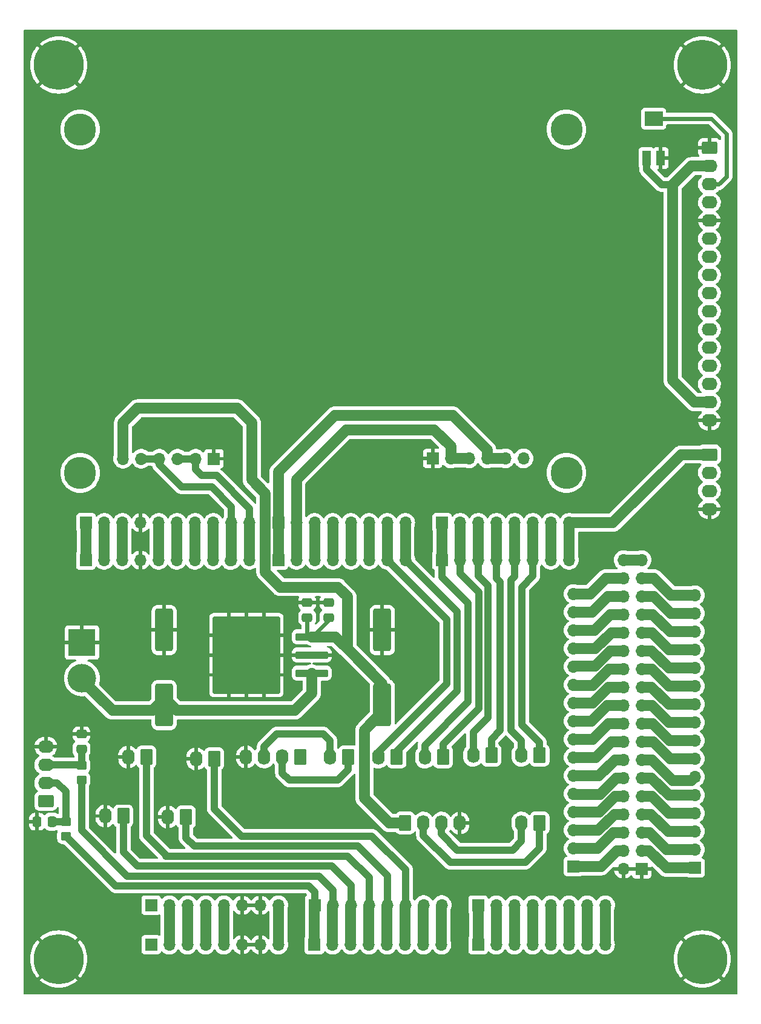
<source format=gtl>
G04 #@! TF.GenerationSoftware,KiCad,Pcbnew,7.0.7*
G04 #@! TF.CreationDate,2024-01-25T14:39:24+01:00*
G04 #@! TF.ProjectId,rotor,726f746f-722e-46b6-9963-61645f706362,rev?*
G04 #@! TF.SameCoordinates,Original*
G04 #@! TF.FileFunction,Copper,L1,Top*
G04 #@! TF.FilePolarity,Positive*
%FSLAX46Y46*%
G04 Gerber Fmt 4.6, Leading zero omitted, Abs format (unit mm)*
G04 Created by KiCad (PCBNEW 7.0.7) date 2024-01-25 14:39:24*
%MOMM*%
%LPD*%
G01*
G04 APERTURE LIST*
G04 Aperture macros list*
%AMRoundRect*
0 Rectangle with rounded corners*
0 $1 Rounding radius*
0 $2 $3 $4 $5 $6 $7 $8 $9 X,Y pos of 4 corners*
0 Add a 4 corners polygon primitive as box body*
4,1,4,$2,$3,$4,$5,$6,$7,$8,$9,$2,$3,0*
0 Add four circle primitives for the rounded corners*
1,1,$1+$1,$2,$3*
1,1,$1+$1,$4,$5*
1,1,$1+$1,$6,$7*
1,1,$1+$1,$8,$9*
0 Add four rect primitives between the rounded corners*
20,1,$1+$1,$2,$3,$4,$5,0*
20,1,$1+$1,$4,$5,$6,$7,0*
20,1,$1+$1,$6,$7,$8,$9,0*
20,1,$1+$1,$8,$9,$2,$3,0*%
G04 Aperture macros list end*
G04 #@! TA.AperFunction,SMDPad,CuDef*
%ADD10RoundRect,0.250000X-0.450000X0.350000X-0.450000X-0.350000X0.450000X-0.350000X0.450000X0.350000X0*%
G04 #@! TD*
G04 #@! TA.AperFunction,ComponentPad*
%ADD11RoundRect,0.250000X0.620000X0.845000X-0.620000X0.845000X-0.620000X-0.845000X0.620000X-0.845000X0*%
G04 #@! TD*
G04 #@! TA.AperFunction,ComponentPad*
%ADD12O,1.740000X2.190000*%
G04 #@! TD*
G04 #@! TA.AperFunction,ComponentPad*
%ADD13C,7.000000*%
G04 #@! TD*
G04 #@! TA.AperFunction,ComponentPad*
%ADD14R,1.700000X1.700000*%
G04 #@! TD*
G04 #@! TA.AperFunction,ComponentPad*
%ADD15O,1.700000X1.700000*%
G04 #@! TD*
G04 #@! TA.AperFunction,SMDPad,CuDef*
%ADD16RoundRect,0.250000X-0.475000X0.337500X-0.475000X-0.337500X0.475000X-0.337500X0.475000X0.337500X0*%
G04 #@! TD*
G04 #@! TA.AperFunction,SMDPad,CuDef*
%ADD17R,1.200000X2.000000*%
G04 #@! TD*
G04 #@! TA.AperFunction,SMDPad,CuDef*
%ADD18R,2.500000X2.000000*%
G04 #@! TD*
G04 #@! TA.AperFunction,SMDPad,CuDef*
%ADD19RoundRect,0.250000X-0.337500X-0.475000X0.337500X-0.475000X0.337500X0.475000X-0.337500X0.475000X0*%
G04 #@! TD*
G04 #@! TA.AperFunction,SMDPad,CuDef*
%ADD20RoundRect,0.328947X0.921053X-2.671053X0.921053X2.671053X-0.921053X2.671053X-0.921053X-2.671053X0*%
G04 #@! TD*
G04 #@! TA.AperFunction,ComponentPad*
%ADD21RoundRect,0.250000X-0.620000X-0.845000X0.620000X-0.845000X0.620000X0.845000X-0.620000X0.845000X0*%
G04 #@! TD*
G04 #@! TA.AperFunction,ComponentPad*
%ADD22R,3.800000X3.800000*%
G04 #@! TD*
G04 #@! TA.AperFunction,ComponentPad*
%ADD23C,4.000000*%
G04 #@! TD*
G04 #@! TA.AperFunction,ComponentPad*
%ADD24RoundRect,0.250000X0.845000X-0.620000X0.845000X0.620000X-0.845000X0.620000X-0.845000X-0.620000X0*%
G04 #@! TD*
G04 #@! TA.AperFunction,ComponentPad*
%ADD25O,2.190000X1.740000*%
G04 #@! TD*
G04 #@! TA.AperFunction,SMDPad,CuDef*
%ADD26RoundRect,0.250000X2.050000X0.300000X-2.050000X0.300000X-2.050000X-0.300000X2.050000X-0.300000X0*%
G04 #@! TD*
G04 #@! TA.AperFunction,SMDPad,CuDef*
%ADD27RoundRect,0.250000X2.025000X2.375000X-2.025000X2.375000X-2.025000X-2.375000X2.025000X-2.375000X0*%
G04 #@! TD*
G04 #@! TA.AperFunction,SMDPad,CuDef*
%ADD28RoundRect,0.250002X4.449998X5.149998X-4.449998X5.149998X-4.449998X-5.149998X4.449998X-5.149998X0*%
G04 #@! TD*
G04 #@! TA.AperFunction,ComponentPad*
%ADD29RoundRect,0.250000X-0.845000X0.620000X-0.845000X-0.620000X0.845000X-0.620000X0.845000X0.620000X0*%
G04 #@! TD*
G04 #@! TA.AperFunction,ViaPad*
%ADD30C,4.500000*%
G04 #@! TD*
G04 #@! TA.AperFunction,ViaPad*
%ADD31C,0.600000*%
G04 #@! TD*
G04 #@! TA.AperFunction,Conductor*
%ADD32C,1.500000*%
G04 #@! TD*
G04 #@! TA.AperFunction,Conductor*
%ADD33C,0.600000*%
G04 #@! TD*
G04 #@! TA.AperFunction,Conductor*
%ADD34C,1.000000*%
G04 #@! TD*
G04 APERTURE END LIST*
D10*
X118200000Y-77940000D03*
X118200000Y-79940000D03*
D11*
X155500000Y-76730000D03*
D12*
X152960000Y-76730000D03*
D13*
X205000000Y-105000000D03*
D11*
X162250000Y-76750000D03*
D12*
X159710000Y-76750000D03*
D14*
X173640000Y-103000000D03*
D15*
X176180000Y-103000000D03*
X178720000Y-103000000D03*
X181260000Y-103000000D03*
X183800000Y-103000000D03*
X186340000Y-103000000D03*
X188880000Y-103000000D03*
X191420000Y-103000000D03*
D16*
X152750000Y-55175000D03*
X152750000Y-57250000D03*
D17*
X197200000Y7000000D03*
D18*
X198200000Y12500000D03*
D17*
X199200000Y7000000D03*
D14*
X118840000Y-44000000D03*
D15*
X121380000Y-44000000D03*
X123920000Y-44000000D03*
X126460000Y-44000000D03*
X129000000Y-44000000D03*
X131540000Y-44000000D03*
X134080000Y-44000000D03*
X136620000Y-44000000D03*
X139160000Y-44000000D03*
X141700000Y-44000000D03*
D19*
X111962500Y-85800000D03*
X114037500Y-85800000D03*
D14*
X187000000Y-92050000D03*
D15*
X187000000Y-89510000D03*
X187000000Y-86970000D03*
X187000000Y-84430000D03*
X187000000Y-81890000D03*
X187000000Y-79350000D03*
X187000000Y-76810000D03*
X187000000Y-74270000D03*
X187000000Y-71730000D03*
X187000000Y-69190000D03*
X187000000Y-66650000D03*
X187000000Y-64110000D03*
X187000000Y-61570000D03*
X187000000Y-59030000D03*
X187000000Y-56490000D03*
X187000000Y-53950000D03*
D11*
X136750000Y-77000000D03*
D12*
X134210000Y-77000000D03*
D13*
X115000000Y-105000000D03*
D11*
X168750000Y-76750000D03*
D12*
X166210000Y-76750000D03*
D16*
X118200000Y-73562500D03*
X118200000Y-75637500D03*
D11*
X124040000Y-85000000D03*
D12*
X121500000Y-85000000D03*
D14*
X145700000Y-44000000D03*
D15*
X148240000Y-44000000D03*
X150780000Y-44000000D03*
X153320000Y-44000000D03*
X155860000Y-44000000D03*
X158400000Y-44000000D03*
X160940000Y-44000000D03*
X163480000Y-44000000D03*
D11*
X175500000Y-76500000D03*
D12*
X172960000Y-76500000D03*
D13*
X115000000Y20000000D03*
D11*
X182250000Y-76500000D03*
D12*
X179710000Y-76500000D03*
D16*
X149740000Y-55175000D03*
X149740000Y-57250000D03*
D20*
X129750000Y-69500000D03*
X129750000Y-59000000D03*
D10*
X116000000Y-85800000D03*
X116000000Y-87800000D03*
D11*
X148810000Y-76730000D03*
D12*
X146270000Y-76730000D03*
X143730000Y-76730000D03*
X141190000Y-76730000D03*
D21*
X163460000Y-86000000D03*
D12*
X166000000Y-86000000D03*
X168540000Y-86000000D03*
X171080000Y-86000000D03*
D22*
X118250000Y-60750000D03*
D23*
X118250000Y-65750000D03*
D14*
X204000000Y-92240000D03*
D15*
X204000000Y-89700000D03*
X204000000Y-87160000D03*
X204000000Y-84620000D03*
X204000000Y-82080000D03*
X204000000Y-79540000D03*
X204000000Y-77000000D03*
X204000000Y-74460000D03*
X204000000Y-71920000D03*
X204000000Y-69380000D03*
X204000000Y-66840000D03*
X204000000Y-64300000D03*
X204000000Y-61760000D03*
X204000000Y-59220000D03*
X204000000Y-56680000D03*
X204000000Y-54140000D03*
D20*
X160250000Y-69500000D03*
X160250000Y-59000000D03*
D24*
X113200000Y-82920000D03*
D25*
X113200000Y-80380000D03*
X113200000Y-77840000D03*
X113200000Y-75300000D03*
D26*
X150400000Y-65040000D03*
X150400000Y-62500000D03*
D27*
X143675000Y-65275000D03*
X143675000Y-59725000D03*
D28*
X141250000Y-62500000D03*
D27*
X138825000Y-65275000D03*
X138825000Y-59725000D03*
D26*
X150400000Y-59960000D03*
D14*
X168620000Y-44000000D03*
D15*
X171160000Y-44000000D03*
X173700000Y-44000000D03*
X176240000Y-44000000D03*
X178780000Y-44000000D03*
X181320000Y-44000000D03*
X183860000Y-44000000D03*
X186400000Y-44000000D03*
D11*
X127250000Y-76750000D03*
D12*
X124710000Y-76750000D03*
D11*
X132800000Y-85140000D03*
D12*
X130260000Y-85140000D03*
D29*
X206000000Y8400000D03*
D25*
X206000000Y5860000D03*
X206000000Y3320000D03*
X206000000Y780000D03*
X206000000Y-1760000D03*
X206000000Y-4300000D03*
X206000000Y-6840000D03*
X206000000Y-9380000D03*
X206000000Y-11920000D03*
X206000000Y-14460000D03*
X206000000Y-17000000D03*
X206000000Y-19540000D03*
X206000000Y-22080000D03*
X206000000Y-24620000D03*
X206000000Y-27160000D03*
X206000000Y-29700000D03*
D14*
X167300000Y-35000000D03*
D15*
X169840000Y-35000000D03*
X172380000Y-35000000D03*
X174920000Y-35000000D03*
X177460000Y-35000000D03*
X180000000Y-35000000D03*
D29*
X206000000Y-34460000D03*
D25*
X206000000Y-37000000D03*
X206000000Y-39540000D03*
X206000000Y-42080000D03*
D13*
X205000000Y20000000D03*
D11*
X182250000Y-86000000D03*
D12*
X179710000Y-86000000D03*
D14*
X196530000Y-92380000D03*
D15*
X193990000Y-92380000D03*
X196530000Y-89840000D03*
X193990000Y-89840000D03*
X196530000Y-87300000D03*
X193990000Y-87300000D03*
X196530000Y-84760000D03*
X193990000Y-84760000D03*
X196530000Y-82220000D03*
X193990000Y-82220000D03*
X196530000Y-79680000D03*
X193990000Y-79680000D03*
X196530000Y-77140000D03*
X193990000Y-77140000D03*
X196530000Y-74600000D03*
X193990000Y-74600000D03*
X196530000Y-72060000D03*
X193990000Y-72060000D03*
X196530000Y-69520000D03*
X193990000Y-69520000D03*
X196530000Y-66980000D03*
X193990000Y-66980000D03*
X196530000Y-64440000D03*
X193990000Y-64440000D03*
X196530000Y-61900000D03*
X193990000Y-61900000D03*
X196530000Y-59360000D03*
X193990000Y-59360000D03*
X196530000Y-56820000D03*
X193990000Y-56820000D03*
X196530000Y-54280000D03*
X193990000Y-54280000D03*
X196530000Y-51740000D03*
X193990000Y-51740000D03*
X196530000Y-49200000D03*
X193990000Y-49200000D03*
D14*
X127940000Y-97460000D03*
D15*
X130480000Y-97460000D03*
X133020000Y-97460000D03*
X135560000Y-97460000D03*
X138100000Y-97460000D03*
X140640000Y-97460000D03*
X143180000Y-97460000D03*
X145720000Y-97460000D03*
D14*
X173660000Y-97460000D03*
D15*
X176200000Y-97460000D03*
X178740000Y-97460000D03*
X181280000Y-97460000D03*
X183820000Y-97460000D03*
X186360000Y-97460000D03*
X188900000Y-97460000D03*
X191440000Y-97460000D03*
D14*
X118796000Y-49200000D03*
D15*
X121336000Y-49200000D03*
X123876000Y-49200000D03*
X126416000Y-49200000D03*
X128956000Y-49200000D03*
X131496000Y-49200000D03*
X134036000Y-49200000D03*
X136576000Y-49200000D03*
X139116000Y-49200000D03*
X141656000Y-49200000D03*
D14*
X145720000Y-49200000D03*
D15*
X148260000Y-49200000D03*
X150800000Y-49200000D03*
X153340000Y-49200000D03*
X155880000Y-49200000D03*
X158420000Y-49200000D03*
X160960000Y-49200000D03*
X163500000Y-49200000D03*
D14*
X168580000Y-49200000D03*
D15*
X171120000Y-49200000D03*
X173660000Y-49200000D03*
X176200000Y-49200000D03*
X178740000Y-49200000D03*
X181280000Y-49200000D03*
X183820000Y-49200000D03*
X186360000Y-49200000D03*
D14*
X150760000Y-103000000D03*
D15*
X153300000Y-103000000D03*
X155840000Y-103000000D03*
X158380000Y-103000000D03*
X160920000Y-103000000D03*
X163460000Y-103000000D03*
X166000000Y-103000000D03*
X168540000Y-103000000D03*
D14*
X150800000Y-97450000D03*
D15*
X153340000Y-97450000D03*
X155880000Y-97450000D03*
X158420000Y-97450000D03*
X160960000Y-97450000D03*
X163500000Y-97450000D03*
X166040000Y-97450000D03*
X168580000Y-97450000D03*
D14*
X127930000Y-103000000D03*
D15*
X130470000Y-103000000D03*
X133010000Y-103000000D03*
X135550000Y-103000000D03*
X138090000Y-103000000D03*
X140630000Y-103000000D03*
X143170000Y-103000000D03*
X145710000Y-103000000D03*
D14*
X136700000Y-35050000D03*
D15*
X134160000Y-35050000D03*
X131620000Y-35050000D03*
X129080000Y-35050000D03*
X126540000Y-35050000D03*
X124000000Y-35050000D03*
D30*
X186000000Y10950000D03*
X186000000Y-37000000D03*
X186000000Y-37050000D03*
X118000000Y11000000D03*
X118000000Y-37050000D03*
X186000000Y11000000D03*
X118000000Y10950000D03*
X118000000Y-37000000D03*
D31*
X145000000Y-62500000D03*
X166000000Y-43000000D03*
X145000000Y-65000000D03*
X142500000Y-65000000D03*
X142500000Y-62500000D03*
X142500000Y-67500000D03*
X139000000Y-31000000D03*
X162000000Y-53200000D03*
X137500000Y-62500000D03*
X166100000Y-49500000D03*
X142500000Y-57500000D03*
X137500000Y-60000000D03*
X156900000Y-53200000D03*
X145000000Y-67500000D03*
X137500000Y-57500000D03*
X142500000Y-60000000D03*
X140000000Y-60000000D03*
X135000000Y-31000000D03*
X140000000Y-62500000D03*
X137500000Y-67500000D03*
X159100000Y-53200000D03*
X131000000Y-31000000D03*
X140000000Y-57500000D03*
X127000000Y-31000000D03*
X145000000Y-57500000D03*
X166000000Y-46900000D03*
X140000000Y-65000000D03*
X137500000Y-65000000D03*
X140000000Y-67500000D03*
X145000000Y-60000000D03*
D32*
X143170000Y-97470000D02*
X143180000Y-97460000D01*
X205960000Y-42040000D02*
X206000000Y-42080000D01*
X196530000Y-89840000D02*
X197580000Y-89840000D01*
X199980000Y-92240000D02*
X204000000Y-92240000D01*
X197580000Y-89840000D02*
X199980000Y-92240000D01*
X190850000Y-92050000D02*
X187000000Y-92050000D01*
X193060000Y-89840000D02*
X190850000Y-92050000D01*
X193990000Y-89840000D02*
X193060000Y-89840000D01*
X200040000Y-89700000D02*
X204000000Y-89700000D01*
X197640000Y-87300000D02*
X200040000Y-89700000D01*
X196530000Y-87300000D02*
X197640000Y-87300000D01*
X190346652Y-89510000D02*
X187000000Y-89510000D01*
X192556652Y-87300000D02*
X190346652Y-89510000D01*
X193990000Y-87300000D02*
X192556652Y-87300000D01*
X196530000Y-84760000D02*
X197850000Y-84760000D01*
X197850000Y-84760000D02*
X200250000Y-87160000D01*
X200250000Y-87160000D02*
X204000000Y-87160000D01*
X193990000Y-84760000D02*
X192692490Y-84760000D01*
X190482489Y-86970000D02*
X187000000Y-86970000D01*
X192692490Y-84760000D02*
X190482489Y-86970000D01*
X196530000Y-82220000D02*
X197960000Y-82220000D01*
X197960000Y-82220000D02*
X200360000Y-84620000D01*
X200360000Y-84620000D02*
X204000000Y-84620000D01*
X192828328Y-82220000D02*
X190618328Y-84430000D01*
X190618328Y-84430000D02*
X187000000Y-84430000D01*
X193990000Y-82220000D02*
X192828328Y-82220000D01*
X196530000Y-79680000D02*
X197930000Y-79680000D01*
X200330000Y-82080000D02*
X204000000Y-82080000D01*
X197930000Y-79680000D02*
X200330000Y-82080000D01*
X192964164Y-79680000D02*
X190654164Y-81990000D01*
X193990000Y-79680000D02*
X192964164Y-79680000D01*
X190654164Y-81990000D02*
X187100000Y-81990000D01*
X187100000Y-81990000D02*
X187000000Y-81890000D01*
X196530000Y-77140000D02*
X197940000Y-77140000D01*
X203520000Y-80020000D02*
X204000000Y-79540000D01*
X200820000Y-80020000D02*
X203520000Y-80020000D01*
X197940000Y-77140000D02*
X200820000Y-80020000D01*
X187060000Y-79410000D02*
X187000000Y-79350000D01*
X192787919Y-77140000D02*
X190517919Y-79410000D01*
X193990000Y-77140000D02*
X192787919Y-77140000D01*
X190517919Y-79410000D02*
X187060000Y-79410000D01*
X196530000Y-74600000D02*
X198120000Y-74600000D01*
X198120000Y-74600000D02*
X200520000Y-77000000D01*
X200520000Y-77000000D02*
X204000000Y-77000000D01*
X193990000Y-74600000D02*
X192319748Y-74600000D01*
X190109748Y-76810000D02*
X187000000Y-76810000D01*
X192319748Y-74600000D02*
X190109748Y-76810000D01*
X196530000Y-72060000D02*
X198070000Y-72060000D01*
X200470000Y-74460000D02*
X204000000Y-74460000D01*
X198070000Y-72060000D02*
X200470000Y-74460000D01*
X191890000Y-72060000D02*
X189680000Y-74270000D01*
X189680000Y-74270000D02*
X187000000Y-74270000D01*
X193990000Y-72060000D02*
X191890000Y-72060000D01*
X200380000Y-71920000D02*
X204000000Y-71920000D01*
X197980000Y-69520000D02*
X200380000Y-71920000D01*
X196530000Y-69520000D02*
X197980000Y-69520000D01*
X191720818Y-69520000D02*
X189510818Y-71730000D01*
X189510818Y-71730000D02*
X187000000Y-71730000D01*
X193990000Y-69520000D02*
X191720818Y-69520000D01*
X196530000Y-66980000D02*
X197930000Y-66980000D01*
X200330000Y-69380000D02*
X204000000Y-69380000D01*
X197930000Y-66980000D02*
X200330000Y-69380000D01*
X189646656Y-69190000D02*
X187000000Y-69190000D01*
X191856656Y-66980000D02*
X189646656Y-69190000D01*
X193990000Y-66980000D02*
X191856656Y-66980000D01*
X197940000Y-64440000D02*
X200340000Y-66840000D01*
X200340000Y-66840000D02*
X204000000Y-66840000D01*
X196530000Y-64440000D02*
X197940000Y-64440000D01*
X189712492Y-66720000D02*
X187070000Y-66720000D01*
X187070000Y-66720000D02*
X187000000Y-66650000D01*
X191992492Y-64440000D02*
X189712492Y-66720000D01*
X193990000Y-64440000D02*
X191992492Y-64440000D01*
X196530000Y-61900000D02*
X197930000Y-61900000D01*
X197930000Y-61900000D02*
X200330000Y-64300000D01*
X200330000Y-64300000D02*
X204000000Y-64300000D01*
X193990000Y-61900000D02*
X192128328Y-61900000D01*
X187080000Y-64030000D02*
X187000000Y-64110000D01*
X192128328Y-61900000D02*
X189998328Y-64030000D01*
X189998328Y-64030000D02*
X187080000Y-64030000D01*
X196530000Y-59360000D02*
X197990000Y-59360000D01*
X200390000Y-61760000D02*
X204000000Y-61760000D01*
X197990000Y-59360000D02*
X200390000Y-61760000D01*
X192264164Y-59360000D02*
X190054164Y-61570000D01*
X190054164Y-61570000D02*
X187000000Y-61570000D01*
X193990000Y-59360000D02*
X192264164Y-59360000D01*
X200500000Y-59220000D02*
X204000000Y-59220000D01*
X198100000Y-56820000D02*
X200500000Y-59220000D01*
X196530000Y-56820000D02*
X198100000Y-56820000D01*
X193990000Y-56820000D02*
X192110000Y-56820000D01*
X189900000Y-59030000D02*
X187000000Y-59030000D01*
X192110000Y-56820000D02*
X189900000Y-59030000D01*
X196530000Y-54280000D02*
X198230000Y-54280000D01*
X200630000Y-56680000D02*
X204000000Y-56680000D01*
X198230000Y-54280000D02*
X200630000Y-56680000D01*
X191800000Y-54280000D02*
X189590000Y-56490000D01*
X193990000Y-54280000D02*
X191800000Y-54280000D01*
X189590000Y-56490000D02*
X187000000Y-56490000D01*
X196530000Y-51740000D02*
X198220000Y-51740000D01*
X198220000Y-51740000D02*
X200620000Y-54140000D01*
X200620000Y-54140000D02*
X204000000Y-54140000D01*
X189330000Y-53950000D02*
X187000000Y-53950000D01*
X191540000Y-51740000D02*
X189330000Y-53950000D01*
X193990000Y-51740000D02*
X191540000Y-51740000D01*
X160250000Y-70500000D02*
X157750000Y-73000000D01*
X200860000Y3260000D02*
X203460000Y5860000D01*
X146000000Y-53000000D02*
X143900000Y-50900000D01*
D33*
X152750000Y-57610000D02*
X150400000Y-59960000D01*
D32*
X140000000Y-28000000D02*
X126000000Y-28000000D01*
X142000000Y-38000000D02*
X142000000Y-30000000D01*
X157750000Y-73000000D02*
X157750000Y-82500000D01*
X126000000Y-28000000D02*
X124000000Y-30000000D01*
X138090000Y-97470000D02*
X138100000Y-97460000D01*
X196530000Y-49200000D02*
X193990000Y-49200000D01*
X206000000Y-27160000D02*
X203910000Y-27160000D01*
X143900000Y-50900000D02*
X143900000Y-39900000D01*
X143900000Y-39900000D02*
X142000000Y-38000000D01*
D34*
X197200000Y7000000D02*
X197200000Y5400000D01*
D33*
X149740000Y-59300000D02*
X150400000Y-59960000D01*
D32*
X203910000Y-27160000D02*
X200860000Y-24110000D01*
X138090000Y-103000000D02*
X138090000Y-97470000D01*
D33*
X149740000Y-57250000D02*
X149740000Y-59300000D01*
D32*
X157750000Y-82500000D02*
X161250000Y-86000000D01*
X160250000Y-68450000D02*
X160250000Y-70500000D01*
D34*
X197200000Y5400000D02*
X199340000Y3260000D01*
D32*
X155375000Y-61625000D02*
X153710000Y-59960000D01*
X153710000Y-59960000D02*
X150400000Y-59960000D01*
X203460000Y5860000D02*
X206000000Y5860000D01*
X161250000Y-86000000D02*
X163460000Y-86000000D01*
D33*
X152750000Y-57250000D02*
X152750000Y-57610000D01*
D32*
X200860000Y-24110000D02*
X200860000Y3260000D01*
X154042278Y-53000000D02*
X146000000Y-53000000D01*
D34*
X199340000Y3260000D02*
X200860000Y3260000D01*
D32*
X124000000Y-30000000D02*
X124000000Y-35050000D01*
X160250000Y-66500000D02*
X155375000Y-61625000D01*
D33*
X152750000Y-57250000D02*
X153000000Y-57500000D01*
D32*
X155375000Y-61625000D02*
X155375000Y-54332722D01*
X142000000Y-30000000D02*
X140000000Y-28000000D01*
X205960000Y-39500000D02*
X206000000Y-39540000D01*
X155375000Y-54332722D02*
X154042278Y-53000000D01*
X130470000Y-97470000D02*
X130480000Y-97460000D01*
X130470000Y-103000000D02*
X130470000Y-97470000D01*
D34*
X123000000Y-94800000D02*
X150000000Y-94800000D01*
X150000000Y-94800000D02*
X150800000Y-95600000D01*
X150800000Y-95600000D02*
X150800000Y-97450000D01*
X116000000Y-87800000D02*
X123000000Y-94800000D01*
D32*
X150760000Y-97490000D02*
X150800000Y-97450000D01*
X150760000Y-103000000D02*
X150760000Y-97490000D01*
D34*
X118200000Y-87000000D02*
X124600000Y-93400000D01*
X118200000Y-79940000D02*
X118200000Y-87000000D01*
D32*
X153300000Y-97490000D02*
X153340000Y-97450000D01*
D34*
X151400000Y-93400000D02*
X153340000Y-95340000D01*
X153340000Y-95340000D02*
X153340000Y-97450000D01*
D32*
X153300000Y-103000000D02*
X153300000Y-97490000D01*
D34*
X124600000Y-93400000D02*
X151400000Y-93400000D01*
D32*
X166000000Y-97490000D02*
X166040000Y-97450000D01*
X166000000Y-103000000D02*
X166000000Y-97490000D01*
X168540000Y-103000000D02*
X168540000Y-97490000D01*
X168540000Y-97490000D02*
X168580000Y-97450000D01*
X173640000Y-97480000D02*
X173660000Y-97460000D01*
X173640000Y-103000000D02*
X173640000Y-97480000D01*
X176180000Y-103000000D02*
X176180000Y-97480000D01*
X176180000Y-97480000D02*
X176200000Y-97460000D01*
X178720000Y-103000000D02*
X178720000Y-97480000D01*
X178720000Y-97480000D02*
X178740000Y-97460000D01*
X181260000Y-103000000D02*
X181260000Y-97480000D01*
X181260000Y-97480000D02*
X181280000Y-97460000D01*
X183800000Y-103000000D02*
X183800000Y-97480000D01*
X183800000Y-97480000D02*
X183820000Y-97460000D01*
X186340000Y-97480000D02*
X186360000Y-97460000D01*
X186340000Y-103000000D02*
X186340000Y-97480000D01*
X188880000Y-97480000D02*
X188900000Y-97460000D01*
X188880000Y-103000000D02*
X188880000Y-97480000D01*
X191420000Y-97480000D02*
X191440000Y-97460000D01*
X191420000Y-103000000D02*
X191420000Y-97480000D01*
X123920000Y-44000000D02*
X123920000Y-49156000D01*
X123920000Y-49156000D02*
X123876000Y-49200000D01*
X129000000Y-44000000D02*
X129000000Y-49156000D01*
X129000000Y-49156000D02*
X128956000Y-49200000D01*
X131540000Y-49156000D02*
X131496000Y-49200000D01*
X131540000Y-44000000D02*
X131540000Y-49156000D01*
X134080000Y-49156000D02*
X134036000Y-49200000D01*
X134080000Y-44000000D02*
X134080000Y-49156000D01*
X136620000Y-44000000D02*
X136620000Y-49156000D01*
X136620000Y-49156000D02*
X136576000Y-49200000D01*
X150780000Y-44000000D02*
X150780000Y-49180000D01*
X150780000Y-49180000D02*
X150800000Y-49200000D01*
X153320000Y-49180000D02*
X153340000Y-49200000D01*
X153320000Y-44000000D02*
X153320000Y-49180000D01*
X155860000Y-49180000D02*
X155880000Y-49200000D01*
X155860000Y-44000000D02*
X155860000Y-49180000D01*
X158400000Y-44000000D02*
X158400000Y-49180000D01*
X158400000Y-49180000D02*
X158420000Y-49200000D01*
X160940000Y-44000000D02*
X160940000Y-49180000D01*
D34*
X159710000Y-76040000D02*
X169250000Y-66500000D01*
X169250000Y-57490000D02*
X160960000Y-49200000D01*
D32*
X160940000Y-49180000D02*
X160960000Y-49200000D01*
D34*
X169250000Y-66500000D02*
X169250000Y-57490000D01*
X159710000Y-76750000D02*
X159710000Y-76040000D01*
X162250000Y-76750000D02*
X162250000Y-76000000D01*
D32*
X163480000Y-49180000D02*
X163500000Y-49200000D01*
X163480000Y-44000000D02*
X163480000Y-49180000D01*
D34*
X162250000Y-76000000D02*
X170750000Y-67500000D01*
X170750000Y-56450000D02*
X163500000Y-49200000D01*
X170750000Y-67500000D02*
X170750000Y-56450000D01*
D32*
X135550000Y-103000000D02*
X135550000Y-97470000D01*
X135550000Y-97470000D02*
X135560000Y-97460000D01*
D34*
X166210000Y-75105000D02*
X172250000Y-69065000D01*
X172250000Y-55250000D02*
X168580000Y-51580000D01*
X172250000Y-69065000D02*
X172250000Y-55250000D01*
X166210000Y-76750000D02*
X166210000Y-75105000D01*
D32*
X168620000Y-44000000D02*
X168620000Y-49160000D01*
D34*
X168580000Y-51580000D02*
X168580000Y-49200000D01*
D32*
X168620000Y-49160000D02*
X168580000Y-49200000D01*
D34*
X168750000Y-76750000D02*
X168750000Y-75000000D01*
D32*
X171160000Y-49160000D02*
X171120000Y-49200000D01*
X171160000Y-44000000D02*
X171160000Y-49160000D01*
D34*
X173750000Y-70000000D02*
X173750000Y-53750000D01*
X171120000Y-51120000D02*
X171120000Y-49200000D01*
X173750000Y-53750000D02*
X171120000Y-51120000D01*
X168750000Y-75000000D02*
X173750000Y-70000000D01*
X172960000Y-76500000D02*
X172960000Y-73290000D01*
D32*
X173700000Y-49160000D02*
X173660000Y-49200000D01*
D34*
X175000000Y-71250000D02*
X175000000Y-52750000D01*
X175000000Y-52750000D02*
X173660000Y-51410000D01*
X173660000Y-51410000D02*
X173660000Y-49200000D01*
D32*
X173700000Y-44000000D02*
X173700000Y-49160000D01*
D34*
X172960000Y-73290000D02*
X175000000Y-71250000D01*
X175500000Y-74250000D02*
X176750000Y-73000000D01*
X176750000Y-52300000D02*
X176200000Y-51750000D01*
X176200000Y-51750000D02*
X176200000Y-49200000D01*
D32*
X176240000Y-49160000D02*
X176200000Y-49200000D01*
X176240000Y-44000000D02*
X176240000Y-49160000D01*
D34*
X176750000Y-73000000D02*
X176750000Y-52300000D01*
X175500000Y-76500000D02*
X175500000Y-74250000D01*
D32*
X178780000Y-49160000D02*
X178740000Y-49200000D01*
D34*
X178750000Y-51500000D02*
X178750000Y-49210000D01*
X178250000Y-73000000D02*
X178250000Y-52000000D01*
X178750000Y-49210000D02*
X178740000Y-49200000D01*
D32*
X178780000Y-44000000D02*
X178780000Y-49160000D01*
D34*
X179710000Y-76500000D02*
X179710000Y-74460000D01*
X178250000Y-52000000D02*
X178750000Y-51500000D01*
X179710000Y-74460000D02*
X178250000Y-73000000D01*
X182250000Y-76500000D02*
X182250000Y-74750000D01*
D32*
X181320000Y-44000000D02*
X181320000Y-49160000D01*
D34*
X179750000Y-72250000D02*
X179750000Y-53000000D01*
D32*
X181320000Y-49160000D02*
X181280000Y-49200000D01*
D34*
X181280000Y-51470000D02*
X181280000Y-49200000D01*
X179750000Y-53000000D02*
X181280000Y-51470000D01*
X182250000Y-74750000D02*
X179750000Y-72250000D01*
D32*
X145710000Y-97470000D02*
X145720000Y-97460000D01*
X145710000Y-103000000D02*
X145710000Y-97470000D01*
X133010000Y-103000000D02*
X133010000Y-97470000D01*
X133010000Y-97470000D02*
X133020000Y-97460000D01*
D33*
X207320000Y3320000D02*
X208400000Y4400000D01*
X208400000Y4400000D02*
X208400000Y10400000D01*
X206000000Y3320000D02*
X207320000Y3320000D01*
X206300000Y12500000D02*
X198200000Y12500000D01*
X208400000Y10400000D02*
X206300000Y12500000D01*
D34*
X113200000Y-80380000D02*
X114780000Y-80380000D01*
X116000000Y-81600000D02*
X116000000Y-85800000D01*
X114037500Y-85800000D02*
X116000000Y-85800000D01*
X114780000Y-80380000D02*
X116000000Y-81600000D01*
X113200000Y-77840000D02*
X118100000Y-77840000D01*
X118200000Y-77940000D02*
X118200000Y-75637500D01*
X118100000Y-77840000D02*
X118200000Y-77940000D01*
X126000000Y-92000000D02*
X124040000Y-90040000D01*
D32*
X155840000Y-97490000D02*
X155880000Y-97450000D01*
D34*
X155880000Y-94680000D02*
X155880000Y-97450000D01*
D32*
X155840000Y-103000000D02*
X155840000Y-97490000D01*
D34*
X126000000Y-92000000D02*
X153200000Y-92000000D01*
X124040000Y-90040000D02*
X124040000Y-85000000D01*
X153200000Y-92000000D02*
X155880000Y-94680000D01*
D32*
X158380000Y-97490000D02*
X158420000Y-97450000D01*
D34*
X130000000Y-90500000D02*
X127250000Y-87750000D01*
D32*
X158380000Y-103000000D02*
X158380000Y-97490000D01*
D34*
X158420000Y-93620000D02*
X155400000Y-90600000D01*
X155400000Y-90600000D02*
X130000000Y-90600000D01*
X130000000Y-90600000D02*
X130000000Y-90500000D01*
X158420000Y-97450000D02*
X158420000Y-93620000D01*
X127250000Y-87750000D02*
X127250000Y-76750000D01*
X133950000Y-89200000D02*
X132800000Y-88050000D01*
D32*
X160920000Y-97490000D02*
X160960000Y-97450000D01*
D34*
X156800000Y-89200000D02*
X133950000Y-89200000D01*
X160960000Y-97450000D02*
X160960000Y-93360000D01*
X132800000Y-88050000D02*
X132800000Y-85140000D01*
D32*
X160920000Y-103000000D02*
X160920000Y-97490000D01*
D34*
X160960000Y-93360000D02*
X156800000Y-89200000D01*
X136750000Y-84000000D02*
X136750000Y-77000000D01*
D33*
X163500000Y-103040000D02*
X163460000Y-103000000D01*
D34*
X158800000Y-87800000D02*
X140550000Y-87800000D01*
X163500000Y-92500000D02*
X158800000Y-87800000D01*
X140550000Y-87800000D02*
X136750000Y-84000000D01*
D32*
X163460000Y-97490000D02*
X163500000Y-97450000D01*
D34*
X163500000Y-97450000D02*
X163500000Y-92500000D01*
D32*
X163460000Y-103000000D02*
X163460000Y-97490000D01*
X148240000Y-37960000D02*
X148240000Y-44000000D01*
X148240000Y-49180000D02*
X148260000Y-49200000D01*
X155200000Y-31000000D02*
X148240000Y-37960000D01*
X172380000Y-35000000D02*
X169840000Y-35000000D01*
X169840000Y-35000000D02*
X169840000Y-33318959D01*
X167521041Y-31000000D02*
X155200000Y-31000000D01*
X148240000Y-44000000D02*
X148240000Y-49180000D01*
X169840000Y-33318959D02*
X167521041Y-31000000D01*
X177460000Y-35000000D02*
X174920000Y-35000000D01*
X170122081Y-29000000D02*
X153600000Y-29000000D01*
X145700000Y-44000000D02*
X145700000Y-49180000D01*
X145700000Y-49180000D02*
X145720000Y-49200000D01*
X174920000Y-35000000D02*
X174920000Y-33797919D01*
X174920000Y-33797919D02*
X170122081Y-29000000D01*
X145700000Y-36900000D02*
X145700000Y-44000000D01*
X153600000Y-29000000D02*
X145700000Y-36900000D01*
X139116000Y-49200000D02*
X139000000Y-49316000D01*
D34*
X139160000Y-41760000D02*
X139160000Y-44000000D01*
X136400000Y-39000000D02*
X139160000Y-41760000D01*
X129080000Y-35050000D02*
X129080000Y-35880000D01*
D32*
X139160000Y-49156000D02*
X139116000Y-49200000D01*
X139160000Y-44000000D02*
X139160000Y-49156000D01*
D34*
X132200000Y-39000000D02*
X136400000Y-39000000D01*
X129080000Y-35050000D02*
X126540000Y-35050000D01*
X129080000Y-35880000D02*
X132200000Y-39000000D01*
X134160000Y-36560000D02*
X135000000Y-37400000D01*
D32*
X141700000Y-49156000D02*
X141656000Y-49200000D01*
D34*
X135000000Y-37400000D02*
X137097056Y-37400000D01*
X134160000Y-35050000D02*
X134160000Y-36560000D01*
X131620000Y-35050000D02*
X134160000Y-35050000D01*
X141700000Y-42002944D02*
X141700000Y-44000000D01*
X137097056Y-37400000D02*
X141700000Y-42002944D01*
D32*
X141700000Y-44000000D02*
X141700000Y-49156000D01*
D34*
X146270000Y-76730000D02*
X146270000Y-79020000D01*
X146270000Y-79020000D02*
X147250000Y-80000000D01*
X147250000Y-80000000D02*
X154000000Y-80000000D01*
X154000000Y-80000000D02*
X155500000Y-78500000D01*
X155500000Y-78500000D02*
X155500000Y-76730000D01*
X143730000Y-75270000D02*
X145500000Y-73500000D01*
X152960000Y-74460000D02*
X152960000Y-76730000D01*
X143730000Y-76730000D02*
X143730000Y-75270000D01*
X145500000Y-73500000D02*
X152000000Y-73500000D01*
X152000000Y-73500000D02*
X152960000Y-74460000D01*
D32*
X121380000Y-49156000D02*
X121336000Y-49200000D01*
X183860000Y-49160000D02*
X183820000Y-49200000D01*
X183860000Y-44000000D02*
X183860000Y-49160000D01*
X121380000Y-44000000D02*
X121380000Y-49156000D01*
X118840000Y-49156000D02*
X118796000Y-49200000D01*
X192500000Y-44000000D02*
X202040000Y-34460000D01*
X118840000Y-44000000D02*
X118840000Y-49156000D01*
X202040000Y-34460000D02*
X206000000Y-34460000D01*
X186400000Y-44000000D02*
X186400000Y-49160000D01*
X186400000Y-49160000D02*
X186360000Y-49200000D01*
X186400000Y-44000000D02*
X192500000Y-44000000D01*
D34*
X166000000Y-86000000D02*
X166000000Y-87750000D01*
X166000000Y-87750000D02*
X169750000Y-91500000D01*
X180250000Y-91500000D02*
X182250000Y-89500000D01*
X182250000Y-89500000D02*
X182250000Y-86000000D01*
X169750000Y-91500000D02*
X180250000Y-91500000D01*
X168540000Y-86000000D02*
X168540000Y-87540000D01*
X179710000Y-88540000D02*
X179710000Y-86000000D01*
X178500000Y-89750000D02*
X179710000Y-88540000D01*
X170750000Y-89750000D02*
X178500000Y-89750000D01*
X168540000Y-87540000D02*
X170750000Y-89750000D01*
D32*
X128100000Y-70250000D02*
X129750000Y-68600000D01*
X148000000Y-70250000D02*
X150400000Y-67850000D01*
X150400000Y-67850000D02*
X150400000Y-65040000D01*
X129850000Y-68600000D02*
X131500000Y-70250000D01*
X131500000Y-70250000D02*
X148000000Y-70250000D01*
X118250000Y-66000000D02*
X122500000Y-70250000D01*
X129750000Y-68600000D02*
X129850000Y-68600000D01*
X122500000Y-70250000D02*
X128100000Y-70250000D01*
G04 #@! TA.AperFunction,Conductor*
G36*
X142623692Y-102769685D02*
G01*
X142669447Y-102822489D01*
X142679391Y-102891647D01*
X142675631Y-102908933D01*
X142670000Y-102928111D01*
X142670000Y-103071888D01*
X142675631Y-103091067D01*
X142675630Y-103160936D01*
X142637855Y-103219714D01*
X142574299Y-103248738D01*
X142556653Y-103250000D01*
X141243347Y-103250000D01*
X141176308Y-103230315D01*
X141130553Y-103177511D01*
X141120609Y-103108353D01*
X141124369Y-103091067D01*
X141130000Y-103071888D01*
X141130000Y-102928111D01*
X141124369Y-102908933D01*
X141124370Y-102839064D01*
X141162145Y-102780286D01*
X141225701Y-102751262D01*
X141243347Y-102750000D01*
X142556653Y-102750000D01*
X142623692Y-102769685D01*
G37*
G04 #@! TD.AperFunction*
G04 #@! TA.AperFunction,Conductor*
G36*
X143357512Y-97959507D02*
G01*
X143410315Y-98005262D01*
X143430000Y-98072301D01*
X143430000Y-98790633D01*
X143643483Y-98733433D01*
X143643492Y-98733429D01*
X143857578Y-98633600D01*
X144051082Y-98498105D01*
X144218107Y-98331080D01*
X144225925Y-98319916D01*
X144280501Y-98276291D01*
X144350000Y-98269097D01*
X144412355Y-98300619D01*
X144447769Y-98360849D01*
X144451500Y-98391039D01*
X144451500Y-102083240D01*
X144431815Y-102150279D01*
X144379011Y-102196034D01*
X144309853Y-102205978D01*
X144246297Y-102176953D01*
X144225926Y-102154365D01*
X144208112Y-102128924D01*
X144041082Y-101961894D01*
X143847578Y-101826399D01*
X143633492Y-101726570D01*
X143633486Y-101726567D01*
X143420000Y-101669364D01*
X143420000Y-102387698D01*
X143400315Y-102454737D01*
X143347511Y-102500492D01*
X143278355Y-102510436D01*
X143205766Y-102500000D01*
X143205763Y-102500000D01*
X143134237Y-102500000D01*
X143134233Y-102500000D01*
X143061645Y-102510436D01*
X142992487Y-102500492D01*
X142939684Y-102454736D01*
X142920000Y-102387698D01*
X142920000Y-101669364D01*
X142919999Y-101669364D01*
X142706513Y-101726567D01*
X142706507Y-101726570D01*
X142492422Y-101826399D01*
X142492420Y-101826400D01*
X142298926Y-101961886D01*
X142298920Y-101961891D01*
X142131891Y-102128920D01*
X142131890Y-102128922D01*
X142001575Y-102315031D01*
X141946998Y-102358655D01*
X141877499Y-102365848D01*
X141815145Y-102334326D01*
X141798425Y-102315031D01*
X141668109Y-102128922D01*
X141668108Y-102128920D01*
X141501082Y-101961894D01*
X141307578Y-101826399D01*
X141093492Y-101726570D01*
X141093486Y-101726567D01*
X140880000Y-101669364D01*
X140880000Y-102387698D01*
X140860315Y-102454737D01*
X140807511Y-102500492D01*
X140738355Y-102510436D01*
X140665766Y-102500000D01*
X140665763Y-102500000D01*
X140594237Y-102500000D01*
X140594233Y-102500000D01*
X140521645Y-102510436D01*
X140452487Y-102500492D01*
X140399684Y-102454736D01*
X140380000Y-102387698D01*
X140380000Y-101669364D01*
X140379999Y-101669364D01*
X140166513Y-101726567D01*
X140166507Y-101726570D01*
X139952422Y-101826399D01*
X139952420Y-101826400D01*
X139758926Y-101961886D01*
X139758920Y-101961891D01*
X139591887Y-102128924D01*
X139574074Y-102154365D01*
X139519496Y-102197989D01*
X139449998Y-102205181D01*
X139387644Y-102173658D01*
X139352231Y-102113428D01*
X139348500Y-102083240D01*
X139348500Y-98362476D01*
X139368185Y-98295437D01*
X139420989Y-98249682D01*
X139490147Y-98239738D01*
X139553703Y-98268763D01*
X139574075Y-98291353D01*
X139601891Y-98331079D01*
X139768917Y-98498105D01*
X139962421Y-98633600D01*
X140176507Y-98733429D01*
X140176516Y-98733433D01*
X140390000Y-98790634D01*
X140390000Y-98072301D01*
X140409685Y-98005262D01*
X140462489Y-97959507D01*
X140531647Y-97949563D01*
X140604237Y-97960000D01*
X140604238Y-97960000D01*
X140675762Y-97960000D01*
X140675763Y-97960000D01*
X140748353Y-97949563D01*
X140817512Y-97959507D01*
X140870315Y-98005262D01*
X140890000Y-98072301D01*
X140890000Y-98790633D01*
X141103483Y-98733433D01*
X141103492Y-98733429D01*
X141317578Y-98633600D01*
X141511082Y-98498105D01*
X141678105Y-98331082D01*
X141808425Y-98144968D01*
X141863002Y-98101344D01*
X141932501Y-98094151D01*
X141994855Y-98125673D01*
X142011575Y-98144968D01*
X142141894Y-98331082D01*
X142308917Y-98498105D01*
X142502421Y-98633600D01*
X142716507Y-98733429D01*
X142716516Y-98733433D01*
X142930000Y-98790634D01*
X142930000Y-98072301D01*
X142949685Y-98005262D01*
X143002489Y-97959507D01*
X143071647Y-97949563D01*
X143144237Y-97960000D01*
X143144238Y-97960000D01*
X143215762Y-97960000D01*
X143215763Y-97960000D01*
X143288353Y-97949563D01*
X143357512Y-97959507D01*
G37*
G04 #@! TD.AperFunction*
G04 #@! TA.AperFunction,Conductor*
G36*
X142633692Y-97229685D02*
G01*
X142679447Y-97282489D01*
X142689391Y-97351647D01*
X142685631Y-97368933D01*
X142680000Y-97388111D01*
X142680000Y-97531888D01*
X142685631Y-97551067D01*
X142685630Y-97620936D01*
X142647855Y-97679714D01*
X142584299Y-97708738D01*
X142566653Y-97710000D01*
X141253347Y-97710000D01*
X141186308Y-97690315D01*
X141140553Y-97637511D01*
X141130609Y-97568353D01*
X141134369Y-97551067D01*
X141140000Y-97531888D01*
X141140000Y-97388111D01*
X141134369Y-97368933D01*
X141134370Y-97299064D01*
X141172145Y-97240286D01*
X141235701Y-97211262D01*
X141253347Y-97210000D01*
X142566653Y-97210000D01*
X142633692Y-97229685D01*
G37*
G04 #@! TD.AperFunction*
G04 #@! TA.AperFunction,Conductor*
G36*
X195983692Y-92149685D02*
G01*
X196029447Y-92202489D01*
X196039391Y-92271647D01*
X196035631Y-92288933D01*
X196030000Y-92308111D01*
X196030000Y-92451888D01*
X196035631Y-92471067D01*
X196035630Y-92540936D01*
X195997855Y-92599714D01*
X195934299Y-92628738D01*
X195916653Y-92630000D01*
X194603347Y-92630000D01*
X194536308Y-92610315D01*
X194490553Y-92557511D01*
X194480609Y-92488353D01*
X194484369Y-92471067D01*
X194490000Y-92451888D01*
X194490000Y-92308111D01*
X194484369Y-92288933D01*
X194484370Y-92219064D01*
X194522145Y-92160286D01*
X194585701Y-92131262D01*
X194603347Y-92130000D01*
X195916653Y-92130000D01*
X195983692Y-92149685D01*
G37*
G04 #@! TD.AperFunction*
G04 #@! TA.AperFunction,Conductor*
G36*
X159771905Y-49873515D02*
G01*
X159793804Y-49898787D01*
X159884278Y-50037268D01*
X159884283Y-50037273D01*
X159884284Y-50037276D01*
X160006041Y-50169537D01*
X160036760Y-50202906D01*
X160214424Y-50341189D01*
X160214425Y-50341189D01*
X160214427Y-50341191D01*
X160274314Y-50373600D01*
X160412426Y-50448342D01*
X160625365Y-50521444D01*
X160847431Y-50558500D01*
X160847441Y-50558500D01*
X160851008Y-50558796D01*
X160852382Y-50559326D01*
X160852489Y-50559344D01*
X160852485Y-50559365D01*
X160916194Y-50583944D01*
X160928458Y-50594692D01*
X168205181Y-57871414D01*
X168238666Y-57932737D01*
X168241500Y-57959095D01*
X168241500Y-66030903D01*
X168221815Y-66097942D01*
X168205181Y-66118584D01*
X162220180Y-72103584D01*
X162158857Y-72137069D01*
X162089165Y-72132085D01*
X162033232Y-72090213D01*
X162008815Y-72024749D01*
X162008499Y-72015929D01*
X162008499Y-66756132D01*
X162005726Y-66715225D01*
X161961765Y-66538454D01*
X161880832Y-66375265D01*
X161880677Y-66375072D01*
X161766709Y-66233290D01*
X161624734Y-66119167D01*
X161455524Y-66035248D01*
X161456303Y-66033675D01*
X161407215Y-65997293D01*
X161393227Y-65973791D01*
X161348993Y-65876408D01*
X161348989Y-65876402D01*
X161219992Y-65690206D01*
X161219989Y-65690202D01*
X161219986Y-65690198D01*
X156669818Y-61140030D01*
X156636334Y-61078708D01*
X156633500Y-61052350D01*
X156633500Y-59250000D01*
X158500001Y-59250000D01*
X158500001Y-61743138D01*
X158502744Y-61783617D01*
X158502744Y-61783619D01*
X158546260Y-61958599D01*
X158626372Y-62120129D01*
X158739336Y-62260662D01*
X158739337Y-62260663D01*
X158879871Y-62373627D01*
X158879870Y-62373627D01*
X159041400Y-62453739D01*
X159216374Y-62497254D01*
X159256860Y-62500000D01*
X159999999Y-62499999D01*
X160000000Y-62499998D01*
X160000000Y-59250000D01*
X160500000Y-59250000D01*
X160500000Y-62499999D01*
X161243138Y-62499999D01*
X161283617Y-62497255D01*
X161283619Y-62497255D01*
X161458599Y-62453739D01*
X161620129Y-62373627D01*
X161760662Y-62260663D01*
X161760663Y-62260662D01*
X161873627Y-62120129D01*
X161953739Y-61958599D01*
X161997254Y-61783625D01*
X162000000Y-61743140D01*
X162000000Y-59250000D01*
X160500000Y-59250000D01*
X160000000Y-59250000D01*
X158500001Y-59250000D01*
X156633500Y-59250000D01*
X156633500Y-58750000D01*
X158500000Y-58750000D01*
X160000000Y-58750000D01*
X160000000Y-55500000D01*
X160500000Y-55500000D01*
X160500000Y-58750000D01*
X161999999Y-58750000D01*
X161999999Y-56256862D01*
X161997255Y-56216382D01*
X161997255Y-56216380D01*
X161953739Y-56041400D01*
X161873627Y-55879870D01*
X161760663Y-55739337D01*
X161760662Y-55739336D01*
X161620128Y-55626372D01*
X161620129Y-55626372D01*
X161458599Y-55546260D01*
X161283625Y-55502745D01*
X161243140Y-55500000D01*
X160500000Y-55500000D01*
X160000000Y-55500000D01*
X159999999Y-55500000D01*
X159256863Y-55500001D01*
X159256862Y-55500001D01*
X159216382Y-55502744D01*
X159216380Y-55502744D01*
X159041400Y-55546260D01*
X158879870Y-55626372D01*
X158739337Y-55739336D01*
X158739336Y-55739337D01*
X158626372Y-55879870D01*
X158546260Y-56041400D01*
X158502745Y-56216374D01*
X158500000Y-56256860D01*
X158500000Y-58750000D01*
X156633500Y-58750000D01*
X156633500Y-54406882D01*
X156633889Y-54399942D01*
X156638269Y-54361074D01*
X156635181Y-54315266D01*
X156633641Y-54292426D01*
X156633500Y-54288254D01*
X156633500Y-54276207D01*
X156633500Y-54276200D01*
X156629699Y-54233967D01*
X156623030Y-54135054D01*
X156621941Y-54130731D01*
X156618681Y-54111541D01*
X156618282Y-54107105D01*
X156618280Y-54107095D01*
X156591903Y-54011522D01*
X156576402Y-53950005D01*
X156567679Y-53915386D01*
X156565830Y-53911316D01*
X156559198Y-53893019D01*
X156558014Y-53888730D01*
X156550543Y-53873217D01*
X156514996Y-53799402D01*
X156473994Y-53709132D01*
X156471452Y-53705463D01*
X156461658Y-53688644D01*
X156459726Y-53684631D01*
X156459724Y-53684628D01*
X156401445Y-53604415D01*
X156344985Y-53522919D01*
X156341832Y-53519766D01*
X156329197Y-53504973D01*
X156326572Y-53501361D01*
X156326571Y-53501359D01*
X156254907Y-53432841D01*
X154984603Y-52162537D01*
X154979976Y-52157358D01*
X154955591Y-52126781D01*
X154903777Y-52081513D01*
X154900728Y-52078662D01*
X154892199Y-52070133D01*
X154859648Y-52042958D01*
X154785000Y-51977740D01*
X154784997Y-51977738D01*
X154784996Y-51977737D01*
X154781165Y-51975448D01*
X154765300Y-51964190D01*
X154761877Y-51961332D01*
X154761875Y-51961331D01*
X154761873Y-51961329D01*
X154761872Y-51961329D01*
X154675635Y-51912396D01*
X154590528Y-51861547D01*
X154590524Y-51861545D01*
X154586342Y-51859976D01*
X154568726Y-51851734D01*
X154564844Y-51849531D01*
X154471270Y-51816789D01*
X154378439Y-51781949D01*
X154378434Y-51781947D01*
X154374031Y-51781148D01*
X154355244Y-51776189D01*
X154351028Y-51774714D01*
X154351021Y-51774712D01*
X154253096Y-51759202D01*
X154155549Y-51741500D01*
X154155545Y-51741500D01*
X154151086Y-51741500D01*
X154131686Y-51739973D01*
X154130492Y-51739784D01*
X154127277Y-51739274D01*
X154028141Y-51741500D01*
X146572649Y-51741500D01*
X146505610Y-51721815D01*
X146484968Y-51705181D01*
X145549969Y-50770181D01*
X145516484Y-50708858D01*
X145521468Y-50639166D01*
X145563340Y-50583233D01*
X145628804Y-50558816D01*
X145637650Y-50558500D01*
X146618638Y-50558500D01*
X146618654Y-50558499D01*
X146645692Y-50555591D01*
X146679201Y-50551989D01*
X146816204Y-50500889D01*
X146933261Y-50413261D01*
X147020889Y-50296204D01*
X147066138Y-50174887D01*
X147108009Y-50118956D01*
X147173474Y-50094539D01*
X147241746Y-50109391D01*
X147273545Y-50134236D01*
X147336760Y-50202906D01*
X147514424Y-50341189D01*
X147514425Y-50341189D01*
X147514427Y-50341191D01*
X147574314Y-50373600D01*
X147712426Y-50448342D01*
X147925365Y-50521444D01*
X148147431Y-50558500D01*
X148372569Y-50558500D01*
X148594635Y-50521444D01*
X148807574Y-50448342D01*
X149005576Y-50341189D01*
X149183240Y-50202906D01*
X149304594Y-50071082D01*
X149335715Y-50037276D01*
X149335715Y-50037275D01*
X149335722Y-50037268D01*
X149426193Y-49898790D01*
X149479338Y-49853437D01*
X149548569Y-49844013D01*
X149611905Y-49873515D01*
X149633804Y-49898787D01*
X149724278Y-50037268D01*
X149724283Y-50037273D01*
X149724284Y-50037276D01*
X149846041Y-50169537D01*
X149876760Y-50202906D01*
X150054424Y-50341189D01*
X150054425Y-50341189D01*
X150054427Y-50341191D01*
X150114314Y-50373600D01*
X150252426Y-50448342D01*
X150465365Y-50521444D01*
X150687431Y-50558500D01*
X150912569Y-50558500D01*
X151134635Y-50521444D01*
X151347574Y-50448342D01*
X151545576Y-50341189D01*
X151723240Y-50202906D01*
X151844594Y-50071082D01*
X151875715Y-50037276D01*
X151875715Y-50037275D01*
X151875722Y-50037268D01*
X151966193Y-49898790D01*
X152019338Y-49853437D01*
X152088569Y-49844013D01*
X152151905Y-49873515D01*
X152173804Y-49898787D01*
X152264278Y-50037268D01*
X152264283Y-50037273D01*
X152264284Y-50037276D01*
X152386041Y-50169537D01*
X152416760Y-50202906D01*
X152594424Y-50341189D01*
X152594425Y-50341189D01*
X152594427Y-50341191D01*
X152654314Y-50373600D01*
X152792426Y-50448342D01*
X153005365Y-50521444D01*
X153227431Y-50558500D01*
X153452569Y-50558500D01*
X153674635Y-50521444D01*
X153887574Y-50448342D01*
X154085576Y-50341189D01*
X154263240Y-50202906D01*
X154384594Y-50071082D01*
X154415715Y-50037276D01*
X154415715Y-50037275D01*
X154415722Y-50037268D01*
X154506193Y-49898790D01*
X154559338Y-49853437D01*
X154628569Y-49844013D01*
X154691905Y-49873515D01*
X154713804Y-49898787D01*
X154804278Y-50037268D01*
X154804283Y-50037273D01*
X154804284Y-50037276D01*
X154926041Y-50169537D01*
X154956760Y-50202906D01*
X155134424Y-50341189D01*
X155134425Y-50341189D01*
X155134427Y-50341191D01*
X155194314Y-50373600D01*
X155332426Y-50448342D01*
X155545365Y-50521444D01*
X155767431Y-50558500D01*
X155992569Y-50558500D01*
X156214635Y-50521444D01*
X156427574Y-50448342D01*
X156625576Y-50341189D01*
X156803240Y-50202906D01*
X156924594Y-50071082D01*
X156955715Y-50037276D01*
X156955715Y-50037275D01*
X156955722Y-50037268D01*
X157046193Y-49898790D01*
X157099338Y-49853437D01*
X157168569Y-49844013D01*
X157231905Y-49873515D01*
X157253804Y-49898787D01*
X157344278Y-50037268D01*
X157344283Y-50037273D01*
X157344284Y-50037276D01*
X157466041Y-50169537D01*
X157496760Y-50202906D01*
X157674424Y-50341189D01*
X157674425Y-50341189D01*
X157674427Y-50341191D01*
X157734314Y-50373600D01*
X157872426Y-50448342D01*
X158085365Y-50521444D01*
X158307431Y-50558500D01*
X158532569Y-50558500D01*
X158754635Y-50521444D01*
X158967574Y-50448342D01*
X159165576Y-50341189D01*
X159343240Y-50202906D01*
X159464594Y-50071082D01*
X159495715Y-50037276D01*
X159495715Y-50037275D01*
X159495722Y-50037268D01*
X159586193Y-49898790D01*
X159639338Y-49853437D01*
X159708569Y-49844013D01*
X159771905Y-49873515D01*
G37*
G04 #@! TD.AperFunction*
G04 #@! TA.AperFunction,Conductor*
G36*
X126637510Y-44499507D02*
G01*
X126690314Y-44545261D01*
X126709999Y-44612301D01*
X126709999Y-45330634D01*
X126923483Y-45273433D01*
X126923492Y-45273429D01*
X127137578Y-45173600D01*
X127331082Y-45038105D01*
X127498105Y-44871082D01*
X127515925Y-44845634D01*
X127570503Y-44802009D01*
X127640001Y-44794817D01*
X127702356Y-44826339D01*
X127737769Y-44886569D01*
X127741500Y-44916758D01*
X127741500Y-48346079D01*
X127721815Y-48413118D01*
X127669011Y-48458873D01*
X127599853Y-48468817D01*
X127536297Y-48439792D01*
X127515925Y-48417203D01*
X127454109Y-48328922D01*
X127454108Y-48328920D01*
X127287082Y-48161894D01*
X127093578Y-48026399D01*
X126879492Y-47926570D01*
X126879486Y-47926567D01*
X126666000Y-47869364D01*
X126666000Y-48587698D01*
X126646315Y-48654737D01*
X126593511Y-48700492D01*
X126524355Y-48710436D01*
X126451766Y-48700000D01*
X126451763Y-48700000D01*
X126380237Y-48700000D01*
X126380233Y-48700000D01*
X126307645Y-48710436D01*
X126238487Y-48700492D01*
X126185684Y-48654736D01*
X126166000Y-48587698D01*
X126166000Y-47869364D01*
X126165999Y-47869364D01*
X125952513Y-47926567D01*
X125952507Y-47926570D01*
X125738422Y-48026399D01*
X125738420Y-48026400D01*
X125544926Y-48161886D01*
X125544920Y-48161891D01*
X125390181Y-48316631D01*
X125328858Y-48350116D01*
X125259166Y-48345132D01*
X125203233Y-48303260D01*
X125178816Y-48237796D01*
X125178500Y-48228950D01*
X125178500Y-44916758D01*
X125198185Y-44849719D01*
X125250989Y-44803964D01*
X125320147Y-44794020D01*
X125383703Y-44823045D01*
X125404075Y-44845634D01*
X125421894Y-44871082D01*
X125588917Y-45038105D01*
X125782421Y-45173600D01*
X125996507Y-45273429D01*
X125996516Y-45273433D01*
X126210000Y-45330634D01*
X126210000Y-44612301D01*
X126229685Y-44545262D01*
X126282489Y-44499507D01*
X126351647Y-44489563D01*
X126424237Y-44500000D01*
X126424238Y-44500000D01*
X126495762Y-44500000D01*
X126495763Y-44500000D01*
X126568352Y-44489563D01*
X126637510Y-44499507D01*
G37*
G04 #@! TD.AperFunction*
G04 #@! TA.AperFunction,Conductor*
G36*
X139494389Y-29278185D02*
G01*
X139515031Y-29294819D01*
X140705181Y-30484968D01*
X140738666Y-30546291D01*
X140741500Y-30572649D01*
X140741500Y-37925839D01*
X140741110Y-37932787D01*
X140736731Y-37971645D01*
X140736730Y-37971651D01*
X140741359Y-38040294D01*
X140741500Y-38044467D01*
X140741500Y-38056528D01*
X140745300Y-38098755D01*
X140751970Y-38197666D01*
X140751972Y-38197681D01*
X140753061Y-38202002D01*
X140756317Y-38221162D01*
X140756718Y-38225617D01*
X140756718Y-38225619D01*
X140756719Y-38225622D01*
X140772014Y-38281043D01*
X140783095Y-38321194D01*
X140807318Y-38417329D01*
X140807324Y-38417346D01*
X140809168Y-38421405D01*
X140815797Y-38439686D01*
X140816985Y-38443991D01*
X140816988Y-38443998D01*
X140859999Y-38533311D01*
X140901002Y-38623584D01*
X140901003Y-38623585D01*
X140903543Y-38627251D01*
X140913340Y-38644075D01*
X140915270Y-38648084D01*
X140915273Y-38648088D01*
X140915275Y-38648093D01*
X140915278Y-38648097D01*
X140973554Y-38728306D01*
X141030014Y-38809802D01*
X141033168Y-38812956D01*
X141045801Y-38827746D01*
X141048429Y-38831363D01*
X141120092Y-38899880D01*
X142605182Y-40384970D01*
X142638666Y-40446291D01*
X142641500Y-40472649D01*
X142641500Y-41213899D01*
X142621815Y-41280938D01*
X142569011Y-41326693D01*
X142499853Y-41336637D01*
X142436297Y-41307612D01*
X142421647Y-41292564D01*
X142416568Y-41286376D01*
X142380432Y-41256720D01*
X142375930Y-41252640D01*
X137847357Y-36724067D01*
X137843278Y-36719566D01*
X137834220Y-36708529D01*
X137833658Y-36707844D01*
X137813623Y-36683430D01*
X137688585Y-36580814D01*
X137649251Y-36523068D01*
X137647380Y-36453224D01*
X137683568Y-36393455D01*
X137723918Y-36368779D01*
X137792084Y-36343355D01*
X137792093Y-36343350D01*
X137907187Y-36257190D01*
X137907190Y-36257187D01*
X137993350Y-36142093D01*
X137993354Y-36142086D01*
X138043596Y-36007379D01*
X138043598Y-36007372D01*
X138049999Y-35947844D01*
X138050000Y-35947827D01*
X138050000Y-35300000D01*
X137313347Y-35300000D01*
X137246308Y-35280315D01*
X137200553Y-35227511D01*
X137190609Y-35158353D01*
X137194369Y-35141067D01*
X137200000Y-35121888D01*
X137200000Y-34978111D01*
X137194369Y-34958933D01*
X137194370Y-34889064D01*
X137232145Y-34830286D01*
X137295701Y-34801262D01*
X137313347Y-34800000D01*
X138050000Y-34800000D01*
X138050000Y-34152172D01*
X138049999Y-34152155D01*
X138043598Y-34092627D01*
X138043596Y-34092620D01*
X137993354Y-33957913D01*
X137993350Y-33957906D01*
X137907190Y-33842812D01*
X137907187Y-33842809D01*
X137792093Y-33756649D01*
X137792086Y-33756645D01*
X137657379Y-33706403D01*
X137657372Y-33706401D01*
X137597844Y-33700000D01*
X136950000Y-33700000D01*
X136950000Y-34437698D01*
X136930315Y-34504737D01*
X136877511Y-34550492D01*
X136808355Y-34560436D01*
X136735766Y-34550000D01*
X136735763Y-34550000D01*
X136664237Y-34550000D01*
X136664233Y-34550000D01*
X136591645Y-34560436D01*
X136522487Y-34550492D01*
X136469684Y-34504736D01*
X136450000Y-34437698D01*
X136450000Y-33700000D01*
X135802155Y-33700000D01*
X135742627Y-33706401D01*
X135742620Y-33706403D01*
X135607913Y-33756645D01*
X135607906Y-33756649D01*
X135492812Y-33842809D01*
X135492809Y-33842812D01*
X135406649Y-33957906D01*
X135406646Y-33957911D01*
X135360318Y-34082123D01*
X135318446Y-34138056D01*
X135252982Y-34162473D01*
X135184709Y-34147621D01*
X135152910Y-34122775D01*
X135083240Y-34047094D01*
X134905576Y-33908811D01*
X134905575Y-33908810D01*
X134905572Y-33908808D01*
X134707580Y-33801661D01*
X134707577Y-33801659D01*
X134707574Y-33801658D01*
X134707571Y-33801657D01*
X134707569Y-33801656D01*
X134494637Y-33728556D01*
X134272569Y-33691500D01*
X134047431Y-33691500D01*
X133825362Y-33728556D01*
X133612430Y-33801656D01*
X133612419Y-33801661D01*
X133414429Y-33908807D01*
X133414420Y-33908813D01*
X133277539Y-34015353D01*
X133212545Y-34040996D01*
X133201377Y-34041500D01*
X132578623Y-34041500D01*
X132511584Y-34021815D01*
X132502461Y-34015353D01*
X132365579Y-33908813D01*
X132365570Y-33908807D01*
X132167580Y-33801661D01*
X132167577Y-33801659D01*
X132167574Y-33801658D01*
X132167571Y-33801657D01*
X132167569Y-33801656D01*
X131954637Y-33728556D01*
X131732569Y-33691500D01*
X131507431Y-33691500D01*
X131285362Y-33728556D01*
X131072430Y-33801656D01*
X131072419Y-33801661D01*
X130874427Y-33908808D01*
X130874422Y-33908812D01*
X130696761Y-34047092D01*
X130696756Y-34047097D01*
X130544284Y-34212723D01*
X130544276Y-34212734D01*
X130453808Y-34351206D01*
X130400662Y-34396562D01*
X130331431Y-34405986D01*
X130268095Y-34376484D01*
X130246192Y-34351206D01*
X130155723Y-34212734D01*
X130155715Y-34212723D01*
X130003243Y-34047097D01*
X130003238Y-34047092D01*
X129884797Y-33954905D01*
X129825576Y-33908811D01*
X129825575Y-33908810D01*
X129825572Y-33908808D01*
X129627580Y-33801661D01*
X129627577Y-33801659D01*
X129627574Y-33801658D01*
X129627571Y-33801657D01*
X129627569Y-33801656D01*
X129414637Y-33728556D01*
X129192569Y-33691500D01*
X128967431Y-33691500D01*
X128745362Y-33728556D01*
X128532430Y-33801656D01*
X128532419Y-33801661D01*
X128334429Y-33908807D01*
X128334420Y-33908813D01*
X128197539Y-34015353D01*
X128132545Y-34040996D01*
X128121377Y-34041500D01*
X127498623Y-34041500D01*
X127431584Y-34021815D01*
X127422461Y-34015353D01*
X127285579Y-33908813D01*
X127285570Y-33908807D01*
X127087580Y-33801661D01*
X127087577Y-33801659D01*
X127087574Y-33801658D01*
X127087571Y-33801657D01*
X127087569Y-33801656D01*
X126874637Y-33728556D01*
X126652569Y-33691500D01*
X126427431Y-33691500D01*
X126205362Y-33728556D01*
X125992430Y-33801656D01*
X125992419Y-33801661D01*
X125794427Y-33908808D01*
X125794422Y-33908812D01*
X125616761Y-34047092D01*
X125473729Y-34202465D01*
X125413842Y-34238455D01*
X125344004Y-34236354D01*
X125286388Y-34196829D01*
X125259287Y-34132430D01*
X125258500Y-34118481D01*
X125258500Y-32419078D01*
X125258499Y-30572646D01*
X125278184Y-30505611D01*
X125294813Y-30484974D01*
X126484969Y-29294818D01*
X126546292Y-29261334D01*
X126572650Y-29258500D01*
X139427350Y-29258500D01*
X139494389Y-29278185D01*
G37*
G04 #@! TD.AperFunction*
G04 #@! TA.AperFunction,Conductor*
G36*
X204878319Y4581815D02*
G01*
X204924074Y4529011D01*
X204934018Y4459853D01*
X204904993Y4396297D01*
X204897080Y4387977D01*
X204736456Y4234032D01*
X204736455Y4234031D01*
X204596925Y4045375D01*
X204596923Y4045371D01*
X204519958Y3892719D01*
X204491283Y3835846D01*
X204491280Y3835840D01*
X204422567Y3611467D01*
X204392763Y3378717D01*
X204402721Y3144276D01*
X204402721Y3144272D01*
X204452159Y2914883D01*
X204452159Y2914882D01*
X204539649Y2697153D01*
X204662682Y2497335D01*
X204817714Y2321184D01*
X204817718Y2321180D01*
X205000277Y2173774D01*
X205000288Y2173767D01*
X205029858Y2157248D01*
X205078784Y2107368D01*
X205092976Y2038955D01*
X205067928Y1973729D01*
X205038820Y1946260D01*
X204905877Y1856407D01*
X204905872Y1856403D01*
X204905868Y1856400D01*
X204736457Y1694033D01*
X204736456Y1694032D01*
X204736455Y1694031D01*
X204596925Y1505375D01*
X204596923Y1505371D01*
X204491280Y1295841D01*
X204457371Y1185116D01*
X204422567Y1071467D01*
X204392763Y838717D01*
X204402721Y604276D01*
X204402721Y604272D01*
X204452159Y374883D01*
X204452159Y374882D01*
X204539649Y157153D01*
X204662682Y-42664D01*
X204817714Y-218815D01*
X204817718Y-218819D01*
X205000277Y-366225D01*
X205000283Y-366230D01*
X205038167Y-387393D01*
X205087094Y-437273D01*
X205101286Y-505686D01*
X205076238Y-570912D01*
X205047130Y-598382D01*
X204911228Y-690235D01*
X204742860Y-851603D01*
X204742859Y-851604D01*
X204604189Y-1039097D01*
X204499196Y-1247338D01*
X204430906Y-1470329D01*
X204425826Y-1509999D01*
X204425827Y-1510000D01*
X205291384Y-1510000D01*
X205358423Y-1529685D01*
X205404178Y-1582489D01*
X205414323Y-1650185D01*
X205399866Y-1759998D01*
X205399866Y-1760001D01*
X205414323Y-1869815D01*
X205403557Y-1938850D01*
X205357177Y-1991106D01*
X205291384Y-2010000D01*
X204427424Y-2010000D01*
X204460316Y-2162619D01*
X204460316Y-2162620D01*
X204547267Y-2379005D01*
X204669541Y-2577592D01*
X204823617Y-2752656D01*
X204823621Y-2752660D01*
X205005054Y-2899157D01*
X205005060Y-2899162D01*
X205037742Y-2917418D01*
X205086669Y-2967297D01*
X205100863Y-3035710D01*
X205075817Y-3100936D01*
X205046707Y-3128408D01*
X204905878Y-3223592D01*
X204905868Y-3223600D01*
X204736456Y-3385967D01*
X204736455Y-3385968D01*
X204596925Y-3574624D01*
X204491283Y-3784153D01*
X204491280Y-3784159D01*
X204422567Y-4008532D01*
X204392763Y-4241283D01*
X204402721Y-4475723D01*
X204402721Y-4475727D01*
X204452159Y-4705116D01*
X204452159Y-4705117D01*
X204539649Y-4922846D01*
X204662682Y-5122664D01*
X204817714Y-5298815D01*
X204817718Y-5298819D01*
X205000277Y-5446225D01*
X205000283Y-5446230D01*
X205029856Y-5462750D01*
X205078782Y-5512630D01*
X205092975Y-5581043D01*
X205067928Y-5646269D01*
X205038820Y-5673739D01*
X204905873Y-5763596D01*
X204905868Y-5763600D01*
X204736456Y-5925967D01*
X204736455Y-5925968D01*
X204596925Y-6114624D01*
X204491283Y-6324153D01*
X204491280Y-6324159D01*
X204422567Y-6548532D01*
X204392763Y-6781283D01*
X204402721Y-7015723D01*
X204402721Y-7015727D01*
X204452159Y-7245116D01*
X204452159Y-7245117D01*
X204539649Y-7462846D01*
X204662682Y-7662664D01*
X204817714Y-7838815D01*
X204817718Y-7838819D01*
X205000277Y-7986225D01*
X205000283Y-7986230D01*
X205029856Y-8002750D01*
X205078782Y-8052630D01*
X205092975Y-8121043D01*
X205067928Y-8186269D01*
X205038820Y-8213739D01*
X204905873Y-8303596D01*
X204905868Y-8303600D01*
X204736456Y-8465967D01*
X204736455Y-8465968D01*
X204596925Y-8654624D01*
X204491283Y-8864153D01*
X204491280Y-8864159D01*
X204422567Y-9088532D01*
X204392763Y-9321283D01*
X204402721Y-9555723D01*
X204402721Y-9555727D01*
X204452159Y-9785116D01*
X204452159Y-9785117D01*
X204539649Y-10002846D01*
X204662682Y-10202664D01*
X204817714Y-10378815D01*
X204817718Y-10378819D01*
X205000277Y-10526225D01*
X205000283Y-10526230D01*
X205029856Y-10542750D01*
X205078782Y-10592630D01*
X205092975Y-10661043D01*
X205067928Y-10726269D01*
X205038820Y-10753739D01*
X204905873Y-10843596D01*
X204905868Y-10843600D01*
X204736456Y-11005967D01*
X204736455Y-11005968D01*
X204596925Y-11194624D01*
X204491283Y-11404153D01*
X204491280Y-11404159D01*
X204422567Y-11628532D01*
X204392763Y-11861283D01*
X204402721Y-12095723D01*
X204402721Y-12095727D01*
X204452159Y-12325116D01*
X204452159Y-12325117D01*
X204539649Y-12542846D01*
X204662682Y-12742664D01*
X204817714Y-12918815D01*
X204817718Y-12918819D01*
X205000277Y-13066225D01*
X205000283Y-13066230D01*
X205029856Y-13082750D01*
X205078782Y-13132630D01*
X205092975Y-13201043D01*
X205067928Y-13266269D01*
X205038820Y-13293739D01*
X204905873Y-13383596D01*
X204905868Y-13383600D01*
X204736456Y-13545967D01*
X204736455Y-13545968D01*
X204596925Y-13734624D01*
X204491283Y-13944153D01*
X204491280Y-13944159D01*
X204422567Y-14168532D01*
X204392763Y-14401283D01*
X204402721Y-14635723D01*
X204402721Y-14635727D01*
X204452159Y-14865116D01*
X204452159Y-14865117D01*
X204539649Y-15082846D01*
X204662682Y-15282664D01*
X204817714Y-15458815D01*
X204817718Y-15458819D01*
X205000277Y-15606225D01*
X205000283Y-15606230D01*
X205029856Y-15622750D01*
X205078782Y-15672630D01*
X205092975Y-15741043D01*
X205067928Y-15806269D01*
X205038820Y-15833739D01*
X204905873Y-15923596D01*
X204905868Y-15923600D01*
X204736456Y-16085967D01*
X204736455Y-16085968D01*
X204596925Y-16274624D01*
X204491283Y-16484153D01*
X204491280Y-16484159D01*
X204422567Y-16708532D01*
X204392763Y-16941283D01*
X204402721Y-17175723D01*
X204402721Y-17175727D01*
X204452159Y-17405116D01*
X204452159Y-17405117D01*
X204539649Y-17622846D01*
X204662682Y-17822664D01*
X204817714Y-17998815D01*
X204817718Y-17998819D01*
X205000277Y-18146225D01*
X205000283Y-18146230D01*
X205029856Y-18162750D01*
X205078782Y-18212630D01*
X205092975Y-18281043D01*
X205067928Y-18346269D01*
X205038820Y-18373739D01*
X204905873Y-18463596D01*
X204905868Y-18463600D01*
X204736456Y-18625967D01*
X204736455Y-18625968D01*
X204596925Y-18814624D01*
X204491283Y-19024153D01*
X204491280Y-19024159D01*
X204422567Y-19248532D01*
X204392763Y-19481283D01*
X204402721Y-19715723D01*
X204402721Y-19715727D01*
X204452159Y-19945116D01*
X204452159Y-19945117D01*
X204539649Y-20162846D01*
X204662682Y-20362664D01*
X204817714Y-20538815D01*
X204817718Y-20538819D01*
X205000277Y-20686225D01*
X205000283Y-20686230D01*
X205029856Y-20702750D01*
X205078782Y-20752630D01*
X205092975Y-20821043D01*
X205067928Y-20886269D01*
X205038820Y-20913739D01*
X204905873Y-21003596D01*
X204905868Y-21003600D01*
X204736456Y-21165967D01*
X204736455Y-21165968D01*
X204596925Y-21354624D01*
X204491283Y-21564153D01*
X204491280Y-21564159D01*
X204422567Y-21788532D01*
X204392763Y-22021283D01*
X204402721Y-22255723D01*
X204402721Y-22255727D01*
X204452159Y-22485116D01*
X204452159Y-22485117D01*
X204539649Y-22702846D01*
X204662682Y-22902664D01*
X204817714Y-23078815D01*
X204817718Y-23078819D01*
X205000277Y-23226225D01*
X205000283Y-23226230D01*
X205029856Y-23242750D01*
X205078782Y-23292630D01*
X205092975Y-23361043D01*
X205067928Y-23426269D01*
X205038820Y-23453739D01*
X204905873Y-23543596D01*
X204905868Y-23543600D01*
X204736456Y-23705967D01*
X204736455Y-23705968D01*
X204596925Y-23894624D01*
X204491283Y-24104153D01*
X204491280Y-24104159D01*
X204422567Y-24328532D01*
X204392763Y-24561283D01*
X204402721Y-24795723D01*
X204402721Y-24795727D01*
X204452159Y-25025116D01*
X204452159Y-25025117D01*
X204539649Y-25242846D01*
X204662682Y-25442664D01*
X204817713Y-25618814D01*
X204894758Y-25681024D01*
X204934550Y-25738455D01*
X204936976Y-25808282D01*
X204901266Y-25868337D01*
X204838756Y-25899551D01*
X204816858Y-25901500D01*
X204482649Y-25901500D01*
X204415610Y-25881815D01*
X204394968Y-25865181D01*
X202154819Y-23625031D01*
X202121334Y-23563708D01*
X202118500Y-23537350D01*
X202118500Y2687349D01*
X202138185Y2754388D01*
X202154819Y2775030D01*
X203944969Y4565181D01*
X204006292Y4598666D01*
X204032650Y4601500D01*
X204811280Y4601500D01*
X204878319Y4581815D01*
G37*
G04 #@! TD.AperFunction*
G04 #@! TA.AperFunction,Conductor*
G36*
X209867539Y24904815D02*
G01*
X209913294Y24852011D01*
X209924500Y24800500D01*
X209924500Y-109800500D01*
X209904815Y-109867539D01*
X209852011Y-109913294D01*
X209800500Y-109924500D01*
X110199500Y-109924500D01*
X110132461Y-109904815D01*
X110086706Y-109852011D01*
X110075500Y-109800500D01*
X110075500Y-105000000D01*
X110995176Y-105000000D01*
X111014461Y-105392550D01*
X111072129Y-105781308D01*
X111167625Y-106162549D01*
X111300016Y-106532559D01*
X111300023Y-106532575D01*
X111468062Y-106887864D01*
X111670109Y-107224958D01*
X111904228Y-107540632D01*
X112000068Y-107646376D01*
X112000069Y-107646376D01*
X113500511Y-106145934D01*
X113561834Y-106112449D01*
X113631526Y-106117433D01*
X113679090Y-106149274D01*
X113806351Y-106286429D01*
X113806355Y-106286432D01*
X113806360Y-106286438D01*
X113829285Y-106304720D01*
X113842944Y-106315613D01*
X113883084Y-106372801D01*
X113885933Y-106442613D01*
X113853311Y-106500240D01*
X112353622Y-107999929D01*
X112353622Y-107999930D01*
X112459367Y-108095771D01*
X112775041Y-108329890D01*
X113112135Y-108531937D01*
X113467424Y-108699976D01*
X113467440Y-108699983D01*
X113837450Y-108832374D01*
X114218691Y-108927870D01*
X114607449Y-108985538D01*
X115000000Y-109004823D01*
X115392550Y-108985538D01*
X115781308Y-108927870D01*
X116162549Y-108832374D01*
X116532559Y-108699983D01*
X116532575Y-108699976D01*
X116887864Y-108531937D01*
X117224958Y-108329890D01*
X117540632Y-108095770D01*
X117646376Y-107999929D01*
X116146687Y-106500240D01*
X116113202Y-106438917D01*
X116118186Y-106369225D01*
X116157056Y-106315612D01*
X116193640Y-106286438D01*
X116320910Y-106149273D01*
X116380937Y-106113520D01*
X116450766Y-106115895D01*
X116499488Y-106145935D01*
X117999929Y-107646376D01*
X118095770Y-107540632D01*
X118329890Y-107224958D01*
X118531937Y-106887864D01*
X118699976Y-106532575D01*
X118699983Y-106532559D01*
X118832374Y-106162549D01*
X118927870Y-105781308D01*
X118985538Y-105392550D01*
X119004823Y-105000000D01*
X119004823Y-104999999D01*
X200995176Y-104999999D01*
X201014461Y-105392550D01*
X201072129Y-105781308D01*
X201167625Y-106162549D01*
X201300016Y-106532559D01*
X201300023Y-106532575D01*
X201468062Y-106887864D01*
X201670109Y-107224958D01*
X201904228Y-107540632D01*
X202000068Y-107646376D01*
X202000069Y-107646376D01*
X203500511Y-106145934D01*
X203561834Y-106112449D01*
X203631526Y-106117433D01*
X203679090Y-106149274D01*
X203806351Y-106286429D01*
X203806355Y-106286432D01*
X203806360Y-106286438D01*
X203829285Y-106304720D01*
X203842944Y-106315613D01*
X203883084Y-106372801D01*
X203885933Y-106442613D01*
X203853311Y-106500240D01*
X202353622Y-107999929D01*
X202353622Y-107999930D01*
X202459367Y-108095771D01*
X202775041Y-108329890D01*
X203112135Y-108531937D01*
X203467424Y-108699976D01*
X203467440Y-108699983D01*
X203837450Y-108832374D01*
X204218691Y-108927870D01*
X204607449Y-108985538D01*
X204999999Y-109004823D01*
X205392550Y-108985538D01*
X205781308Y-108927870D01*
X206162549Y-108832374D01*
X206532559Y-108699983D01*
X206532575Y-108699976D01*
X206887864Y-108531937D01*
X207224958Y-108329890D01*
X207540632Y-108095770D01*
X207646376Y-107999929D01*
X206146687Y-106500240D01*
X206113202Y-106438917D01*
X206118186Y-106369225D01*
X206157056Y-106315612D01*
X206193640Y-106286438D01*
X206320910Y-106149273D01*
X206380937Y-106113520D01*
X206450766Y-106115895D01*
X206499488Y-106145935D01*
X207999929Y-107646376D01*
X208095770Y-107540632D01*
X208329890Y-107224958D01*
X208531937Y-106887864D01*
X208699976Y-106532575D01*
X208699983Y-106532559D01*
X208832374Y-106162549D01*
X208927870Y-105781308D01*
X208985538Y-105392550D01*
X209004823Y-104999999D01*
X208985538Y-104607449D01*
X208927870Y-104218691D01*
X208832374Y-103837450D01*
X208699983Y-103467440D01*
X208699976Y-103467424D01*
X208531937Y-103112135D01*
X208329890Y-102775041D01*
X208095771Y-102459367D01*
X207999930Y-102353622D01*
X207999929Y-102353622D01*
X206499487Y-103854064D01*
X206438164Y-103887549D01*
X206368472Y-103882565D01*
X206320910Y-103850726D01*
X206257021Y-103781871D01*
X206193643Y-103713564D01*
X206157054Y-103684385D01*
X206116914Y-103627196D01*
X206114065Y-103557384D01*
X206146687Y-103499758D01*
X207646376Y-102000069D01*
X207646376Y-102000068D01*
X207540632Y-101904228D01*
X207224958Y-101670109D01*
X206887864Y-101468062D01*
X206532575Y-101300023D01*
X206532559Y-101300016D01*
X206162549Y-101167625D01*
X205781308Y-101072129D01*
X205392550Y-101014461D01*
X205000000Y-100995176D01*
X204607449Y-101014461D01*
X204218691Y-101072129D01*
X203837450Y-101167625D01*
X203467440Y-101300016D01*
X203467424Y-101300023D01*
X203112135Y-101468062D01*
X202775041Y-101670109D01*
X202459368Y-101904228D01*
X202353622Y-102000069D01*
X203853312Y-103499759D01*
X203886797Y-103561082D01*
X203881813Y-103630774D01*
X203842945Y-103684386D01*
X203806356Y-103713565D01*
X203679090Y-103850725D01*
X203619062Y-103886479D01*
X203549233Y-103884104D01*
X203500511Y-103854064D01*
X202000069Y-102353622D01*
X201904228Y-102459368D01*
X201670109Y-102775041D01*
X201468062Y-103112135D01*
X201300023Y-103467424D01*
X201300016Y-103467440D01*
X201167625Y-103837450D01*
X201072129Y-104218691D01*
X201014461Y-104607449D01*
X200995176Y-104999999D01*
X119004823Y-104999999D01*
X118985538Y-104607449D01*
X118927870Y-104218691D01*
X118847705Y-103898654D01*
X126571500Y-103898654D01*
X126578011Y-103959202D01*
X126578011Y-103959204D01*
X126629110Y-104096204D01*
X126629111Y-104096204D01*
X126716739Y-104213261D01*
X126833796Y-104300889D01*
X126970799Y-104351989D01*
X126998050Y-104354918D01*
X127031345Y-104358499D01*
X127031362Y-104358500D01*
X128828638Y-104358500D01*
X128828654Y-104358499D01*
X128855692Y-104355591D01*
X128889201Y-104351989D01*
X129026204Y-104300889D01*
X129143261Y-104213261D01*
X129230889Y-104096204D01*
X129276138Y-103974887D01*
X129318009Y-103918956D01*
X129383474Y-103894539D01*
X129451746Y-103909391D01*
X129483545Y-103934236D01*
X129546760Y-104002906D01*
X129724424Y-104141189D01*
X129724425Y-104141189D01*
X129724427Y-104141191D01*
X129784314Y-104173600D01*
X129922426Y-104248342D01*
X130135365Y-104321444D01*
X130357431Y-104358500D01*
X130582569Y-104358500D01*
X130804635Y-104321444D01*
X131017574Y-104248342D01*
X131215576Y-104141189D01*
X131393240Y-104002906D01*
X131514594Y-103871082D01*
X131545715Y-103837276D01*
X131545715Y-103837275D01*
X131545722Y-103837268D01*
X131636193Y-103698790D01*
X131689338Y-103653437D01*
X131758569Y-103644013D01*
X131821905Y-103673515D01*
X131843804Y-103698787D01*
X131934278Y-103837268D01*
X131934283Y-103837273D01*
X131934284Y-103837276D01*
X132060968Y-103974889D01*
X132086760Y-104002906D01*
X132264424Y-104141189D01*
X132264425Y-104141189D01*
X132264427Y-104141191D01*
X132324314Y-104173600D01*
X132462426Y-104248342D01*
X132675365Y-104321444D01*
X132897431Y-104358500D01*
X133122569Y-104358500D01*
X133344635Y-104321444D01*
X133557574Y-104248342D01*
X133755576Y-104141189D01*
X133933240Y-104002906D01*
X134054594Y-103871082D01*
X134085715Y-103837276D01*
X134085717Y-103837273D01*
X134085722Y-103837268D01*
X134176193Y-103698791D01*
X134229336Y-103653437D01*
X134298567Y-103644013D01*
X134361903Y-103673515D01*
X134383807Y-103698793D01*
X134474276Y-103837265D01*
X134474284Y-103837276D01*
X134600968Y-103974889D01*
X134626760Y-104002906D01*
X134804424Y-104141189D01*
X134804425Y-104141189D01*
X134804427Y-104141191D01*
X134864314Y-104173600D01*
X135002426Y-104248342D01*
X135215365Y-104321444D01*
X135437431Y-104358500D01*
X135662569Y-104358500D01*
X135884635Y-104321444D01*
X136097574Y-104248342D01*
X136295576Y-104141189D01*
X136473240Y-104002906D01*
X136594594Y-103871082D01*
X136625715Y-103837276D01*
X136625715Y-103837275D01*
X136625722Y-103837268D01*
X136716193Y-103698790D01*
X136769338Y-103653437D01*
X136838569Y-103644013D01*
X136901905Y-103673515D01*
X136923804Y-103698787D01*
X137014278Y-103837268D01*
X137014283Y-103837273D01*
X137014284Y-103837276D01*
X137140968Y-103974889D01*
X137166760Y-104002906D01*
X137344424Y-104141189D01*
X137344425Y-104141189D01*
X137344427Y-104141191D01*
X137404314Y-104173600D01*
X137542426Y-104248342D01*
X137755365Y-104321444D01*
X137977431Y-104358500D01*
X138202569Y-104358500D01*
X138424635Y-104321444D01*
X138637574Y-104248342D01*
X138835576Y-104141189D01*
X139013240Y-104002906D01*
X139134594Y-103871082D01*
X139165715Y-103837276D01*
X139165715Y-103837275D01*
X139165722Y-103837268D01*
X139259749Y-103693347D01*
X139312894Y-103647994D01*
X139382125Y-103638570D01*
X139445461Y-103668072D01*
X139465130Y-103690048D01*
X139591890Y-103871078D01*
X139758917Y-104038105D01*
X139952421Y-104173600D01*
X140166507Y-104273429D01*
X140166516Y-104273433D01*
X140380000Y-104330634D01*
X140380000Y-103612301D01*
X140399685Y-103545262D01*
X140452489Y-103499507D01*
X140521647Y-103489563D01*
X140594237Y-103500000D01*
X140594238Y-103500000D01*
X140665762Y-103500000D01*
X140665763Y-103500000D01*
X140738353Y-103489563D01*
X140807512Y-103499507D01*
X140860315Y-103545262D01*
X140880000Y-103612301D01*
X140880000Y-104330633D01*
X141093483Y-104273433D01*
X141093492Y-104273429D01*
X141307578Y-104173600D01*
X141501082Y-104038105D01*
X141668105Y-103871082D01*
X141798425Y-103684968D01*
X141853002Y-103641344D01*
X141922501Y-103634151D01*
X141984855Y-103665673D01*
X142001575Y-103684968D01*
X142131894Y-103871082D01*
X142298917Y-104038105D01*
X142492421Y-104173600D01*
X142706507Y-104273429D01*
X142706516Y-104273433D01*
X142920000Y-104330634D01*
X142920000Y-103612301D01*
X142939685Y-103545262D01*
X142992489Y-103499507D01*
X143061647Y-103489563D01*
X143134237Y-103500000D01*
X143134238Y-103500000D01*
X143205762Y-103500000D01*
X143205763Y-103500000D01*
X143278353Y-103489563D01*
X143347512Y-103499507D01*
X143400315Y-103545262D01*
X143420000Y-103612301D01*
X143420000Y-104330633D01*
X143633483Y-104273433D01*
X143633492Y-104273429D01*
X143847578Y-104173600D01*
X144041082Y-104038105D01*
X144208105Y-103871082D01*
X144334868Y-103690048D01*
X144389445Y-103646423D01*
X144458944Y-103639231D01*
X144521298Y-103670753D01*
X144540251Y-103693350D01*
X144634276Y-103837265D01*
X144634284Y-103837276D01*
X144760968Y-103974889D01*
X144786760Y-104002906D01*
X144964424Y-104141189D01*
X144964425Y-104141189D01*
X144964427Y-104141191D01*
X145024314Y-104173600D01*
X145162426Y-104248342D01*
X145375365Y-104321444D01*
X145597431Y-104358500D01*
X145822569Y-104358500D01*
X146044635Y-104321444D01*
X146257574Y-104248342D01*
X146455576Y-104141189D01*
X146633240Y-104002906D01*
X146754594Y-103871082D01*
X146785715Y-103837276D01*
X146785717Y-103837273D01*
X146785722Y-103837268D01*
X146908860Y-103648791D01*
X146999296Y-103442616D01*
X147054564Y-103224368D01*
X147058447Y-103177511D01*
X147073156Y-103000005D01*
X147073156Y-102999994D01*
X147054565Y-102775640D01*
X147054563Y-102775628D01*
X146999297Y-102557388D01*
X146999296Y-102557384D01*
X146978942Y-102510982D01*
X146968500Y-102461175D01*
X146968500Y-98021621D01*
X146978944Y-97971811D01*
X147009296Y-97902616D01*
X147064564Y-97684368D01*
X147064950Y-97679714D01*
X147083156Y-97460005D01*
X147083156Y-97459994D01*
X147064565Y-97235640D01*
X147064563Y-97235628D01*
X147009296Y-97017385D01*
X147004909Y-97007384D01*
X146918860Y-96811209D01*
X146912325Y-96801207D01*
X146795723Y-96622734D01*
X146795715Y-96622723D01*
X146643243Y-96457097D01*
X146643238Y-96457092D01*
X146518767Y-96360212D01*
X146465576Y-96318811D01*
X146465575Y-96318810D01*
X146465572Y-96318808D01*
X146267580Y-96211661D01*
X146267577Y-96211659D01*
X146267574Y-96211658D01*
X146267571Y-96211657D01*
X146267569Y-96211656D01*
X146054637Y-96138556D01*
X145832569Y-96101500D01*
X145607431Y-96101500D01*
X145385362Y-96138556D01*
X145172430Y-96211656D01*
X145172419Y-96211661D01*
X144974427Y-96318808D01*
X144974422Y-96318812D01*
X144796761Y-96457092D01*
X144796756Y-96457097D01*
X144644284Y-96622723D01*
X144644276Y-96622734D01*
X144550251Y-96766650D01*
X144497105Y-96812007D01*
X144427873Y-96821430D01*
X144364538Y-96791928D01*
X144344868Y-96769951D01*
X144218113Y-96588926D01*
X144218108Y-96588920D01*
X144051082Y-96421894D01*
X143857578Y-96286399D01*
X143643492Y-96186570D01*
X143643486Y-96186567D01*
X143430000Y-96129364D01*
X143430000Y-96847698D01*
X143410315Y-96914737D01*
X143357511Y-96960492D01*
X143288355Y-96970436D01*
X143215766Y-96960000D01*
X143215763Y-96960000D01*
X143144237Y-96960000D01*
X143144233Y-96960000D01*
X143071645Y-96970436D01*
X143002487Y-96960492D01*
X142949684Y-96914736D01*
X142930000Y-96847698D01*
X142930000Y-96129364D01*
X142929999Y-96129364D01*
X142716513Y-96186567D01*
X142716507Y-96186570D01*
X142502422Y-96286399D01*
X142502420Y-96286400D01*
X142308926Y-96421886D01*
X142308920Y-96421891D01*
X142141891Y-96588920D01*
X142141890Y-96588922D01*
X142011575Y-96775031D01*
X141956998Y-96818655D01*
X141887499Y-96825848D01*
X141825145Y-96794326D01*
X141808425Y-96775031D01*
X141678109Y-96588922D01*
X141678108Y-96588920D01*
X141511082Y-96421894D01*
X141317578Y-96286399D01*
X141103492Y-96186570D01*
X141103486Y-96186567D01*
X140890000Y-96129364D01*
X140890000Y-96847698D01*
X140870315Y-96914737D01*
X140817511Y-96960492D01*
X140748355Y-96970436D01*
X140675766Y-96960000D01*
X140675763Y-96960000D01*
X140604237Y-96960000D01*
X140604233Y-96960000D01*
X140531645Y-96970436D01*
X140462487Y-96960492D01*
X140409684Y-96914736D01*
X140390000Y-96847698D01*
X140390000Y-96129364D01*
X140389999Y-96129364D01*
X140176513Y-96186567D01*
X140176507Y-96186570D01*
X139962422Y-96286399D01*
X139962420Y-96286400D01*
X139768926Y-96421886D01*
X139768920Y-96421891D01*
X139601891Y-96588920D01*
X139601890Y-96588922D01*
X139475131Y-96769952D01*
X139420554Y-96813577D01*
X139351055Y-96820769D01*
X139288701Y-96789247D01*
X139269752Y-96766656D01*
X139175722Y-96622732D01*
X139175715Y-96622725D01*
X139175715Y-96622723D01*
X139023243Y-96457097D01*
X139023238Y-96457092D01*
X138898767Y-96360212D01*
X138845576Y-96318811D01*
X138845575Y-96318810D01*
X138845572Y-96318808D01*
X138647580Y-96211661D01*
X138647577Y-96211659D01*
X138647574Y-96211658D01*
X138647571Y-96211657D01*
X138647569Y-96211656D01*
X138434637Y-96138556D01*
X138212569Y-96101500D01*
X137987431Y-96101500D01*
X137765362Y-96138556D01*
X137552430Y-96211656D01*
X137552419Y-96211661D01*
X137354427Y-96318808D01*
X137354422Y-96318812D01*
X137176761Y-96457092D01*
X137176756Y-96457097D01*
X137024284Y-96622723D01*
X137024276Y-96622734D01*
X136933807Y-96761206D01*
X136880660Y-96806563D01*
X136811429Y-96815986D01*
X136748093Y-96786483D01*
X136726191Y-96761206D01*
X136635722Y-96622732D01*
X136635717Y-96622727D01*
X136635715Y-96622723D01*
X136483243Y-96457097D01*
X136483238Y-96457092D01*
X136358767Y-96360212D01*
X136305576Y-96318811D01*
X136305575Y-96318810D01*
X136305572Y-96318808D01*
X136107580Y-96211661D01*
X136107577Y-96211659D01*
X136107574Y-96211658D01*
X136107571Y-96211657D01*
X136107569Y-96211656D01*
X135894637Y-96138556D01*
X135672569Y-96101500D01*
X135447431Y-96101500D01*
X135225362Y-96138556D01*
X135012430Y-96211656D01*
X135012419Y-96211661D01*
X134814427Y-96318808D01*
X134814422Y-96318812D01*
X134636761Y-96457092D01*
X134636756Y-96457097D01*
X134484284Y-96622723D01*
X134484276Y-96622734D01*
X134393808Y-96761206D01*
X134340662Y-96806562D01*
X134271431Y-96815986D01*
X134208095Y-96786484D01*
X134186192Y-96761206D01*
X134095723Y-96622734D01*
X134095715Y-96622723D01*
X133943243Y-96457097D01*
X133943238Y-96457092D01*
X133818767Y-96360212D01*
X133765576Y-96318811D01*
X133765575Y-96318810D01*
X133765572Y-96318808D01*
X133567580Y-96211661D01*
X133567577Y-96211659D01*
X133567574Y-96211658D01*
X133567571Y-96211657D01*
X133567569Y-96211656D01*
X133354637Y-96138556D01*
X133132569Y-96101500D01*
X132907431Y-96101500D01*
X132685362Y-96138556D01*
X132472430Y-96211656D01*
X132472419Y-96211661D01*
X132274427Y-96318808D01*
X132274422Y-96318812D01*
X132096761Y-96457092D01*
X132096756Y-96457097D01*
X131944284Y-96622723D01*
X131944276Y-96622734D01*
X131853808Y-96761206D01*
X131800662Y-96806562D01*
X131731431Y-96815986D01*
X131668095Y-96786484D01*
X131646192Y-96761206D01*
X131555723Y-96622734D01*
X131555715Y-96622723D01*
X131403243Y-96457097D01*
X131403238Y-96457092D01*
X131278767Y-96360212D01*
X131225576Y-96318811D01*
X131225575Y-96318810D01*
X131225572Y-96318808D01*
X131027580Y-96211661D01*
X131027577Y-96211659D01*
X131027574Y-96211658D01*
X131027571Y-96211657D01*
X131027569Y-96211656D01*
X130814637Y-96138556D01*
X130592569Y-96101500D01*
X130367431Y-96101500D01*
X130145362Y-96138556D01*
X129932430Y-96211656D01*
X129932419Y-96211661D01*
X129734427Y-96318808D01*
X129734422Y-96318812D01*
X129556761Y-96457092D01*
X129493548Y-96525760D01*
X129433661Y-96561750D01*
X129363823Y-96559649D01*
X129306207Y-96520124D01*
X129286138Y-96485110D01*
X129240889Y-96363796D01*
X129207214Y-96318812D01*
X129153261Y-96246739D01*
X129036204Y-96159111D01*
X129036203Y-96159110D01*
X128899203Y-96108011D01*
X128838654Y-96101500D01*
X128838638Y-96101500D01*
X127041362Y-96101500D01*
X127041345Y-96101500D01*
X126980797Y-96108011D01*
X126980795Y-96108011D01*
X126843795Y-96159111D01*
X126726739Y-96246739D01*
X126639111Y-96363795D01*
X126588011Y-96500795D01*
X126588011Y-96500797D01*
X126581500Y-96561345D01*
X126581500Y-98358654D01*
X126588011Y-98419202D01*
X126588011Y-98419204D01*
X126629952Y-98531648D01*
X126639111Y-98556204D01*
X126726739Y-98673261D01*
X126843796Y-98760889D01*
X126980799Y-98811989D01*
X127008050Y-98814918D01*
X127041345Y-98818499D01*
X127041362Y-98818500D01*
X128838638Y-98818500D01*
X128838654Y-98818499D01*
X128865692Y-98815591D01*
X128899201Y-98811989D01*
X129036204Y-98760889D01*
X129036205Y-98760887D01*
X129044165Y-98757919D01*
X129113857Y-98752933D01*
X129175180Y-98786418D01*
X129208666Y-98847740D01*
X129211500Y-98874100D01*
X129211500Y-101591299D01*
X129191815Y-101658338D01*
X129139011Y-101704093D01*
X129069853Y-101714037D01*
X129028081Y-101700136D01*
X129026206Y-101699113D01*
X129026204Y-101699111D01*
X128980536Y-101682077D01*
X128889203Y-101648011D01*
X128828654Y-101641500D01*
X128828638Y-101641500D01*
X127031362Y-101641500D01*
X127031345Y-101641500D01*
X126970797Y-101648011D01*
X126970795Y-101648011D01*
X126833795Y-101699111D01*
X126716739Y-101786739D01*
X126629111Y-101903795D01*
X126578011Y-102040795D01*
X126578011Y-102040797D01*
X126571500Y-102101345D01*
X126571500Y-103898654D01*
X118847705Y-103898654D01*
X118832374Y-103837450D01*
X118699983Y-103467440D01*
X118699976Y-103467424D01*
X118531937Y-103112135D01*
X118329890Y-102775041D01*
X118095771Y-102459367D01*
X117999930Y-102353622D01*
X117999929Y-102353622D01*
X116499487Y-103854064D01*
X116438164Y-103887549D01*
X116368472Y-103882565D01*
X116320910Y-103850726D01*
X116257021Y-103781871D01*
X116193643Y-103713564D01*
X116157054Y-103684385D01*
X116116914Y-103627196D01*
X116114065Y-103557384D01*
X116146687Y-103499758D01*
X117646376Y-102000069D01*
X117646376Y-102000068D01*
X117540632Y-101904228D01*
X117224958Y-101670109D01*
X116887864Y-101468062D01*
X116532575Y-101300023D01*
X116532559Y-101300016D01*
X116162549Y-101167625D01*
X115781308Y-101072129D01*
X115392550Y-101014461D01*
X114999999Y-100995176D01*
X114607449Y-101014461D01*
X114218691Y-101072129D01*
X113837450Y-101167625D01*
X113467440Y-101300016D01*
X113467424Y-101300023D01*
X113112135Y-101468062D01*
X112775041Y-101670109D01*
X112459368Y-101904228D01*
X112353622Y-102000069D01*
X113853312Y-103499759D01*
X113886797Y-103561082D01*
X113881813Y-103630774D01*
X113842945Y-103684386D01*
X113806356Y-103713565D01*
X113679090Y-103850725D01*
X113619062Y-103886479D01*
X113549233Y-103884104D01*
X113500511Y-103854064D01*
X112000069Y-102353622D01*
X111904228Y-102459368D01*
X111670109Y-102775041D01*
X111468062Y-103112135D01*
X111300023Y-103467424D01*
X111300016Y-103467440D01*
X111167625Y-103837450D01*
X111072129Y-104218691D01*
X111014461Y-104607449D01*
X110995176Y-105000000D01*
X110075500Y-105000000D01*
X110075500Y-86050000D01*
X110875001Y-86050000D01*
X110875001Y-86324986D01*
X110885494Y-86427697D01*
X110940641Y-86594119D01*
X110940643Y-86594124D01*
X111032684Y-86743345D01*
X111156654Y-86867315D01*
X111305875Y-86959356D01*
X111305880Y-86959358D01*
X111472302Y-87014505D01*
X111472309Y-87014506D01*
X111575019Y-87024999D01*
X111712499Y-87024999D01*
X111712500Y-87024998D01*
X111712500Y-86050000D01*
X110875001Y-86050000D01*
X110075500Y-86050000D01*
X110075500Y-85550000D01*
X110875000Y-85550000D01*
X111712500Y-85550000D01*
X111712500Y-84575000D01*
X111575027Y-84575000D01*
X111575012Y-84575001D01*
X111472302Y-84585494D01*
X111305880Y-84640641D01*
X111305875Y-84640643D01*
X111156654Y-84732684D01*
X111032684Y-84856654D01*
X110940643Y-85005875D01*
X110940641Y-85005880D01*
X110885494Y-85172302D01*
X110885493Y-85172309D01*
X110875000Y-85275013D01*
X110875000Y-85550000D01*
X110075500Y-85550000D01*
X110075500Y-80321283D01*
X111592763Y-80321283D01*
X111602721Y-80555723D01*
X111602721Y-80555727D01*
X111652159Y-80785116D01*
X111652159Y-80785117D01*
X111736058Y-80993909D01*
X111739651Y-81002850D01*
X111806876Y-81112029D01*
X111862682Y-81202664D01*
X111983965Y-81340468D01*
X112017714Y-81378815D01*
X112048554Y-81403717D01*
X112088347Y-81461147D01*
X112090774Y-81530974D01*
X112055064Y-81591029D01*
X112035752Y-81605731D01*
X111881351Y-81700967D01*
X111881347Y-81700970D01*
X111755971Y-81826346D01*
X111662886Y-81977259D01*
X111662884Y-81977264D01*
X111607113Y-82145572D01*
X111596500Y-82249447D01*
X111596500Y-83590537D01*
X111596501Y-83590553D01*
X111607113Y-83694427D01*
X111662884Y-83862735D01*
X111662886Y-83862740D01*
X111688198Y-83903777D01*
X111755970Y-84013652D01*
X111881348Y-84139030D01*
X112032262Y-84232115D01*
X112200574Y-84287887D01*
X112304455Y-84298500D01*
X114095544Y-84298499D01*
X114199426Y-84287887D01*
X114367738Y-84232115D01*
X114518652Y-84139030D01*
X114644030Y-84013652D01*
X114737115Y-83862738D01*
X114749794Y-83824473D01*
X114789566Y-83767029D01*
X114854082Y-83740205D01*
X114922858Y-83752520D01*
X114974058Y-83800062D01*
X114991500Y-83863477D01*
X114991500Y-84591904D01*
X114971815Y-84658943D01*
X114919011Y-84704698D01*
X114849853Y-84714642D01*
X114802403Y-84697443D01*
X114697740Y-84632886D01*
X114697735Y-84632884D01*
X114529427Y-84577113D01*
X114425546Y-84566500D01*
X113649462Y-84566500D01*
X113649446Y-84566501D01*
X113545572Y-84577113D01*
X113377264Y-84632884D01*
X113377259Y-84632886D01*
X113226346Y-84725971D01*
X113100970Y-84851347D01*
X113100968Y-84851350D01*
X113100541Y-84852043D01*
X113100123Y-84852418D01*
X113096489Y-84857015D01*
X113095703Y-84856393D01*
X113048591Y-84898764D01*
X112979627Y-84909983D01*
X112915547Y-84882136D01*
X112897739Y-84861578D01*
X112896798Y-84862323D01*
X112892316Y-84856655D01*
X112768345Y-84732684D01*
X112619124Y-84640643D01*
X112619119Y-84640641D01*
X112452697Y-84585494D01*
X112452690Y-84585493D01*
X112349986Y-84575000D01*
X112212500Y-84575000D01*
X112212499Y-87024999D01*
X112349972Y-87024999D01*
X112349986Y-87024998D01*
X112452697Y-87014505D01*
X112619119Y-86959358D01*
X112619124Y-86959356D01*
X112768345Y-86867315D01*
X112892316Y-86743344D01*
X112896798Y-86737677D01*
X112898991Y-86739411D01*
X112941357Y-86701265D01*
X113010314Y-86690008D01*
X113074410Y-86717818D01*
X113096334Y-86743106D01*
X113096489Y-86742985D01*
X113099183Y-86746392D01*
X113100545Y-86747963D01*
X113100970Y-86748652D01*
X113226348Y-86874030D01*
X113377262Y-86967115D01*
X113545574Y-87022887D01*
X113649455Y-87033500D01*
X114425544Y-87033499D01*
X114529426Y-87022887D01*
X114697738Y-86967115D01*
X114697743Y-86967111D01*
X114702879Y-86965410D01*
X114772707Y-86963008D01*
X114832749Y-86998740D01*
X114863942Y-87061260D01*
X114859589Y-87122120D01*
X114857885Y-87127261D01*
X114857885Y-87127262D01*
X114851324Y-87147063D01*
X114802113Y-87295572D01*
X114791500Y-87399447D01*
X114791500Y-88200537D01*
X114791501Y-88200553D01*
X114802113Y-88304427D01*
X114857884Y-88472735D01*
X114857885Y-88472738D01*
X114950970Y-88623652D01*
X115076348Y-88749030D01*
X115227262Y-88842115D01*
X115395574Y-88897887D01*
X115499455Y-88908500D01*
X115630902Y-88908499D01*
X115697942Y-88928183D01*
X115718584Y-88944818D01*
X122249696Y-95475930D01*
X122253774Y-95480430D01*
X122283432Y-95516568D01*
X122436996Y-95642595D01*
X122612196Y-95736241D01*
X122656441Y-95749662D01*
X122656442Y-95749662D01*
X122802295Y-95793908D01*
X122802299Y-95793909D01*
X123000000Y-95813380D01*
X123033482Y-95810082D01*
X123046518Y-95808799D01*
X123052598Y-95808500D01*
X149530904Y-95808500D01*
X149597943Y-95828185D01*
X149618580Y-95844814D01*
X149728373Y-95954606D01*
X149761857Y-96015927D01*
X149756873Y-96085619D01*
X149715002Y-96141553D01*
X149707150Y-96146599D01*
X149586739Y-96236739D01*
X149499111Y-96353795D01*
X149448011Y-96490795D01*
X149448011Y-96490797D01*
X149441500Y-96551345D01*
X149441500Y-98348654D01*
X149448010Y-98409201D01*
X149493682Y-98531648D01*
X149501500Y-98574982D01*
X149501500Y-101805899D01*
X149481815Y-101872938D01*
X149476768Y-101880209D01*
X149459111Y-101903795D01*
X149408011Y-102040795D01*
X149408011Y-102040797D01*
X149401500Y-102101345D01*
X149401500Y-103898654D01*
X149408011Y-103959202D01*
X149408011Y-103959204D01*
X149459110Y-104096204D01*
X149459111Y-104096204D01*
X149546739Y-104213261D01*
X149663796Y-104300889D01*
X149800799Y-104351989D01*
X149828050Y-104354918D01*
X149861345Y-104358499D01*
X149861362Y-104358500D01*
X151658638Y-104358500D01*
X151658654Y-104358499D01*
X151685692Y-104355591D01*
X151719201Y-104351989D01*
X151856204Y-104300889D01*
X151973261Y-104213261D01*
X152060889Y-104096204D01*
X152106138Y-103974887D01*
X152148009Y-103918956D01*
X152213474Y-103894539D01*
X152281746Y-103909391D01*
X152313545Y-103934236D01*
X152376760Y-104002906D01*
X152554424Y-104141189D01*
X152554425Y-104141189D01*
X152554427Y-104141191D01*
X152614314Y-104173600D01*
X152752426Y-104248342D01*
X152965365Y-104321444D01*
X153187431Y-104358500D01*
X153412569Y-104358500D01*
X153634635Y-104321444D01*
X153847574Y-104248342D01*
X154045576Y-104141189D01*
X154223240Y-104002906D01*
X154344594Y-103871082D01*
X154375715Y-103837276D01*
X154375715Y-103837275D01*
X154375722Y-103837268D01*
X154466193Y-103698790D01*
X154519338Y-103653437D01*
X154588569Y-103644013D01*
X154651905Y-103673515D01*
X154673804Y-103698787D01*
X154764278Y-103837268D01*
X154764283Y-103837273D01*
X154764284Y-103837276D01*
X154890968Y-103974889D01*
X154916760Y-104002906D01*
X155094424Y-104141189D01*
X155094425Y-104141189D01*
X155094427Y-104141191D01*
X155154314Y-104173600D01*
X155292426Y-104248342D01*
X155505365Y-104321444D01*
X155727431Y-104358500D01*
X155952569Y-104358500D01*
X156174635Y-104321444D01*
X156387574Y-104248342D01*
X156585576Y-104141189D01*
X156763240Y-104002906D01*
X156884594Y-103871082D01*
X156915715Y-103837276D01*
X156915717Y-103837273D01*
X156915722Y-103837268D01*
X157006193Y-103698791D01*
X157059336Y-103653437D01*
X157128567Y-103644013D01*
X157191903Y-103673515D01*
X157213807Y-103698793D01*
X157304276Y-103837265D01*
X157304284Y-103837276D01*
X157430968Y-103974889D01*
X157456760Y-104002906D01*
X157634424Y-104141189D01*
X157634425Y-104141189D01*
X157634427Y-104141191D01*
X157694314Y-104173600D01*
X157832426Y-104248342D01*
X158045365Y-104321444D01*
X158267431Y-104358500D01*
X158492569Y-104358500D01*
X158714635Y-104321444D01*
X158927574Y-104248342D01*
X159125576Y-104141189D01*
X159303240Y-104002906D01*
X159424594Y-103871082D01*
X159455715Y-103837276D01*
X159455715Y-103837275D01*
X159455722Y-103837268D01*
X159546193Y-103698790D01*
X159599338Y-103653437D01*
X159668569Y-103644013D01*
X159731905Y-103673515D01*
X159753804Y-103698787D01*
X159844278Y-103837268D01*
X159844283Y-103837273D01*
X159844284Y-103837276D01*
X159970968Y-103974889D01*
X159996760Y-104002906D01*
X160174424Y-104141189D01*
X160174425Y-104141189D01*
X160174427Y-104141191D01*
X160234314Y-104173600D01*
X160372426Y-104248342D01*
X160585365Y-104321444D01*
X160807431Y-104358500D01*
X161032569Y-104358500D01*
X161254635Y-104321444D01*
X161467574Y-104248342D01*
X161665576Y-104141189D01*
X161843240Y-104002906D01*
X161964594Y-103871082D01*
X161995715Y-103837276D01*
X161995715Y-103837275D01*
X161995722Y-103837268D01*
X162086193Y-103698790D01*
X162139338Y-103653437D01*
X162208569Y-103644013D01*
X162271905Y-103673515D01*
X162293804Y-103698787D01*
X162384278Y-103837268D01*
X162384283Y-103837273D01*
X162384284Y-103837276D01*
X162510968Y-103974889D01*
X162536760Y-104002906D01*
X162714424Y-104141189D01*
X162714425Y-104141189D01*
X162714427Y-104141191D01*
X162774314Y-104173600D01*
X162912426Y-104248342D01*
X163125365Y-104321444D01*
X163347431Y-104358500D01*
X163572569Y-104358500D01*
X163794635Y-104321444D01*
X164007574Y-104248342D01*
X164205576Y-104141189D01*
X164383240Y-104002906D01*
X164504594Y-103871082D01*
X164535715Y-103837276D01*
X164535715Y-103837275D01*
X164535722Y-103837268D01*
X164626193Y-103698790D01*
X164679338Y-103653437D01*
X164748569Y-103644013D01*
X164811905Y-103673515D01*
X164833804Y-103698787D01*
X164924278Y-103837268D01*
X164924283Y-103837273D01*
X164924284Y-103837276D01*
X165050968Y-103974889D01*
X165076760Y-104002906D01*
X165254424Y-104141189D01*
X165254425Y-104141189D01*
X165254427Y-104141191D01*
X165314314Y-104173600D01*
X165452426Y-104248342D01*
X165665365Y-104321444D01*
X165887431Y-104358500D01*
X166112569Y-104358500D01*
X166334635Y-104321444D01*
X166547574Y-104248342D01*
X166745576Y-104141189D01*
X166923240Y-104002906D01*
X167044594Y-103871082D01*
X167075715Y-103837276D01*
X167075717Y-103837273D01*
X167075722Y-103837268D01*
X167166193Y-103698791D01*
X167219336Y-103653437D01*
X167288567Y-103644013D01*
X167351903Y-103673515D01*
X167373807Y-103698793D01*
X167464276Y-103837265D01*
X167464284Y-103837276D01*
X167590968Y-103974889D01*
X167616760Y-104002906D01*
X167794424Y-104141189D01*
X167794425Y-104141189D01*
X167794427Y-104141191D01*
X167854314Y-104173600D01*
X167992426Y-104248342D01*
X168205365Y-104321444D01*
X168427431Y-104358500D01*
X168652569Y-104358500D01*
X168874635Y-104321444D01*
X169087574Y-104248342D01*
X169285576Y-104141189D01*
X169463240Y-104002906D01*
X169559212Y-103898654D01*
X172281500Y-103898654D01*
X172288011Y-103959202D01*
X172288011Y-103959204D01*
X172339110Y-104096203D01*
X172339111Y-104096204D01*
X172426739Y-104213261D01*
X172543796Y-104300889D01*
X172680799Y-104351989D01*
X172708050Y-104354918D01*
X172741345Y-104358499D01*
X172741362Y-104358500D01*
X174538638Y-104358500D01*
X174538654Y-104358499D01*
X174565692Y-104355591D01*
X174599201Y-104351989D01*
X174736204Y-104300889D01*
X174853261Y-104213261D01*
X174940889Y-104096204D01*
X174986138Y-103974887D01*
X175028009Y-103918956D01*
X175093474Y-103894539D01*
X175161746Y-103909391D01*
X175193545Y-103934236D01*
X175256760Y-104002906D01*
X175434424Y-104141189D01*
X175434425Y-104141189D01*
X175434427Y-104141191D01*
X175494314Y-104173600D01*
X175632426Y-104248342D01*
X175845365Y-104321444D01*
X176067431Y-104358500D01*
X176292569Y-104358500D01*
X176514635Y-104321444D01*
X176727574Y-104248342D01*
X176925576Y-104141189D01*
X177103240Y-104002906D01*
X177224594Y-103871082D01*
X177255715Y-103837276D01*
X177255715Y-103837275D01*
X177255722Y-103837268D01*
X177346193Y-103698790D01*
X177399338Y-103653437D01*
X177468569Y-103644013D01*
X177531905Y-103673515D01*
X177553804Y-103698787D01*
X177644278Y-103837268D01*
X177644283Y-103837273D01*
X177644284Y-103837276D01*
X177770968Y-103974889D01*
X177796760Y-104002906D01*
X177974424Y-104141189D01*
X177974425Y-104141189D01*
X177974427Y-104141191D01*
X178034314Y-104173600D01*
X178172426Y-104248342D01*
X178385365Y-104321444D01*
X178607431Y-104358500D01*
X178832569Y-104358500D01*
X179054635Y-104321444D01*
X179267574Y-104248342D01*
X179465576Y-104141189D01*
X179643240Y-104002906D01*
X179764594Y-103871082D01*
X179795715Y-103837276D01*
X179795717Y-103837273D01*
X179795722Y-103837268D01*
X179886193Y-103698791D01*
X179939336Y-103653437D01*
X180008567Y-103644013D01*
X180071903Y-103673515D01*
X180093807Y-103698793D01*
X180184276Y-103837265D01*
X180184284Y-103837276D01*
X180310968Y-103974889D01*
X180336760Y-104002906D01*
X180514424Y-104141189D01*
X180514425Y-104141189D01*
X180514427Y-104141191D01*
X180574314Y-104173600D01*
X180712426Y-104248342D01*
X180925365Y-104321444D01*
X181147431Y-104358500D01*
X181372569Y-104358500D01*
X181594635Y-104321444D01*
X181807574Y-104248342D01*
X182005576Y-104141189D01*
X182183240Y-104002906D01*
X182304594Y-103871082D01*
X182335715Y-103837276D01*
X182335715Y-103837275D01*
X182335722Y-103837268D01*
X182426193Y-103698790D01*
X182479338Y-103653437D01*
X182548569Y-103644013D01*
X182611905Y-103673515D01*
X182633804Y-103698787D01*
X182724278Y-103837268D01*
X182724283Y-103837273D01*
X182724284Y-103837276D01*
X182850968Y-103974889D01*
X182876760Y-104002906D01*
X183054424Y-104141189D01*
X183054425Y-104141189D01*
X183054427Y-104141191D01*
X183114314Y-104173600D01*
X183252426Y-104248342D01*
X183465365Y-104321444D01*
X183687431Y-104358500D01*
X183912569Y-104358500D01*
X184134635Y-104321444D01*
X184347574Y-104248342D01*
X184545576Y-104141189D01*
X184723240Y-104002906D01*
X184844594Y-103871082D01*
X184875715Y-103837276D01*
X184875715Y-103837275D01*
X184875722Y-103837268D01*
X184966193Y-103698790D01*
X185019338Y-103653437D01*
X185088569Y-103644013D01*
X185151905Y-103673515D01*
X185173804Y-103698787D01*
X185264278Y-103837268D01*
X185264283Y-103837273D01*
X185264284Y-103837276D01*
X185390968Y-103974889D01*
X185416760Y-104002906D01*
X185594424Y-104141189D01*
X185594425Y-104141189D01*
X185594427Y-104141191D01*
X185654314Y-104173600D01*
X185792426Y-104248342D01*
X186005365Y-104321444D01*
X186227431Y-104358500D01*
X186452569Y-104358500D01*
X186674635Y-104321444D01*
X186887574Y-104248342D01*
X187085576Y-104141189D01*
X187263240Y-104002906D01*
X187384594Y-103871082D01*
X187415715Y-103837276D01*
X187415715Y-103837275D01*
X187415722Y-103837268D01*
X187506193Y-103698790D01*
X187559338Y-103653437D01*
X187628569Y-103644013D01*
X187691905Y-103673515D01*
X187713804Y-103698787D01*
X187804278Y-103837268D01*
X187804283Y-103837273D01*
X187804284Y-103837276D01*
X187930968Y-103974889D01*
X187956760Y-104002906D01*
X188134424Y-104141189D01*
X188134425Y-104141189D01*
X188134427Y-104141191D01*
X188194314Y-104173600D01*
X188332426Y-104248342D01*
X188545365Y-104321444D01*
X188767431Y-104358500D01*
X188992569Y-104358500D01*
X189214635Y-104321444D01*
X189427574Y-104248342D01*
X189625576Y-104141189D01*
X189803240Y-104002906D01*
X189924594Y-103871082D01*
X189955715Y-103837276D01*
X189955717Y-103837273D01*
X189955722Y-103837268D01*
X190046193Y-103698791D01*
X190099336Y-103653437D01*
X190168567Y-103644013D01*
X190231903Y-103673515D01*
X190253807Y-103698793D01*
X190344276Y-103837265D01*
X190344284Y-103837276D01*
X190470968Y-103974889D01*
X190496760Y-104002906D01*
X190674424Y-104141189D01*
X190674425Y-104141189D01*
X190674427Y-104141191D01*
X190734314Y-104173600D01*
X190872426Y-104248342D01*
X191085365Y-104321444D01*
X191307431Y-104358500D01*
X191532569Y-104358500D01*
X191754635Y-104321444D01*
X191967574Y-104248342D01*
X192165576Y-104141189D01*
X192343240Y-104002906D01*
X192464594Y-103871082D01*
X192495715Y-103837276D01*
X192495717Y-103837273D01*
X192495722Y-103837268D01*
X192618860Y-103648791D01*
X192709296Y-103442616D01*
X192764564Y-103224368D01*
X192768447Y-103177511D01*
X192783156Y-103000005D01*
X192783156Y-102999994D01*
X192764565Y-102775640D01*
X192764563Y-102775628D01*
X192709297Y-102557388D01*
X192709296Y-102557384D01*
X192688942Y-102510982D01*
X192678500Y-102461175D01*
X192678500Y-98044419D01*
X192688944Y-97994609D01*
X192698944Y-97971811D01*
X192729296Y-97902616D01*
X192784564Y-97684368D01*
X192784950Y-97679714D01*
X192803156Y-97460005D01*
X192803156Y-97459994D01*
X192784565Y-97235640D01*
X192784563Y-97235628D01*
X192729296Y-97017385D01*
X192724909Y-97007384D01*
X192638860Y-96811209D01*
X192632325Y-96801207D01*
X192515723Y-96622734D01*
X192515715Y-96622723D01*
X192363243Y-96457097D01*
X192363238Y-96457092D01*
X192238767Y-96360212D01*
X192185576Y-96318811D01*
X192185575Y-96318810D01*
X192185572Y-96318808D01*
X191987580Y-96211661D01*
X191987577Y-96211659D01*
X191987574Y-96211658D01*
X191987571Y-96211657D01*
X191987569Y-96211656D01*
X191774637Y-96138556D01*
X191552569Y-96101500D01*
X191327431Y-96101500D01*
X191105362Y-96138556D01*
X190892430Y-96211656D01*
X190892419Y-96211661D01*
X190694427Y-96318808D01*
X190694422Y-96318812D01*
X190516761Y-96457092D01*
X190516756Y-96457097D01*
X190364284Y-96622723D01*
X190364276Y-96622734D01*
X190273808Y-96761206D01*
X190220662Y-96806562D01*
X190151431Y-96815986D01*
X190088095Y-96786484D01*
X190066192Y-96761206D01*
X189975723Y-96622734D01*
X189975715Y-96622723D01*
X189823243Y-96457097D01*
X189823238Y-96457092D01*
X189698767Y-96360212D01*
X189645576Y-96318811D01*
X189645575Y-96318810D01*
X189645572Y-96318808D01*
X189447580Y-96211661D01*
X189447577Y-96211659D01*
X189447574Y-96211658D01*
X189447571Y-96211657D01*
X189447569Y-96211656D01*
X189234637Y-96138556D01*
X189012569Y-96101500D01*
X188787431Y-96101500D01*
X188565362Y-96138556D01*
X188352430Y-96211656D01*
X188352419Y-96211661D01*
X188154427Y-96318808D01*
X188154422Y-96318812D01*
X187976761Y-96457092D01*
X187976756Y-96457097D01*
X187824284Y-96622723D01*
X187824276Y-96622734D01*
X187733808Y-96761206D01*
X187680662Y-96806562D01*
X187611431Y-96815986D01*
X187548095Y-96786484D01*
X187526192Y-96761206D01*
X187435723Y-96622734D01*
X187435715Y-96622723D01*
X187283243Y-96457097D01*
X187283238Y-96457092D01*
X187158767Y-96360212D01*
X187105576Y-96318811D01*
X187105575Y-96318810D01*
X187105572Y-96318808D01*
X186907580Y-96211661D01*
X186907577Y-96211659D01*
X186907574Y-96211658D01*
X186907571Y-96211657D01*
X186907569Y-96211656D01*
X186694637Y-96138556D01*
X186472569Y-96101500D01*
X186247431Y-96101500D01*
X186025362Y-96138556D01*
X185812430Y-96211656D01*
X185812419Y-96211661D01*
X185614427Y-96318808D01*
X185614422Y-96318812D01*
X185436761Y-96457092D01*
X185436756Y-96457097D01*
X185284284Y-96622723D01*
X185284276Y-96622734D01*
X185193808Y-96761206D01*
X185140662Y-96806562D01*
X185071431Y-96815986D01*
X185008095Y-96786484D01*
X184986192Y-96761206D01*
X184895723Y-96622734D01*
X184895715Y-96622723D01*
X184743243Y-96457097D01*
X184743238Y-96457092D01*
X184618767Y-96360212D01*
X184565576Y-96318811D01*
X184565575Y-96318810D01*
X184565572Y-96318808D01*
X184367580Y-96211661D01*
X184367577Y-96211659D01*
X184367574Y-96211658D01*
X184367571Y-96211657D01*
X184367569Y-96211656D01*
X184154637Y-96138556D01*
X183932569Y-96101500D01*
X183707431Y-96101500D01*
X183485362Y-96138556D01*
X183272430Y-96211656D01*
X183272419Y-96211661D01*
X183074427Y-96318808D01*
X183074422Y-96318812D01*
X182896761Y-96457092D01*
X182896756Y-96457097D01*
X182744284Y-96622723D01*
X182744276Y-96622734D01*
X182653808Y-96761206D01*
X182600662Y-96806562D01*
X182531431Y-96815986D01*
X182468095Y-96786484D01*
X182446192Y-96761206D01*
X182355723Y-96622734D01*
X182355715Y-96622723D01*
X182203243Y-96457097D01*
X182203238Y-96457092D01*
X182078767Y-96360212D01*
X182025576Y-96318811D01*
X182025575Y-96318810D01*
X182025572Y-96318808D01*
X181827580Y-96211661D01*
X181827577Y-96211659D01*
X181827574Y-96211658D01*
X181827571Y-96211657D01*
X181827569Y-96211656D01*
X181614637Y-96138556D01*
X181392569Y-96101500D01*
X181167431Y-96101500D01*
X180945362Y-96138556D01*
X180732430Y-96211656D01*
X180732419Y-96211661D01*
X180534427Y-96318808D01*
X180534422Y-96318812D01*
X180356761Y-96457092D01*
X180356756Y-96457097D01*
X180204284Y-96622723D01*
X180204276Y-96622734D01*
X180113808Y-96761206D01*
X180060662Y-96806562D01*
X179991431Y-96815986D01*
X179928095Y-96786484D01*
X179906192Y-96761206D01*
X179815723Y-96622734D01*
X179815715Y-96622723D01*
X179663243Y-96457097D01*
X179663238Y-96457092D01*
X179538767Y-96360212D01*
X179485576Y-96318811D01*
X179485575Y-96318810D01*
X179485572Y-96318808D01*
X179287580Y-96211661D01*
X179287577Y-96211659D01*
X179287574Y-96211658D01*
X179287571Y-96211657D01*
X179287569Y-96211656D01*
X179074637Y-96138556D01*
X178852569Y-96101500D01*
X178627431Y-96101500D01*
X178405362Y-96138556D01*
X178192430Y-96211656D01*
X178192419Y-96211661D01*
X177994427Y-96318808D01*
X177994422Y-96318812D01*
X177816761Y-96457092D01*
X177816756Y-96457097D01*
X177664284Y-96622723D01*
X177664276Y-96622734D01*
X177573808Y-96761206D01*
X177520662Y-96806562D01*
X177451431Y-96815986D01*
X177388095Y-96786484D01*
X177366192Y-96761206D01*
X177275723Y-96622734D01*
X177275715Y-96622723D01*
X177123243Y-96457097D01*
X177123238Y-96457092D01*
X176998767Y-96360212D01*
X176945576Y-96318811D01*
X176945575Y-96318810D01*
X176945572Y-96318808D01*
X176747580Y-96211661D01*
X176747577Y-96211659D01*
X176747574Y-96211658D01*
X176747571Y-96211657D01*
X176747569Y-96211656D01*
X176534637Y-96138556D01*
X176312569Y-96101500D01*
X176087431Y-96101500D01*
X175865362Y-96138556D01*
X175652430Y-96211656D01*
X175652419Y-96211661D01*
X175454427Y-96318808D01*
X175454422Y-96318812D01*
X175276761Y-96457092D01*
X175213548Y-96525760D01*
X175153661Y-96561750D01*
X175083823Y-96559649D01*
X175026207Y-96520124D01*
X175006138Y-96485110D01*
X174960889Y-96363796D01*
X174927214Y-96318812D01*
X174873261Y-96246739D01*
X174756204Y-96159111D01*
X174756203Y-96159110D01*
X174619203Y-96108011D01*
X174558654Y-96101500D01*
X174558638Y-96101500D01*
X172761362Y-96101500D01*
X172761345Y-96101500D01*
X172700797Y-96108011D01*
X172700795Y-96108011D01*
X172563795Y-96159111D01*
X172446739Y-96246739D01*
X172359111Y-96363795D01*
X172308011Y-96500795D01*
X172308011Y-96500797D01*
X172301500Y-96561345D01*
X172301500Y-98358654D01*
X172308011Y-98419202D01*
X172308011Y-98419204D01*
X172359111Y-98556206D01*
X172363363Y-98563992D01*
X172361264Y-98565137D01*
X172381183Y-98618525D01*
X172381500Y-98627383D01*
X172381500Y-101805899D01*
X172361815Y-101872938D01*
X172356768Y-101880209D01*
X172339111Y-101903795D01*
X172288011Y-102040795D01*
X172288011Y-102040797D01*
X172281500Y-102101345D01*
X172281500Y-103898654D01*
X169559212Y-103898654D01*
X169584594Y-103871082D01*
X169615715Y-103837276D01*
X169615717Y-103837273D01*
X169615722Y-103837268D01*
X169738860Y-103648791D01*
X169829296Y-103442616D01*
X169884564Y-103224368D01*
X169888447Y-103177511D01*
X169903156Y-103000005D01*
X169903156Y-102999994D01*
X169884565Y-102775640D01*
X169884563Y-102775628D01*
X169829297Y-102557388D01*
X169829296Y-102557384D01*
X169808942Y-102510982D01*
X169798500Y-102461175D01*
X169798500Y-98080014D01*
X169808944Y-98030204D01*
X169814113Y-98018420D01*
X169869296Y-97892616D01*
X169924564Y-97674368D01*
X169933349Y-97568353D01*
X169943156Y-97450005D01*
X169943156Y-97449994D01*
X169924565Y-97225640D01*
X169924563Y-97225628D01*
X169920605Y-97210000D01*
X169869296Y-97007384D01*
X169778860Y-96801209D01*
X169772796Y-96791928D01*
X169717290Y-96706970D01*
X169655722Y-96612732D01*
X169655719Y-96612729D01*
X169655715Y-96612723D01*
X169503243Y-96447097D01*
X169503238Y-96447092D01*
X169325577Y-96308812D01*
X169325572Y-96308808D01*
X169127580Y-96201661D01*
X169127577Y-96201659D01*
X169127574Y-96201658D01*
X169127571Y-96201657D01*
X169127569Y-96201656D01*
X168914637Y-96128556D01*
X168692569Y-96091500D01*
X168467431Y-96091500D01*
X168245362Y-96128556D01*
X168032430Y-96201656D01*
X168032419Y-96201661D01*
X167834427Y-96308808D01*
X167834422Y-96308812D01*
X167656761Y-96447092D01*
X167656756Y-96447097D01*
X167504284Y-96612723D01*
X167504276Y-96612734D01*
X167413808Y-96751206D01*
X167360662Y-96796562D01*
X167291431Y-96805986D01*
X167228095Y-96776484D01*
X167206192Y-96751206D01*
X167148286Y-96662576D01*
X167115722Y-96612732D01*
X167115719Y-96612729D01*
X167115715Y-96612723D01*
X166963243Y-96447097D01*
X166963238Y-96447092D01*
X166785577Y-96308812D01*
X166785572Y-96308808D01*
X166587580Y-96201661D01*
X166587577Y-96201659D01*
X166587574Y-96201658D01*
X166587571Y-96201657D01*
X166587569Y-96201656D01*
X166374637Y-96128556D01*
X166152569Y-96091500D01*
X165927431Y-96091500D01*
X165705362Y-96128556D01*
X165492430Y-96201656D01*
X165492419Y-96201661D01*
X165294427Y-96308808D01*
X165294422Y-96308812D01*
X165116761Y-96447092D01*
X165116756Y-96447097D01*
X164964284Y-96612723D01*
X164964276Y-96612734D01*
X164873808Y-96751206D01*
X164820662Y-96796562D01*
X164751431Y-96805986D01*
X164688095Y-96776484D01*
X164666192Y-96751206D01*
X164608286Y-96662576D01*
X164575722Y-96612732D01*
X164541270Y-96575307D01*
X164510348Y-96512654D01*
X164508500Y-96491325D01*
X164508500Y-92552597D01*
X164508799Y-92546517D01*
X164512513Y-92508799D01*
X164513380Y-92500000D01*
X164493909Y-92302299D01*
X164436684Y-92113659D01*
X164436320Y-92112343D01*
X164342598Y-91937001D01*
X164342594Y-91936994D01*
X164216568Y-91783432D01*
X164180430Y-91753774D01*
X164175930Y-91749696D01*
X159550301Y-87124067D01*
X159546222Y-87119566D01*
X159516567Y-87083430D01*
X159363005Y-86957405D01*
X159363002Y-86957403D01*
X159266661Y-86905909D01*
X159212360Y-86876884D01*
X159202210Y-86868129D01*
X159187804Y-86863758D01*
X159014634Y-86811227D01*
X158997698Y-86806090D01*
X158824245Y-86789007D01*
X158800000Y-86786620D01*
X158799999Y-86786620D01*
X158753482Y-86791201D01*
X158747402Y-86791500D01*
X141019097Y-86791500D01*
X140952058Y-86771815D01*
X140931416Y-86755181D01*
X137794819Y-83618584D01*
X137761334Y-83557261D01*
X137758500Y-83530903D01*
X137758500Y-78565759D01*
X137778185Y-78498720D01*
X137817401Y-78460221D01*
X137843652Y-78444030D01*
X137969030Y-78318652D01*
X138062115Y-78167738D01*
X138117887Y-77999426D01*
X138128500Y-77895545D01*
X138128499Y-76104456D01*
X138117887Y-76000574D01*
X138062115Y-75832262D01*
X137969030Y-75681348D01*
X137843652Y-75555970D01*
X137741333Y-75492859D01*
X137692740Y-75462886D01*
X137692735Y-75462884D01*
X137524427Y-75407113D01*
X137420545Y-75396500D01*
X136079462Y-75396500D01*
X136079446Y-75396501D01*
X135975572Y-75407113D01*
X135807264Y-75462884D01*
X135807259Y-75462886D01*
X135656346Y-75555971D01*
X135530971Y-75681346D01*
X135504440Y-75724359D01*
X135439107Y-75830282D01*
X135434094Y-75838409D01*
X135433023Y-75837748D01*
X135391742Y-75884629D01*
X135324547Y-75903777D01*
X135257667Y-75883557D01*
X135236016Y-75865582D01*
X135118396Y-75742860D01*
X135118395Y-75742859D01*
X134930902Y-75604189D01*
X134722661Y-75499196D01*
X134499675Y-75430907D01*
X134499669Y-75430906D01*
X134460000Y-75425825D01*
X134460000Y-76291384D01*
X134440315Y-76358423D01*
X134387511Y-76404178D01*
X134319815Y-76414323D01*
X134249007Y-76405001D01*
X134249002Y-76405000D01*
X134248997Y-76405000D01*
X134171003Y-76405000D01*
X134170997Y-76405000D01*
X134170992Y-76405001D01*
X134100184Y-76414323D01*
X134031149Y-76403557D01*
X133978893Y-76357177D01*
X133959999Y-76291384D01*
X133959999Y-75427424D01*
X133807380Y-75460316D01*
X133807379Y-75460316D01*
X133590994Y-75547267D01*
X133392407Y-75669541D01*
X133217343Y-75823617D01*
X133217339Y-75823621D01*
X133070842Y-76005054D01*
X133070838Y-76005060D01*
X132957104Y-76208653D01*
X132879414Y-76428538D01*
X132879412Y-76428546D01*
X132840000Y-76658387D01*
X132840000Y-76750000D01*
X133501384Y-76750000D01*
X133568423Y-76769685D01*
X133614178Y-76822489D01*
X133624323Y-76890185D01*
X133609866Y-76999998D01*
X133609866Y-77000000D01*
X133624323Y-77109815D01*
X133613557Y-77178850D01*
X133567177Y-77231106D01*
X133501384Y-77250000D01*
X132840000Y-77250000D01*
X132840000Y-77283201D01*
X132854822Y-77457363D01*
X132913587Y-77683051D01*
X133009643Y-77895552D01*
X133009648Y-77895560D01*
X133140235Y-78088771D01*
X133301603Y-78257139D01*
X133301604Y-78257140D01*
X133489097Y-78395810D01*
X133697338Y-78500803D01*
X133920330Y-78569093D01*
X133920328Y-78569093D01*
X133959999Y-78574173D01*
X133960000Y-78574173D01*
X133960000Y-77708615D01*
X133979685Y-77641576D01*
X134032489Y-77595821D01*
X134100183Y-77585676D01*
X134171003Y-77595000D01*
X134171010Y-77595000D01*
X134248990Y-77595000D01*
X134248997Y-77595000D01*
X134319816Y-77585676D01*
X134388849Y-77596441D01*
X134441105Y-77642820D01*
X134460000Y-77708615D01*
X134460000Y-78572574D01*
X134612618Y-78539683D01*
X134612619Y-78539683D01*
X134829005Y-78452732D01*
X135027592Y-78330458D01*
X135202656Y-78176382D01*
X135202658Y-78176380D01*
X135229463Y-78143183D01*
X135286893Y-78103389D01*
X135356721Y-78100962D01*
X135416776Y-78136672D01*
X135433711Y-78161826D01*
X135434094Y-78161591D01*
X135437884Y-78167735D01*
X135437885Y-78167738D01*
X135530970Y-78318652D01*
X135656348Y-78444030D01*
X135682597Y-78460221D01*
X135729321Y-78512168D01*
X135741500Y-78565759D01*
X135741500Y-83947401D01*
X135741201Y-83953481D01*
X135737862Y-83987385D01*
X135736620Y-84000000D01*
X135742648Y-84061206D01*
X135756091Y-84197702D01*
X135770271Y-84244446D01*
X135808216Y-84369530D01*
X135813759Y-84387804D01*
X135903646Y-84555971D01*
X135907406Y-84563005D01*
X136033430Y-84716567D01*
X136069566Y-84746222D01*
X136074067Y-84750301D01*
X138500143Y-87176378D01*
X139303584Y-87979819D01*
X139337069Y-88041142D01*
X139332085Y-88110834D01*
X139290213Y-88166767D01*
X139224749Y-88191184D01*
X139215903Y-88191500D01*
X134419096Y-88191500D01*
X134352057Y-88171815D01*
X134331415Y-88155181D01*
X134103637Y-87927403D01*
X133844815Y-87668581D01*
X133811332Y-87607261D01*
X133808498Y-87580912D01*
X133808499Y-86705758D01*
X133828184Y-86638719D01*
X133867405Y-86600219D01*
X133874535Y-86595821D01*
X133893652Y-86584030D01*
X134019030Y-86458652D01*
X134112115Y-86307738D01*
X134167887Y-86139426D01*
X134178500Y-86035545D01*
X134178499Y-84244456D01*
X134167887Y-84140574D01*
X134112115Y-83972262D01*
X134019030Y-83821348D01*
X133893652Y-83695970D01*
X133765779Y-83617097D01*
X133742740Y-83602886D01*
X133742735Y-83602884D01*
X133574427Y-83547113D01*
X133470545Y-83536500D01*
X132129462Y-83536500D01*
X132129446Y-83536501D01*
X132025572Y-83547113D01*
X131857264Y-83602884D01*
X131857259Y-83602886D01*
X131706346Y-83695971D01*
X131580971Y-83821346D01*
X131555443Y-83862733D01*
X131488535Y-83971209D01*
X131484094Y-83978409D01*
X131483023Y-83977748D01*
X131441742Y-84024629D01*
X131374547Y-84043777D01*
X131307667Y-84023557D01*
X131286016Y-84005582D01*
X131168396Y-83882860D01*
X131168395Y-83882859D01*
X130980902Y-83744189D01*
X130772661Y-83639196D01*
X130549675Y-83570907D01*
X130549669Y-83570906D01*
X130510000Y-83565825D01*
X130510000Y-84431384D01*
X130490315Y-84498423D01*
X130437511Y-84544178D01*
X130369815Y-84554323D01*
X130299007Y-84545001D01*
X130299002Y-84545000D01*
X130298997Y-84545000D01*
X130221003Y-84545000D01*
X130220997Y-84545000D01*
X130220992Y-84545001D01*
X130150185Y-84554323D01*
X130081150Y-84543557D01*
X130028894Y-84497177D01*
X130010000Y-84431384D01*
X130010000Y-83567424D01*
X130009999Y-83567424D01*
X129857380Y-83600316D01*
X129857379Y-83600316D01*
X129640994Y-83687267D01*
X129442407Y-83809541D01*
X129267343Y-83963617D01*
X129267339Y-83963621D01*
X129120842Y-84145054D01*
X129120838Y-84145060D01*
X129007104Y-84348653D01*
X128929414Y-84568538D01*
X128929412Y-84568546D01*
X128890000Y-84798387D01*
X128890000Y-84890000D01*
X129551384Y-84890000D01*
X129618423Y-84909685D01*
X129664178Y-84962489D01*
X129674323Y-85030185D01*
X129659866Y-85139998D01*
X129659866Y-85140001D01*
X129674323Y-85249815D01*
X129663557Y-85318850D01*
X129617177Y-85371106D01*
X129551384Y-85390000D01*
X128890000Y-85390000D01*
X128890000Y-85423201D01*
X128904822Y-85597363D01*
X128963587Y-85823051D01*
X129059643Y-86035552D01*
X129059648Y-86035560D01*
X129190235Y-86228771D01*
X129351603Y-86397139D01*
X129351604Y-86397140D01*
X129539097Y-86535810D01*
X129747338Y-86640803D01*
X129970330Y-86709093D01*
X129970328Y-86709093D01*
X130010000Y-86714173D01*
X130010000Y-85848615D01*
X130029685Y-85781576D01*
X130082489Y-85735821D01*
X130150183Y-85725676D01*
X130221003Y-85735000D01*
X130221010Y-85735000D01*
X130298990Y-85735000D01*
X130298997Y-85735000D01*
X130369816Y-85725676D01*
X130438849Y-85736441D01*
X130491105Y-85782820D01*
X130510000Y-85848615D01*
X130510000Y-86712574D01*
X130662618Y-86679683D01*
X130662619Y-86679683D01*
X130879005Y-86592732D01*
X131077592Y-86470458D01*
X131252656Y-86316382D01*
X131252658Y-86316380D01*
X131279463Y-86283183D01*
X131336893Y-86243389D01*
X131406721Y-86240962D01*
X131466776Y-86276672D01*
X131483711Y-86301826D01*
X131484094Y-86301591D01*
X131487884Y-86307735D01*
X131487885Y-86307738D01*
X131580970Y-86458652D01*
X131706348Y-86584030D01*
X131732597Y-86600221D01*
X131779321Y-86652168D01*
X131791500Y-86705759D01*
X131791500Y-87997401D01*
X131791201Y-88003481D01*
X131786620Y-88049999D01*
X131806091Y-88247703D01*
X131854821Y-88408341D01*
X131863758Y-88437801D01*
X131863759Y-88437804D01*
X131957405Y-88613004D01*
X131971219Y-88629836D01*
X132083430Y-88766567D01*
X132119566Y-88796222D01*
X132124067Y-88800301D01*
X132421708Y-89097942D01*
X132703585Y-89379819D01*
X132737070Y-89441142D01*
X132732086Y-89510834D01*
X132690214Y-89566767D01*
X132624750Y-89591184D01*
X132615904Y-89591500D01*
X130569096Y-89591500D01*
X130502057Y-89571815D01*
X130481415Y-89555181D01*
X128294819Y-87368585D01*
X128261334Y-87307262D01*
X128258500Y-87280904D01*
X128258500Y-78315759D01*
X128278185Y-78248720D01*
X128317401Y-78210221D01*
X128343652Y-78194030D01*
X128469030Y-78068652D01*
X128562115Y-77917738D01*
X128617887Y-77749426D01*
X128628500Y-77645545D01*
X128628499Y-75854456D01*
X128617887Y-75750574D01*
X128562115Y-75582262D01*
X128469030Y-75431348D01*
X128343652Y-75305970D01*
X128209074Y-75222961D01*
X128192740Y-75212886D01*
X128192735Y-75212884D01*
X128024427Y-75157113D01*
X127920545Y-75146500D01*
X126579462Y-75146500D01*
X126579446Y-75146501D01*
X126475572Y-75157113D01*
X126307264Y-75212884D01*
X126307259Y-75212886D01*
X126156346Y-75305971D01*
X126030971Y-75431346D01*
X126016180Y-75455326D01*
X125939461Y-75579708D01*
X125934094Y-75588409D01*
X125933023Y-75587748D01*
X125891742Y-75634629D01*
X125824547Y-75653777D01*
X125757667Y-75633557D01*
X125736016Y-75615582D01*
X125618396Y-75492860D01*
X125618395Y-75492859D01*
X125430902Y-75354189D01*
X125222661Y-75249196D01*
X124999675Y-75180907D01*
X124999669Y-75180906D01*
X124960000Y-75175825D01*
X124959999Y-75175826D01*
X124959999Y-76041384D01*
X124940314Y-76108424D01*
X124887510Y-76154178D01*
X124819814Y-76164323D01*
X124749007Y-76155001D01*
X124749002Y-76155000D01*
X124748997Y-76155000D01*
X124671003Y-76155000D01*
X124670997Y-76155000D01*
X124670992Y-76155001D01*
X124600185Y-76164323D01*
X124531150Y-76153557D01*
X124478894Y-76107177D01*
X124460000Y-76041384D01*
X124459999Y-75177424D01*
X124307380Y-75210316D01*
X124307379Y-75210316D01*
X124090994Y-75297267D01*
X123892407Y-75419541D01*
X123717343Y-75573617D01*
X123717339Y-75573621D01*
X123570842Y-75755054D01*
X123570838Y-75755060D01*
X123457104Y-75958653D01*
X123379414Y-76178538D01*
X123379412Y-76178546D01*
X123340000Y-76408387D01*
X123340000Y-76408396D01*
X123339999Y-76499999D01*
X123340000Y-76500000D01*
X124001384Y-76500000D01*
X124068423Y-76519685D01*
X124114178Y-76572489D01*
X124124323Y-76640185D01*
X124109866Y-76749998D01*
X124109866Y-76750000D01*
X124124323Y-76859815D01*
X124113557Y-76928850D01*
X124067177Y-76981106D01*
X124001384Y-77000000D01*
X123340000Y-77000000D01*
X123340000Y-77033201D01*
X123354822Y-77207363D01*
X123413587Y-77433051D01*
X123509643Y-77645552D01*
X123509648Y-77645560D01*
X123640235Y-77838771D01*
X123801603Y-78007139D01*
X123801604Y-78007140D01*
X123989097Y-78145810D01*
X124197338Y-78250803D01*
X124420330Y-78319093D01*
X124420328Y-78319093D01*
X124459999Y-78324173D01*
X124460000Y-78324173D01*
X124460000Y-77458615D01*
X124479685Y-77391576D01*
X124532489Y-77345821D01*
X124600183Y-77335676D01*
X124671003Y-77345000D01*
X124671010Y-77345000D01*
X124748990Y-77345000D01*
X124748997Y-77345000D01*
X124819815Y-77335676D01*
X124888848Y-77346441D01*
X124941104Y-77392820D01*
X124959999Y-77458615D01*
X124959999Y-78322574D01*
X125112618Y-78289683D01*
X125112619Y-78289683D01*
X125329005Y-78202732D01*
X125527592Y-78080458D01*
X125702656Y-77926382D01*
X125702658Y-77926380D01*
X125729463Y-77893183D01*
X125786893Y-77853389D01*
X125856721Y-77850962D01*
X125916776Y-77886672D01*
X125933711Y-77911826D01*
X125934094Y-77911591D01*
X125937884Y-77917735D01*
X125937885Y-77917738D01*
X126030968Y-78068648D01*
X126030971Y-78068653D01*
X126156348Y-78194030D01*
X126182597Y-78210221D01*
X126229321Y-78262170D01*
X126241499Y-78315759D01*
X126241499Y-87697404D01*
X126241200Y-87703484D01*
X126236620Y-87749997D01*
X126236620Y-87749999D01*
X126256091Y-87947702D01*
X126257831Y-87953437D01*
X126304855Y-88108453D01*
X126313598Y-88137273D01*
X126313760Y-88137807D01*
X126407401Y-88312998D01*
X126407405Y-88313005D01*
X126533430Y-88466567D01*
X126569566Y-88496222D01*
X126574067Y-88500301D01*
X127732350Y-89658584D01*
X128853585Y-90779819D01*
X128887070Y-90841142D01*
X128882086Y-90910834D01*
X128840214Y-90966767D01*
X128774750Y-90991184D01*
X128765904Y-90991500D01*
X126469097Y-90991500D01*
X126402058Y-90971815D01*
X126381416Y-90955181D01*
X125084819Y-89658584D01*
X125051334Y-89597261D01*
X125048500Y-89570903D01*
X125048500Y-86565759D01*
X125068185Y-86498720D01*
X125107401Y-86460221D01*
X125133652Y-86444030D01*
X125259030Y-86318652D01*
X125352115Y-86167738D01*
X125407887Y-85999426D01*
X125418500Y-85895545D01*
X125418499Y-84104456D01*
X125407887Y-84000574D01*
X125352115Y-83832262D01*
X125259030Y-83681348D01*
X125133652Y-83555970D01*
X125026698Y-83490000D01*
X124982740Y-83462886D01*
X124982735Y-83462884D01*
X124814427Y-83407113D01*
X124710545Y-83396500D01*
X123369462Y-83396500D01*
X123369446Y-83396501D01*
X123265572Y-83407113D01*
X123097264Y-83462884D01*
X123097259Y-83462886D01*
X122946346Y-83555971D01*
X122820971Y-83681346D01*
X122820969Y-83681348D01*
X122820970Y-83681348D01*
X122733218Y-83823617D01*
X122724094Y-83838409D01*
X122723023Y-83837748D01*
X122681742Y-83884629D01*
X122614547Y-83903777D01*
X122547667Y-83883557D01*
X122526016Y-83865582D01*
X122408396Y-83742860D01*
X122408395Y-83742859D01*
X122220902Y-83604189D01*
X122012661Y-83499196D01*
X121789675Y-83430907D01*
X121789669Y-83430906D01*
X121750000Y-83425825D01*
X121749999Y-83425826D01*
X121750000Y-84291384D01*
X121730315Y-84358423D01*
X121677511Y-84404178D01*
X121609815Y-84414323D01*
X121539007Y-84405001D01*
X121539002Y-84405000D01*
X121538997Y-84405000D01*
X121461003Y-84405000D01*
X121460997Y-84405000D01*
X121460992Y-84405001D01*
X121390185Y-84414323D01*
X121321150Y-84403557D01*
X121268894Y-84357177D01*
X121250000Y-84291384D01*
X121249999Y-83427424D01*
X121097380Y-83460316D01*
X121097379Y-83460316D01*
X120880994Y-83547267D01*
X120682407Y-83669541D01*
X120507343Y-83823617D01*
X120507339Y-83823621D01*
X120360842Y-84005054D01*
X120360838Y-84005060D01*
X120247104Y-84208653D01*
X120169414Y-84428538D01*
X120169412Y-84428546D01*
X120130000Y-84658387D01*
X120130000Y-84750000D01*
X120791384Y-84750000D01*
X120858423Y-84769685D01*
X120904178Y-84822489D01*
X120914323Y-84890185D01*
X120899866Y-84999998D01*
X120899866Y-85000001D01*
X120914323Y-85109815D01*
X120903557Y-85178850D01*
X120857177Y-85231106D01*
X120791384Y-85250000D01*
X120130000Y-85250000D01*
X120130000Y-85283201D01*
X120144822Y-85457363D01*
X120203587Y-85683051D01*
X120299643Y-85895552D01*
X120299648Y-85895560D01*
X120430235Y-86088771D01*
X120591603Y-86257139D01*
X120591604Y-86257140D01*
X120779097Y-86395810D01*
X120987338Y-86500803D01*
X121210330Y-86569093D01*
X121210328Y-86569093D01*
X121249999Y-86574173D01*
X121250000Y-86574173D01*
X121250000Y-85708615D01*
X121269685Y-85641576D01*
X121322489Y-85595821D01*
X121390183Y-85585676D01*
X121461003Y-85595000D01*
X121461010Y-85595000D01*
X121538990Y-85595000D01*
X121538997Y-85595000D01*
X121609816Y-85585676D01*
X121678849Y-85596441D01*
X121731105Y-85642820D01*
X121750000Y-85708615D01*
X121750000Y-86572574D01*
X121902618Y-86539683D01*
X121902619Y-86539683D01*
X122119005Y-86452732D01*
X122317592Y-86330458D01*
X122492656Y-86176382D01*
X122492658Y-86176380D01*
X122519463Y-86143183D01*
X122576893Y-86103389D01*
X122646721Y-86100962D01*
X122706776Y-86136672D01*
X122723711Y-86161826D01*
X122724094Y-86161591D01*
X122727884Y-86167735D01*
X122727885Y-86167738D01*
X122820970Y-86318652D01*
X122946348Y-86444030D01*
X122972595Y-86460219D01*
X123019320Y-86512166D01*
X123031499Y-86565758D01*
X123031499Y-89987400D01*
X123031200Y-89993479D01*
X123026620Y-90039996D01*
X123026620Y-90039999D01*
X123032024Y-90094872D01*
X123019005Y-90163518D01*
X122970939Y-90214228D01*
X122903088Y-90230902D01*
X122836994Y-90208245D01*
X122820940Y-90194706D01*
X119244819Y-86618585D01*
X119211334Y-86557262D01*
X119208500Y-86530904D01*
X119208500Y-80855544D01*
X119228185Y-80788505D01*
X119244819Y-80767863D01*
X119244818Y-80767863D01*
X119249030Y-80763652D01*
X119342115Y-80612738D01*
X119397887Y-80444426D01*
X119408500Y-80340545D01*
X119408499Y-79539456D01*
X119397887Y-79435574D01*
X119342115Y-79267262D01*
X119249030Y-79116348D01*
X119160363Y-79027681D01*
X119126878Y-78966358D01*
X119131862Y-78896666D01*
X119160363Y-78852319D01*
X119173867Y-78838815D01*
X119249030Y-78763652D01*
X119342115Y-78612738D01*
X119397887Y-78444426D01*
X119408500Y-78340545D01*
X119408499Y-77539456D01*
X119397887Y-77435574D01*
X119342115Y-77267262D01*
X119249030Y-77116348D01*
X119244819Y-77112137D01*
X119211334Y-77050814D01*
X119208500Y-77024456D01*
X119208500Y-76565544D01*
X119228185Y-76498505D01*
X119244819Y-76477863D01*
X119256198Y-76466484D01*
X119274030Y-76448652D01*
X119367115Y-76297738D01*
X119422887Y-76129426D01*
X119433500Y-76025545D01*
X119433499Y-75249456D01*
X119422887Y-75145574D01*
X119367115Y-74977262D01*
X119274030Y-74826348D01*
X119148652Y-74700970D01*
X119148651Y-74700969D01*
X119147963Y-74700545D01*
X119147590Y-74700130D01*
X119142985Y-74696489D01*
X119143607Y-74695702D01*
X119101238Y-74648598D01*
X119090015Y-74579635D01*
X119117858Y-74515553D01*
X119138423Y-74497742D01*
X119137677Y-74496798D01*
X119143344Y-74492316D01*
X119267315Y-74368345D01*
X119359356Y-74219124D01*
X119359358Y-74219119D01*
X119414505Y-74052697D01*
X119414506Y-74052690D01*
X119424999Y-73949986D01*
X119425000Y-73949973D01*
X119425000Y-73812500D01*
X116975001Y-73812500D01*
X116975001Y-73949986D01*
X116985494Y-74052697D01*
X117040641Y-74219119D01*
X117040643Y-74219124D01*
X117132684Y-74368345D01*
X117256655Y-74492316D01*
X117262323Y-74496798D01*
X117260592Y-74498986D01*
X117298749Y-74541390D01*
X117309987Y-74610350D01*
X117282158Y-74674438D01*
X117256894Y-74696336D01*
X117257015Y-74696489D01*
X117253627Y-74699167D01*
X117252043Y-74700541D01*
X117251350Y-74700968D01*
X117251347Y-74700970D01*
X117125971Y-74826346D01*
X117032886Y-74977259D01*
X117032884Y-74977264D01*
X116977113Y-75145572D01*
X116966500Y-75249447D01*
X116966500Y-76025537D01*
X116966501Y-76025553D01*
X116977113Y-76129427D01*
X117032884Y-76297735D01*
X117032886Y-76297740D01*
X117125969Y-76448651D01*
X117155182Y-76477864D01*
X117188666Y-76539188D01*
X117191499Y-76565543D01*
X117191500Y-76707499D01*
X117171816Y-76774539D01*
X117119012Y-76820294D01*
X117067500Y-76831500D01*
X114414102Y-76831500D01*
X114347063Y-76811815D01*
X114336213Y-76803984D01*
X114199716Y-76693770D01*
X114199712Y-76693768D01*
X114199710Y-76693766D01*
X114161831Y-76672605D01*
X114112905Y-76622725D01*
X114098713Y-76554312D01*
X114123761Y-76489086D01*
X114152870Y-76461616D01*
X114288772Y-76369763D01*
X114457139Y-76208396D01*
X114457140Y-76208395D01*
X114595810Y-76020902D01*
X114700803Y-75812661D01*
X114769093Y-75589670D01*
X114774173Y-75550000D01*
X113908616Y-75550000D01*
X113841577Y-75530315D01*
X113795822Y-75477511D01*
X113785677Y-75409815D01*
X113800134Y-75300001D01*
X113800134Y-75299998D01*
X113785677Y-75190185D01*
X113796443Y-75121150D01*
X113842823Y-75068894D01*
X113908616Y-75050000D01*
X114772576Y-75050000D01*
X114772575Y-75049999D01*
X114739683Y-74897380D01*
X114739683Y-74897379D01*
X114652732Y-74680994D01*
X114530458Y-74482407D01*
X114376382Y-74307343D01*
X114376378Y-74307339D01*
X114194945Y-74160842D01*
X114194939Y-74160838D01*
X113991346Y-74047104D01*
X113771461Y-73969414D01*
X113771453Y-73969412D01*
X113541612Y-73930000D01*
X113450000Y-73930000D01*
X113450000Y-74591384D01*
X113430315Y-74658423D01*
X113377511Y-74704178D01*
X113309815Y-74714323D01*
X113239007Y-74705001D01*
X113239002Y-74705000D01*
X113238997Y-74705000D01*
X113161003Y-74705000D01*
X113160997Y-74705000D01*
X113160992Y-74705001D01*
X113090185Y-74714323D01*
X113021150Y-74703557D01*
X112968894Y-74657177D01*
X112950000Y-74591384D01*
X112950000Y-73930000D01*
X112916799Y-73930000D01*
X112742636Y-73944822D01*
X112516948Y-74003587D01*
X112304447Y-74099643D01*
X112304439Y-74099648D01*
X112111228Y-74230235D01*
X111942860Y-74391603D01*
X111942859Y-74391604D01*
X111804189Y-74579097D01*
X111699196Y-74787338D01*
X111630906Y-75010329D01*
X111625826Y-75049999D01*
X111625827Y-75050000D01*
X112491384Y-75050000D01*
X112558423Y-75069685D01*
X112604178Y-75122489D01*
X112614323Y-75190185D01*
X112599866Y-75299998D01*
X112599866Y-75300001D01*
X112614323Y-75409815D01*
X112603557Y-75478850D01*
X112557177Y-75531106D01*
X112491384Y-75550000D01*
X111627424Y-75550000D01*
X111660316Y-75702619D01*
X111660316Y-75702620D01*
X111747267Y-75919005D01*
X111869541Y-76117592D01*
X112023617Y-76292656D01*
X112023621Y-76292660D01*
X112205054Y-76439157D01*
X112205060Y-76439162D01*
X112237742Y-76457418D01*
X112286669Y-76507297D01*
X112300863Y-76575710D01*
X112275817Y-76640936D01*
X112246707Y-76668408D01*
X112105878Y-76763592D01*
X112105868Y-76763600D01*
X111936456Y-76925967D01*
X111936455Y-76925968D01*
X111796925Y-77114624D01*
X111691283Y-77324153D01*
X111691280Y-77324159D01*
X111622567Y-77548532D01*
X111592763Y-77781283D01*
X111602721Y-78015723D01*
X111602721Y-78015727D01*
X111652159Y-78245116D01*
X111652159Y-78245117D01*
X111732248Y-78444427D01*
X111739651Y-78462850D01*
X111803015Y-78565759D01*
X111862682Y-78662664D01*
X112017714Y-78838815D01*
X112017718Y-78838819D01*
X112200277Y-78986225D01*
X112200283Y-78986230D01*
X112229856Y-79002750D01*
X112278782Y-79052630D01*
X112292975Y-79121043D01*
X112267928Y-79186269D01*
X112238820Y-79213739D01*
X112105873Y-79303596D01*
X112105868Y-79303600D01*
X111936456Y-79465967D01*
X111936455Y-79465968D01*
X111796925Y-79654624D01*
X111691283Y-79864153D01*
X111691280Y-79864159D01*
X111622567Y-80088532D01*
X111592763Y-80321283D01*
X110075500Y-80321283D01*
X110075500Y-73312500D01*
X116975000Y-73312500D01*
X117950000Y-73312500D01*
X117950000Y-72475000D01*
X118449999Y-72475000D01*
X118449999Y-73312499D01*
X118450001Y-73312500D01*
X119424999Y-73312500D01*
X119424999Y-73175028D01*
X119424998Y-73175013D01*
X119414505Y-73072302D01*
X119359358Y-72905880D01*
X119359356Y-72905875D01*
X119267315Y-72756654D01*
X119143345Y-72632684D01*
X118994124Y-72540643D01*
X118994119Y-72540641D01*
X118827697Y-72485494D01*
X118827690Y-72485493D01*
X118724986Y-72475000D01*
X118449999Y-72475000D01*
X117950000Y-72475000D01*
X117675029Y-72475000D01*
X117675012Y-72475001D01*
X117572302Y-72485494D01*
X117405880Y-72540641D01*
X117405875Y-72540643D01*
X117256654Y-72632684D01*
X117132684Y-72756654D01*
X117040643Y-72905875D01*
X117040641Y-72905880D01*
X116985494Y-73072302D01*
X116985493Y-73072309D01*
X116975000Y-73175013D01*
X116975000Y-73312500D01*
X110075500Y-73312500D01*
X110075500Y-65750005D01*
X115736540Y-65750005D01*
X115756357Y-66065012D01*
X115764883Y-66109705D01*
X115815505Y-66375072D01*
X115815507Y-66375077D01*
X115913044Y-66675267D01*
X115913046Y-66675272D01*
X116047436Y-66960865D01*
X116047442Y-66960876D01*
X116216561Y-67227365D01*
X116216563Y-67227368D01*
X116216568Y-67227375D01*
X116414478Y-67466606D01*
X116417772Y-67470588D01*
X116628201Y-67668193D01*
X116637873Y-67677276D01*
X116647858Y-67686652D01*
X116647868Y-67686660D01*
X116903209Y-67872176D01*
X116903214Y-67872178D01*
X116903221Y-67872184D01*
X117179821Y-68024247D01*
X117179826Y-68024249D01*
X117179828Y-68024250D01*
X117179829Y-68024251D01*
X117473294Y-68140442D01*
X117473297Y-68140443D01*
X117654992Y-68187094D01*
X117779025Y-68218940D01*
X117844717Y-68227238D01*
X118092167Y-68258499D01*
X118092176Y-68258499D01*
X118092179Y-68258500D01*
X118092181Y-68258500D01*
X118407819Y-68258500D01*
X118407821Y-68258500D01*
X118407826Y-68258499D01*
X118407830Y-68258499D01*
X118444827Y-68253825D01*
X118632454Y-68230122D01*
X118701430Y-68241249D01*
X118735675Y-68265463D01*
X121557663Y-71087451D01*
X121562299Y-71092638D01*
X121586686Y-71123218D01*
X121638506Y-71168492D01*
X121641548Y-71171336D01*
X121650078Y-71179866D01*
X121682630Y-71207042D01*
X121757283Y-71272264D01*
X121761106Y-71274548D01*
X121776978Y-71285810D01*
X121780403Y-71288669D01*
X121780410Y-71288674D01*
X121861565Y-71334722D01*
X121866650Y-71337607D01*
X121951750Y-71388453D01*
X121955872Y-71390000D01*
X121955931Y-71390022D01*
X121973554Y-71398267D01*
X121977433Y-71400468D01*
X122071024Y-71433217D01*
X122163836Y-71468050D01*
X122163837Y-71468050D01*
X122163839Y-71468051D01*
X122168220Y-71468845D01*
X122187042Y-71473813D01*
X122191255Y-71475288D01*
X122289205Y-71490800D01*
X122289206Y-71490801D01*
X122386730Y-71508500D01*
X122386733Y-71508500D01*
X122391192Y-71508500D01*
X122410591Y-71510026D01*
X122415000Y-71510725D01*
X122514137Y-71508500D01*
X127867501Y-71508500D01*
X127934540Y-71528185D01*
X127980295Y-71580989D01*
X127991501Y-71632500D01*
X127991501Y-72243869D01*
X127994273Y-72284772D01*
X127994273Y-72284773D01*
X128038236Y-72461550D01*
X128038237Y-72461552D01*
X128119167Y-72624734D01*
X128233290Y-72766709D01*
X128375265Y-72880832D01*
X128538447Y-72961762D01*
X128538449Y-72961763D01*
X128538450Y-72961763D01*
X128538454Y-72961765D01*
X128715221Y-73005725D01*
X128715225Y-73005726D01*
X128751932Y-73008215D01*
X128756130Y-73008500D01*
X128756130Y-73008499D01*
X128756131Y-73008500D01*
X130743868Y-73008499D01*
X130743869Y-73008499D01*
X130754094Y-73007805D01*
X130784775Y-73005726D01*
X130961546Y-72961765D01*
X131124735Y-72880832D01*
X131266709Y-72766709D01*
X131380832Y-72624735D01*
X131461765Y-72461546D01*
X131505726Y-72284775D01*
X131508500Y-72243869D01*
X131508499Y-71632499D01*
X131528183Y-71565461D01*
X131580987Y-71519706D01*
X131632499Y-71508500D01*
X147925839Y-71508500D01*
X147932779Y-71508889D01*
X147971648Y-71513269D01*
X147971650Y-71513268D01*
X147971651Y-71513269D01*
X148040296Y-71508641D01*
X148044468Y-71508500D01*
X148056516Y-71508500D01*
X148056522Y-71508500D01*
X148094954Y-71505041D01*
X148098755Y-71504699D01*
X148106463Y-71504179D01*
X148197668Y-71498030D01*
X148201982Y-71496942D01*
X148221180Y-71493681D01*
X148223793Y-71493445D01*
X148225622Y-71493281D01*
X148225623Y-71493281D01*
X148321194Y-71466904D01*
X148321194Y-71466903D01*
X148417337Y-71442679D01*
X148421390Y-71440837D01*
X148439695Y-71434199D01*
X148443993Y-71433014D01*
X148533311Y-71390000D01*
X148623590Y-71348994D01*
X148627250Y-71346457D01*
X148644083Y-71336656D01*
X148648087Y-71334728D01*
X148648087Y-71334727D01*
X148648093Y-71334725D01*
X148728306Y-71276445D01*
X148809802Y-71219986D01*
X148812956Y-71216831D01*
X148827760Y-71204188D01*
X148831363Y-71201571D01*
X148899881Y-71129906D01*
X151237465Y-68792321D01*
X151242631Y-68787705D01*
X151273218Y-68763314D01*
X151318505Y-68711477D01*
X151321323Y-68708462D01*
X151329861Y-68699926D01*
X151357027Y-68667385D01*
X151422263Y-68592718D01*
X151424544Y-68588899D01*
X151435815Y-68573015D01*
X151438672Y-68569593D01*
X151487603Y-68483357D01*
X151538453Y-68398250D01*
X151540021Y-68394070D01*
X151548271Y-68376437D01*
X151550468Y-68372566D01*
X151583214Y-68278983D01*
X151618051Y-68186161D01*
X151618846Y-68181778D01*
X151623812Y-68162960D01*
X151625288Y-68158745D01*
X151640801Y-68060793D01*
X151642975Y-68048812D01*
X151658500Y-67963269D01*
X151658500Y-67958807D01*
X151660028Y-67939402D01*
X151660725Y-67935002D01*
X151658500Y-67835863D01*
X151658500Y-66222499D01*
X151678185Y-66155460D01*
X151730989Y-66109705D01*
X151782500Y-66098499D01*
X152500537Y-66098499D01*
X152500544Y-66098499D01*
X152604426Y-66087887D01*
X152772738Y-66032115D01*
X152923652Y-65939030D01*
X153049030Y-65813652D01*
X153142115Y-65662738D01*
X153197887Y-65494426D01*
X153208500Y-65390545D01*
X153208499Y-64689456D01*
X153197887Y-64585574D01*
X153142115Y-64417262D01*
X153049030Y-64266348D01*
X152923652Y-64140970D01*
X152772738Y-64047885D01*
X152772735Y-64047884D01*
X152604427Y-63992113D01*
X152500552Y-63981500D01*
X152500545Y-63981500D01*
X151118132Y-63981500D01*
X151051093Y-63961815D01*
X151049820Y-63960986D01*
X150998773Y-63927290D01*
X150790477Y-63838259D01*
X150790464Y-63838255D01*
X150600465Y-63794890D01*
X150539486Y-63760782D01*
X150506628Y-63699120D01*
X150512323Y-63629483D01*
X150554763Y-63573979D01*
X150620472Y-63550231D01*
X150628057Y-63549999D01*
X152499971Y-63549999D01*
X152499987Y-63549998D01*
X152602697Y-63539505D01*
X152769119Y-63484358D01*
X152769124Y-63484356D01*
X152918345Y-63392315D01*
X153042315Y-63268345D01*
X153134356Y-63119124D01*
X153134358Y-63119119D01*
X153189505Y-62952697D01*
X153189506Y-62952690D01*
X153199999Y-62849986D01*
X153200000Y-62849973D01*
X153200000Y-62750000D01*
X147600001Y-62750000D01*
X147600001Y-62849986D01*
X147610494Y-62952697D01*
X147665641Y-63119119D01*
X147665643Y-63119124D01*
X147757684Y-63268345D01*
X147881654Y-63392315D01*
X148030875Y-63484356D01*
X148030880Y-63484358D01*
X148197302Y-63539505D01*
X148197309Y-63539506D01*
X148300019Y-63549999D01*
X150184984Y-63549999D01*
X150252023Y-63569684D01*
X150297778Y-63622487D01*
X150307722Y-63691646D01*
X150278697Y-63755202D01*
X150219919Y-63792976D01*
X150201630Y-63796877D01*
X150118823Y-63808094D01*
X150118819Y-63808095D01*
X149903377Y-63878097D01*
X149738735Y-63966694D01*
X149679976Y-63981500D01*
X148299462Y-63981500D01*
X148299446Y-63981501D01*
X148195572Y-63992113D01*
X148027264Y-64047884D01*
X148027259Y-64047886D01*
X147876346Y-64140971D01*
X147750971Y-64266346D01*
X147657886Y-64417259D01*
X147657884Y-64417264D01*
X147602113Y-64585572D01*
X147591500Y-64689447D01*
X147591500Y-65390537D01*
X147591501Y-65390553D01*
X147602113Y-65494427D01*
X147657884Y-65662735D01*
X147657886Y-65662740D01*
X147674827Y-65690206D01*
X147750970Y-65813652D01*
X147876348Y-65939030D01*
X148027262Y-66032115D01*
X148195574Y-66087887D01*
X148299455Y-66098500D01*
X149017500Y-66098499D01*
X149084539Y-66118183D01*
X149130294Y-66170987D01*
X149141500Y-66222499D01*
X149141500Y-67277350D01*
X149121815Y-67344389D01*
X149105181Y-67365031D01*
X147515031Y-68955181D01*
X147453708Y-68988666D01*
X147427350Y-68991500D01*
X132072649Y-68991500D01*
X132005610Y-68971815D01*
X131984968Y-68955181D01*
X131544818Y-68515030D01*
X131511333Y-68453707D01*
X131508499Y-68427349D01*
X131508499Y-66756131D01*
X131505726Y-66715227D01*
X131505726Y-66715226D01*
X131505725Y-66715221D01*
X131461765Y-66538454D01*
X131380832Y-66375265D01*
X131380677Y-66375072D01*
X131266709Y-66233290D01*
X131124734Y-66119167D01*
X130961552Y-66038237D01*
X130961550Y-66038236D01*
X130784777Y-65994274D01*
X130784780Y-65994274D01*
X130743870Y-65991500D01*
X130743869Y-65991500D01*
X128756132Y-65991501D01*
X128756131Y-65991501D01*
X128715227Y-65994273D01*
X128715226Y-65994273D01*
X128538449Y-66038236D01*
X128538447Y-66038237D01*
X128375265Y-66119167D01*
X128233290Y-66233290D01*
X128119167Y-66375265D01*
X128038237Y-66538447D01*
X128038236Y-66538449D01*
X127994274Y-66715221D01*
X127991500Y-66756130D01*
X127991500Y-68527349D01*
X127971815Y-68594388D01*
X127955181Y-68615030D01*
X127615031Y-68955181D01*
X127553708Y-68988666D01*
X127527350Y-68991500D01*
X123072650Y-68991500D01*
X123005611Y-68971815D01*
X122984969Y-68955181D01*
X120669649Y-66639861D01*
X120636164Y-66578538D01*
X120639399Y-66513862D01*
X120646050Y-66493393D01*
X120684495Y-66375072D01*
X120743641Y-66065020D01*
X120745327Y-66038236D01*
X120763460Y-65750005D01*
X120763460Y-65749994D01*
X120749305Y-65525000D01*
X136050001Y-65525000D01*
X136050001Y-67699986D01*
X136060494Y-67802697D01*
X136115641Y-67969119D01*
X136115643Y-67969124D01*
X136207684Y-68118345D01*
X136331654Y-68242315D01*
X136480875Y-68334356D01*
X136480880Y-68334358D01*
X136647302Y-68389505D01*
X136647310Y-68389506D01*
X136731954Y-68398154D01*
X136739263Y-68399999D01*
X136746855Y-68399999D01*
X136753166Y-68400320D01*
X136763464Y-68401372D01*
X136771420Y-68399999D01*
X138574999Y-68399999D01*
X138575000Y-68399998D01*
X138575000Y-65525000D01*
X139075000Y-65525000D01*
X139075000Y-68399999D01*
X141000000Y-68399999D01*
X141000000Y-65525000D01*
X141500000Y-65525000D01*
X141500000Y-68399999D01*
X143424999Y-68399999D01*
X143425000Y-68399998D01*
X143425000Y-65525000D01*
X143925000Y-65525000D01*
X143925000Y-68399999D01*
X145749972Y-68399999D01*
X145749986Y-68399998D01*
X145852697Y-68389505D01*
X146019119Y-68334358D01*
X146019124Y-68334356D01*
X146168345Y-68242315D01*
X146292315Y-68118345D01*
X146384356Y-67969124D01*
X146384358Y-67969119D01*
X146439505Y-67802697D01*
X146439506Y-67802690D01*
X146449999Y-67699986D01*
X146450000Y-67699973D01*
X146450000Y-65525000D01*
X143925000Y-65525000D01*
X143425000Y-65525000D01*
X141500000Y-65525000D01*
X141000000Y-65525000D01*
X139075000Y-65525000D01*
X138575000Y-65525000D01*
X136050001Y-65525000D01*
X120749305Y-65525000D01*
X120743642Y-65434987D01*
X120737284Y-65401658D01*
X120684495Y-65124928D01*
X120586956Y-64824734D01*
X120548313Y-64742614D01*
X120474415Y-64585572D01*
X120452562Y-64539131D01*
X120322617Y-64334371D01*
X120283438Y-64272634D01*
X120283436Y-64272632D01*
X120283432Y-64272625D01*
X120082233Y-64029418D01*
X120082232Y-64029417D01*
X120082227Y-64029411D01*
X119852141Y-63813347D01*
X119852131Y-63813339D01*
X119596790Y-63627823D01*
X119596783Y-63627818D01*
X119596779Y-63627816D01*
X119320179Y-63475753D01*
X119320176Y-63475751D01*
X119320171Y-63475749D01*
X119320170Y-63475748D01*
X119101805Y-63389292D01*
X119046719Y-63346311D01*
X119023616Y-63280372D01*
X119039829Y-63212409D01*
X119090213Y-63164002D01*
X119147452Y-63150000D01*
X120197828Y-63150000D01*
X120197844Y-63149999D01*
X120257372Y-63143598D01*
X120257379Y-63143596D01*
X120392086Y-63093354D01*
X120392093Y-63093350D01*
X120507187Y-63007190D01*
X120507190Y-63007187D01*
X120593350Y-62892093D01*
X120593354Y-62892086D01*
X120643596Y-62757379D01*
X120643598Y-62757372D01*
X120644391Y-62750000D01*
X136050000Y-62750000D01*
X136050000Y-65025000D01*
X138575000Y-65025000D01*
X138575000Y-62750000D01*
X139075000Y-62750000D01*
X139075000Y-65025000D01*
X141000000Y-65025000D01*
X141000000Y-62750000D01*
X141500000Y-62750000D01*
X141500000Y-65025000D01*
X143425000Y-65025000D01*
X143425000Y-62750000D01*
X143925000Y-62750000D01*
X143925000Y-65025000D01*
X146449999Y-65025000D01*
X146449999Y-62750000D01*
X143925000Y-62750000D01*
X143425000Y-62750000D01*
X141500000Y-62750000D01*
X141000000Y-62750000D01*
X139075000Y-62750000D01*
X138575000Y-62750000D01*
X136050000Y-62750000D01*
X120644391Y-62750000D01*
X120649999Y-62697844D01*
X120650000Y-62697827D01*
X120650000Y-61000000D01*
X119718607Y-61000000D01*
X119651568Y-60980315D01*
X119605813Y-60927511D01*
X119595079Y-60865193D01*
X119605157Y-60750001D01*
X119605157Y-60749998D01*
X119595079Y-60634807D01*
X119608846Y-60566307D01*
X119657461Y-60516124D01*
X119718607Y-60500000D01*
X120650000Y-60500000D01*
X120650000Y-59250000D01*
X128000001Y-59250000D01*
X128000001Y-61743138D01*
X128002744Y-61783617D01*
X128002744Y-61783619D01*
X128046260Y-61958599D01*
X128126372Y-62120129D01*
X128239336Y-62260662D01*
X128239337Y-62260663D01*
X128379871Y-62373627D01*
X128379870Y-62373627D01*
X128541400Y-62453739D01*
X128716374Y-62497254D01*
X128756860Y-62500000D01*
X129499999Y-62499999D01*
X129499999Y-62499998D01*
X129500000Y-59250000D01*
X130000000Y-59250000D01*
X130000000Y-62499999D01*
X130743138Y-62499999D01*
X130783617Y-62497255D01*
X130783619Y-62497255D01*
X130958599Y-62453739D01*
X131120129Y-62373627D01*
X131260662Y-62260663D01*
X131260663Y-62260662D01*
X131373627Y-62120129D01*
X131453739Y-61958599D01*
X131497254Y-61783625D01*
X131500000Y-61743140D01*
X131500000Y-59975000D01*
X136050000Y-59975000D01*
X136050000Y-62250000D01*
X138575000Y-62250000D01*
X138575000Y-59975000D01*
X139075000Y-59975000D01*
X139075000Y-62250000D01*
X141000000Y-62250000D01*
X141000000Y-59975000D01*
X141500000Y-59975000D01*
X141500000Y-62250000D01*
X143425000Y-62250000D01*
X143425000Y-59975000D01*
X143925000Y-59975000D01*
X143925000Y-62250000D01*
X146449999Y-62250000D01*
X146449999Y-62153023D01*
X146450000Y-62153002D01*
X146450000Y-59975000D01*
X143925000Y-59975000D01*
X143425000Y-59975000D01*
X141500000Y-59975000D01*
X141000000Y-59975000D01*
X139075000Y-59975000D01*
X138575000Y-59975000D01*
X136050000Y-59975000D01*
X131500000Y-59975000D01*
X131500000Y-59475000D01*
X136050000Y-59475000D01*
X138575000Y-59475000D01*
X138575000Y-56600000D01*
X139075000Y-56600000D01*
X139075000Y-59475000D01*
X141000000Y-59475000D01*
X141000000Y-56600000D01*
X141500000Y-56600000D01*
X141500000Y-59475000D01*
X143425000Y-59475000D01*
X143425000Y-56600000D01*
X143925000Y-56600000D01*
X143925000Y-59475000D01*
X146449999Y-59475000D01*
X146449999Y-57300028D01*
X146449998Y-57300013D01*
X146439505Y-57197302D01*
X146384358Y-57030880D01*
X146384356Y-57030875D01*
X146292315Y-56881654D01*
X146168345Y-56757684D01*
X146019124Y-56665643D01*
X146019119Y-56665641D01*
X145852697Y-56610494D01*
X145852690Y-56610493D01*
X145749986Y-56600000D01*
X143925000Y-56600000D01*
X143425000Y-56600000D01*
X141500000Y-56600000D01*
X141000000Y-56600000D01*
X139075000Y-56600000D01*
X138575000Y-56600000D01*
X136750028Y-56600000D01*
X136750012Y-56600001D01*
X136647302Y-56610494D01*
X136480880Y-56665641D01*
X136480875Y-56665643D01*
X136331654Y-56757684D01*
X136207684Y-56881654D01*
X136115643Y-57030875D01*
X136115641Y-57030880D01*
X136063300Y-57188835D01*
X136056503Y-57205285D01*
X136052543Y-57213204D01*
X136056832Y-57228825D01*
X136056209Y-57239241D01*
X136050000Y-57300013D01*
X136050000Y-59475000D01*
X131500000Y-59475000D01*
X131500000Y-59250000D01*
X130000000Y-59250000D01*
X129500000Y-59250000D01*
X128000001Y-59250000D01*
X120650000Y-59250000D01*
X120650000Y-58802172D01*
X120649999Y-58802155D01*
X120644391Y-58750000D01*
X128000000Y-58750000D01*
X129500000Y-58750000D01*
X129500000Y-58749999D01*
X129499999Y-55500000D01*
X130000000Y-55500000D01*
X130000000Y-58750000D01*
X131499999Y-58750000D01*
X131499999Y-56256862D01*
X131497255Y-56216382D01*
X131497255Y-56216380D01*
X131453739Y-56041400D01*
X131373627Y-55879870D01*
X131260663Y-55739337D01*
X131260662Y-55739336D01*
X131120128Y-55626372D01*
X131120129Y-55626372D01*
X130958599Y-55546260D01*
X130783625Y-55502745D01*
X130743140Y-55500000D01*
X130000000Y-55500000D01*
X129499999Y-55500000D01*
X128756863Y-55500001D01*
X128756862Y-55500001D01*
X128716382Y-55502744D01*
X128716380Y-55502744D01*
X128541400Y-55546260D01*
X128379870Y-55626372D01*
X128239337Y-55739336D01*
X128239336Y-55739337D01*
X128126372Y-55879870D01*
X128046260Y-56041400D01*
X128002745Y-56216374D01*
X128000000Y-56256860D01*
X128000000Y-58750000D01*
X120644391Y-58750000D01*
X120643598Y-58742627D01*
X120643596Y-58742620D01*
X120593354Y-58607913D01*
X120593350Y-58607906D01*
X120507190Y-58492812D01*
X120507187Y-58492809D01*
X120392093Y-58406649D01*
X120392086Y-58406645D01*
X120257379Y-58356403D01*
X120257372Y-58356401D01*
X120197844Y-58350000D01*
X118500000Y-58350000D01*
X118500000Y-59281393D01*
X118480315Y-59348432D01*
X118427511Y-59394187D01*
X118365192Y-59404921D01*
X118308945Y-59400000D01*
X118191055Y-59400000D01*
X118134808Y-59404921D01*
X118066308Y-59391155D01*
X118016125Y-59342539D01*
X118000000Y-59281393D01*
X118000000Y-58350000D01*
X116302155Y-58350000D01*
X116242627Y-58356401D01*
X116242620Y-58356403D01*
X116107913Y-58406645D01*
X116107906Y-58406649D01*
X115992812Y-58492809D01*
X115992809Y-58492812D01*
X115906649Y-58607906D01*
X115906645Y-58607913D01*
X115856403Y-58742620D01*
X115856401Y-58742627D01*
X115850000Y-58802155D01*
X115850000Y-60500000D01*
X116781393Y-60500000D01*
X116848432Y-60519685D01*
X116894187Y-60572489D01*
X116904921Y-60634807D01*
X116894843Y-60749998D01*
X116894843Y-60750001D01*
X116904921Y-60865193D01*
X116891154Y-60933693D01*
X116842539Y-60983876D01*
X116781393Y-61000000D01*
X115850000Y-61000000D01*
X115850000Y-62697844D01*
X115856401Y-62757372D01*
X115856403Y-62757379D01*
X115906645Y-62892086D01*
X115906649Y-62892093D01*
X115992809Y-63007187D01*
X115992812Y-63007190D01*
X116107906Y-63093350D01*
X116107913Y-63093354D01*
X116242620Y-63143596D01*
X116242627Y-63143598D01*
X116302155Y-63149999D01*
X116302172Y-63150000D01*
X117352548Y-63150000D01*
X117419587Y-63169685D01*
X117465342Y-63222489D01*
X117475286Y-63291647D01*
X117446261Y-63355203D01*
X117398195Y-63389292D01*
X117179829Y-63475748D01*
X117179828Y-63475749D01*
X116903221Y-63627816D01*
X116903209Y-63627823D01*
X116647868Y-63813339D01*
X116647858Y-63813347D01*
X116417772Y-64029411D01*
X116351099Y-64110005D01*
X116221763Y-64266346D01*
X116216561Y-64272634D01*
X116047442Y-64539123D01*
X116047436Y-64539134D01*
X115913046Y-64824727D01*
X115913044Y-64824732D01*
X115828799Y-65084013D01*
X115815505Y-65124928D01*
X115786443Y-65277276D01*
X115756357Y-65434987D01*
X115736540Y-65749994D01*
X115736540Y-65750005D01*
X110075500Y-65750005D01*
X110075500Y-50098654D01*
X117437500Y-50098654D01*
X117444011Y-50159202D01*
X117444011Y-50159204D01*
X117481476Y-50259647D01*
X117495111Y-50296204D01*
X117582739Y-50413261D01*
X117699796Y-50500889D01*
X117836799Y-50551989D01*
X117864050Y-50554918D01*
X117897345Y-50558499D01*
X117897362Y-50558500D01*
X119694638Y-50558500D01*
X119694654Y-50558499D01*
X119721692Y-50555591D01*
X119755201Y-50551989D01*
X119892204Y-50500889D01*
X120009261Y-50413261D01*
X120096889Y-50296204D01*
X120142138Y-50174887D01*
X120184009Y-50118956D01*
X120249474Y-50094539D01*
X120317746Y-50109391D01*
X120349545Y-50134236D01*
X120412760Y-50202906D01*
X120590424Y-50341189D01*
X120590425Y-50341189D01*
X120590427Y-50341191D01*
X120650314Y-50373600D01*
X120788426Y-50448342D01*
X121001365Y-50521444D01*
X121223431Y-50558500D01*
X121448569Y-50558500D01*
X121670635Y-50521444D01*
X121883574Y-50448342D01*
X122081576Y-50341189D01*
X122259240Y-50202906D01*
X122380594Y-50071082D01*
X122411715Y-50037276D01*
X122411715Y-50037275D01*
X122411722Y-50037268D01*
X122502193Y-49898790D01*
X122555338Y-49853437D01*
X122624569Y-49844013D01*
X122687905Y-49873515D01*
X122709804Y-49898787D01*
X122800278Y-50037268D01*
X122800283Y-50037273D01*
X122800284Y-50037276D01*
X122922041Y-50169537D01*
X122952760Y-50202906D01*
X123130424Y-50341189D01*
X123130425Y-50341189D01*
X123130427Y-50341191D01*
X123190314Y-50373600D01*
X123328426Y-50448342D01*
X123541365Y-50521444D01*
X123763431Y-50558500D01*
X123988569Y-50558500D01*
X124210635Y-50521444D01*
X124423574Y-50448342D01*
X124621576Y-50341189D01*
X124799240Y-50202906D01*
X124920594Y-50071082D01*
X124951715Y-50037276D01*
X124951715Y-50037275D01*
X124951722Y-50037268D01*
X125045749Y-49893347D01*
X125098894Y-49847994D01*
X125168125Y-49838570D01*
X125231461Y-49868072D01*
X125251130Y-49890048D01*
X125377890Y-50071078D01*
X125544917Y-50238105D01*
X125738421Y-50373600D01*
X125952507Y-50473429D01*
X125952516Y-50473433D01*
X126166000Y-50530634D01*
X126166000Y-49812301D01*
X126185685Y-49745262D01*
X126238489Y-49699507D01*
X126307647Y-49689563D01*
X126380237Y-49700000D01*
X126380238Y-49700000D01*
X126451762Y-49700000D01*
X126451763Y-49700000D01*
X126524353Y-49689563D01*
X126593512Y-49699507D01*
X126646315Y-49745262D01*
X126666000Y-49812301D01*
X126666000Y-50530633D01*
X126879483Y-50473433D01*
X126879492Y-50473429D01*
X127093578Y-50373600D01*
X127287082Y-50238105D01*
X127454105Y-50071082D01*
X127580868Y-49890048D01*
X127635445Y-49846423D01*
X127704944Y-49839231D01*
X127767298Y-49870753D01*
X127786251Y-49893350D01*
X127880276Y-50037265D01*
X127880284Y-50037276D01*
X128002041Y-50169537D01*
X128032760Y-50202906D01*
X128210424Y-50341189D01*
X128210425Y-50341189D01*
X128210427Y-50341191D01*
X128270314Y-50373600D01*
X128408426Y-50448342D01*
X128621365Y-50521444D01*
X128843431Y-50558500D01*
X129068569Y-50558500D01*
X129290635Y-50521444D01*
X129503574Y-50448342D01*
X129701576Y-50341189D01*
X129879240Y-50202906D01*
X130000594Y-50071082D01*
X130031715Y-50037276D01*
X130031715Y-50037275D01*
X130031722Y-50037268D01*
X130122193Y-49898790D01*
X130175338Y-49853437D01*
X130244569Y-49844013D01*
X130307905Y-49873515D01*
X130329804Y-49898787D01*
X130420278Y-50037268D01*
X130420283Y-50037273D01*
X130420284Y-50037276D01*
X130542041Y-50169537D01*
X130572760Y-50202906D01*
X130750424Y-50341189D01*
X130750425Y-50341189D01*
X130750427Y-50341191D01*
X130810314Y-50373600D01*
X130948426Y-50448342D01*
X131161365Y-50521444D01*
X131383431Y-50558500D01*
X131608569Y-50558500D01*
X131830635Y-50521444D01*
X132043574Y-50448342D01*
X132241576Y-50341189D01*
X132419240Y-50202906D01*
X132540594Y-50071082D01*
X132571715Y-50037276D01*
X132571715Y-50037275D01*
X132571722Y-50037268D01*
X132662193Y-49898790D01*
X132715338Y-49853437D01*
X132784569Y-49844013D01*
X132847905Y-49873515D01*
X132869804Y-49898787D01*
X132960278Y-50037268D01*
X132960283Y-50037273D01*
X132960284Y-50037276D01*
X133082041Y-50169537D01*
X133112760Y-50202906D01*
X133290424Y-50341189D01*
X133290425Y-50341189D01*
X133290427Y-50341191D01*
X133350314Y-50373600D01*
X133488426Y-50448342D01*
X133701365Y-50521444D01*
X133923431Y-50558500D01*
X134148569Y-50558500D01*
X134370635Y-50521444D01*
X134583574Y-50448342D01*
X134781576Y-50341189D01*
X134959240Y-50202906D01*
X135080594Y-50071082D01*
X135111715Y-50037276D01*
X135111715Y-50037275D01*
X135111722Y-50037268D01*
X135202193Y-49898790D01*
X135255338Y-49853437D01*
X135324569Y-49844013D01*
X135387905Y-49873515D01*
X135409804Y-49898787D01*
X135500278Y-50037268D01*
X135500283Y-50037273D01*
X135500284Y-50037276D01*
X135622041Y-50169537D01*
X135652760Y-50202906D01*
X135830424Y-50341189D01*
X135830425Y-50341189D01*
X135830427Y-50341191D01*
X135890314Y-50373600D01*
X136028426Y-50448342D01*
X136241365Y-50521444D01*
X136463431Y-50558500D01*
X136688569Y-50558500D01*
X136910635Y-50521444D01*
X137123574Y-50448342D01*
X137321576Y-50341189D01*
X137499240Y-50202906D01*
X137620594Y-50071082D01*
X137651715Y-50037276D01*
X137651717Y-50037273D01*
X137651722Y-50037268D01*
X137706533Y-49953373D01*
X137759677Y-49908018D01*
X137828909Y-49898594D01*
X137892244Y-49928096D01*
X137915334Y-49955224D01*
X137994659Y-50081469D01*
X138137831Y-50238105D01*
X138147495Y-50248678D01*
X138327732Y-50385910D01*
X138327735Y-50385912D01*
X138373070Y-50409011D01*
X138529575Y-50488754D01*
X138529577Y-50488754D01*
X138529580Y-50488756D01*
X138529579Y-50488756D01*
X138746533Y-50553904D01*
X138746542Y-50553906D01*
X138888135Y-50569859D01*
X138971648Y-50579269D01*
X138971650Y-50579268D01*
X138971652Y-50579269D01*
X139197659Y-50564031D01*
X139197661Y-50564030D01*
X139197668Y-50564030D01*
X139205344Y-50562095D01*
X139225403Y-50558762D01*
X139228557Y-50558500D01*
X139228569Y-50558500D01*
X139450635Y-50521444D01*
X139663574Y-50448342D01*
X139861576Y-50341189D01*
X140039240Y-50202906D01*
X140160594Y-50071082D01*
X140191715Y-50037276D01*
X140191715Y-50037275D01*
X140191722Y-50037268D01*
X140282193Y-49898790D01*
X140335338Y-49853437D01*
X140404569Y-49844013D01*
X140467905Y-49873515D01*
X140489804Y-49898787D01*
X140580278Y-50037268D01*
X140580283Y-50037273D01*
X140580284Y-50037276D01*
X140702041Y-50169537D01*
X140732760Y-50202906D01*
X140910424Y-50341189D01*
X140910425Y-50341189D01*
X140910427Y-50341191D01*
X140970314Y-50373600D01*
X141108426Y-50448342D01*
X141321365Y-50521444D01*
X141543431Y-50558500D01*
X141768569Y-50558500D01*
X141990635Y-50521444D01*
X142203574Y-50448342D01*
X142401576Y-50341189D01*
X142441336Y-50310241D01*
X142506330Y-50284598D01*
X142574870Y-50298164D01*
X142625196Y-50346632D01*
X142641500Y-50408094D01*
X142641500Y-50825839D01*
X142641110Y-50832787D01*
X142636731Y-50871645D01*
X142636730Y-50871651D01*
X142641359Y-50940294D01*
X142641500Y-50944467D01*
X142641500Y-50956528D01*
X142642466Y-50967262D01*
X142645300Y-50998754D01*
X142651534Y-51091209D01*
X142651970Y-51097666D01*
X142651972Y-51097681D01*
X142653061Y-51102002D01*
X142656317Y-51121162D01*
X142656718Y-51125617D01*
X142683095Y-51221194D01*
X142707318Y-51317329D01*
X142707324Y-51317346D01*
X142709168Y-51321405D01*
X142715797Y-51339686D01*
X142716985Y-51343991D01*
X142716988Y-51343998D01*
X142759999Y-51433311D01*
X142801002Y-51523584D01*
X142801003Y-51523585D01*
X142803543Y-51527251D01*
X142813340Y-51544075D01*
X142815270Y-51548084D01*
X142815273Y-51548088D01*
X142815275Y-51548093D01*
X142821112Y-51556127D01*
X142873554Y-51628306D01*
X142930014Y-51709802D01*
X142933168Y-51712956D01*
X142945801Y-51727746D01*
X142948429Y-51731363D01*
X142996895Y-51777701D01*
X143020092Y-51799880D01*
X145057663Y-53837451D01*
X145062299Y-53842638D01*
X145086686Y-53873218D01*
X145138506Y-53918492D01*
X145141548Y-53921336D01*
X145150070Y-53929858D01*
X145150078Y-53929865D01*
X145182630Y-53957041D01*
X145257280Y-54022262D01*
X145261105Y-54024547D01*
X145276977Y-54035808D01*
X145280406Y-54038671D01*
X145280412Y-54038674D01*
X145280413Y-54038675D01*
X145366627Y-54087594D01*
X145451749Y-54138453D01*
X145455925Y-54140020D01*
X145473556Y-54148267D01*
X145477433Y-54150467D01*
X145545738Y-54174368D01*
X145570990Y-54183204D01*
X145663836Y-54218050D01*
X145663839Y-54218051D01*
X145668231Y-54218848D01*
X145687047Y-54223815D01*
X145691254Y-54225287D01*
X145789166Y-54240794D01*
X145886730Y-54258500D01*
X145886733Y-54258500D01*
X145891199Y-54258500D01*
X145910597Y-54260026D01*
X145915000Y-54260724D01*
X145915000Y-54260723D01*
X145915001Y-54260724D01*
X146014111Y-54258500D01*
X148518762Y-54258500D01*
X148585801Y-54278185D01*
X148631556Y-54330989D01*
X148641500Y-54400147D01*
X148624300Y-54447597D01*
X148580646Y-54518369D01*
X148580641Y-54518380D01*
X148525494Y-54684802D01*
X148525493Y-54684809D01*
X148515000Y-54787513D01*
X148515000Y-54925000D01*
X150964999Y-54925000D01*
X150964999Y-54787528D01*
X150964998Y-54787513D01*
X150954505Y-54684802D01*
X150899358Y-54518380D01*
X150899353Y-54518369D01*
X150855700Y-54447597D01*
X150837259Y-54380205D01*
X150858181Y-54313541D01*
X150911823Y-54268772D01*
X150961238Y-54258500D01*
X151528762Y-54258500D01*
X151595801Y-54278185D01*
X151641556Y-54330989D01*
X151651500Y-54400147D01*
X151634300Y-54447597D01*
X151590646Y-54518369D01*
X151590641Y-54518380D01*
X151535494Y-54684802D01*
X151535493Y-54684809D01*
X151525000Y-54787513D01*
X151525000Y-54925000D01*
X152876000Y-54925000D01*
X152943039Y-54944685D01*
X152988794Y-54997489D01*
X153000000Y-55049000D01*
X153000000Y-55301000D01*
X152980315Y-55368039D01*
X152927511Y-55413794D01*
X152876000Y-55425000D01*
X151525001Y-55425000D01*
X151525001Y-55562486D01*
X151535494Y-55665197D01*
X151590641Y-55831619D01*
X151590643Y-55831624D01*
X151682684Y-55980845D01*
X151806655Y-56104816D01*
X151812323Y-56109298D01*
X151810592Y-56111486D01*
X151848749Y-56153890D01*
X151859987Y-56222850D01*
X151832158Y-56286938D01*
X151806894Y-56308836D01*
X151807015Y-56308989D01*
X151803627Y-56311667D01*
X151802043Y-56313041D01*
X151801350Y-56313468D01*
X151801347Y-56313470D01*
X151675971Y-56438846D01*
X151582886Y-56589759D01*
X151582884Y-56589764D01*
X151527113Y-56758072D01*
X151516500Y-56861947D01*
X151516500Y-57638037D01*
X151516662Y-57641200D01*
X151515235Y-57641272D01*
X151503496Y-57704427D01*
X151480588Y-57736018D01*
X151014608Y-58201998D01*
X150953285Y-58235483D01*
X150883593Y-58230499D01*
X150827660Y-58188627D01*
X150803243Y-58123163D01*
X150818095Y-58054890D01*
X150821366Y-58049257D01*
X150907115Y-57910238D01*
X150962887Y-57741926D01*
X150973500Y-57638045D01*
X150973499Y-56861956D01*
X150962887Y-56758074D01*
X150907115Y-56589762D01*
X150814030Y-56438848D01*
X150688652Y-56313470D01*
X150688652Y-56313469D01*
X150688651Y-56313469D01*
X150687963Y-56313045D01*
X150687590Y-56312630D01*
X150682985Y-56308989D01*
X150683607Y-56308202D01*
X150641238Y-56261098D01*
X150630015Y-56192135D01*
X150657858Y-56128053D01*
X150678423Y-56110242D01*
X150677677Y-56109298D01*
X150683344Y-56104816D01*
X150807315Y-55980845D01*
X150899356Y-55831624D01*
X150899358Y-55831619D01*
X150954505Y-55665197D01*
X150954506Y-55665190D01*
X150964999Y-55562486D01*
X150965000Y-55562473D01*
X150965000Y-55425000D01*
X148515001Y-55425000D01*
X148515001Y-55562486D01*
X148525494Y-55665197D01*
X148580641Y-55831619D01*
X148580643Y-55831624D01*
X148672684Y-55980845D01*
X148796655Y-56104816D01*
X148802323Y-56109298D01*
X148800592Y-56111486D01*
X148838749Y-56153890D01*
X148849987Y-56222850D01*
X148822158Y-56286938D01*
X148796894Y-56308836D01*
X148797015Y-56308989D01*
X148793627Y-56311667D01*
X148792043Y-56313041D01*
X148791350Y-56313468D01*
X148791347Y-56313470D01*
X148665971Y-56438846D01*
X148572886Y-56589759D01*
X148572884Y-56589764D01*
X148517113Y-56758072D01*
X148506500Y-56861947D01*
X148506500Y-57638037D01*
X148506501Y-57638053D01*
X148517113Y-57741927D01*
X148572884Y-57910235D01*
X148572886Y-57910240D01*
X148603020Y-57959095D01*
X148665970Y-58061152D01*
X148791348Y-58186530D01*
X148872598Y-58236645D01*
X148919321Y-58288592D01*
X148931500Y-58342183D01*
X148931500Y-58777500D01*
X148911815Y-58844539D01*
X148859011Y-58890294D01*
X148807500Y-58901500D01*
X148299462Y-58901500D01*
X148299446Y-58901501D01*
X148195572Y-58912113D01*
X148027264Y-58967884D01*
X148027259Y-58967886D01*
X147876346Y-59060971D01*
X147750971Y-59186346D01*
X147657886Y-59337259D01*
X147657884Y-59337264D01*
X147602113Y-59505572D01*
X147591500Y-59609447D01*
X147591500Y-60310537D01*
X147591501Y-60310553D01*
X147602113Y-60414427D01*
X147652701Y-60567094D01*
X147657885Y-60582738D01*
X147750970Y-60733652D01*
X147876348Y-60859030D01*
X148027262Y-60952115D01*
X148195574Y-61007887D01*
X148299455Y-61018500D01*
X149683709Y-61018499D01*
X149747309Y-61036052D01*
X149851743Y-61098449D01*
X149851750Y-61098453D01*
X150063838Y-61178050D01*
X150063839Y-61178051D01*
X150206792Y-61203993D01*
X150269239Y-61235331D01*
X150304830Y-61295456D01*
X150302266Y-61365279D01*
X150262359Y-61422631D01*
X150197781Y-61449303D01*
X150184651Y-61450000D01*
X148300028Y-61450000D01*
X148300012Y-61450001D01*
X148197302Y-61460494D01*
X148030880Y-61515641D01*
X148030875Y-61515643D01*
X147881654Y-61607684D01*
X147757684Y-61731654D01*
X147665643Y-61880875D01*
X147665641Y-61880880D01*
X147610494Y-62047302D01*
X147610493Y-62047309D01*
X147600000Y-62150013D01*
X147600000Y-62250000D01*
X153199999Y-62250000D01*
X153199999Y-62150028D01*
X153199998Y-62150013D01*
X153189505Y-62047302D01*
X153134358Y-61880880D01*
X153134356Y-61880875D01*
X153042315Y-61731654D01*
X152918345Y-61607684D01*
X152769124Y-61515643D01*
X152769119Y-61515641D01*
X152601826Y-61460206D01*
X152544381Y-61420433D01*
X152517558Y-61355918D01*
X152529873Y-61287142D01*
X152577416Y-61235942D01*
X152640830Y-61218500D01*
X153137350Y-61218500D01*
X153204389Y-61238185D01*
X153225031Y-61254819D01*
X154403362Y-62433149D01*
X154403391Y-62433180D01*
X154408169Y-62437958D01*
X154420800Y-62452745D01*
X154422498Y-62455082D01*
X154423429Y-62456363D01*
X154466198Y-62497254D01*
X154495092Y-62524880D01*
X158482772Y-66512560D01*
X158516257Y-66573883D01*
X158515426Y-66630166D01*
X158494274Y-66715219D01*
X158491500Y-66756130D01*
X158491500Y-70427349D01*
X158471815Y-70494388D01*
X158455181Y-70515030D01*
X156912547Y-72057664D01*
X156907360Y-72062299D01*
X156876784Y-72086684D01*
X156876777Y-72086690D01*
X156831519Y-72138492D01*
X156828674Y-72141536D01*
X156820138Y-72150074D01*
X156820130Y-72150082D01*
X156792959Y-72182629D01*
X156727736Y-72257281D01*
X156727732Y-72257287D01*
X156725446Y-72261114D01*
X156714199Y-72276967D01*
X156711331Y-72280402D01*
X156662396Y-72366642D01*
X156611549Y-72451745D01*
X156611543Y-72451758D01*
X156609971Y-72455947D01*
X156601739Y-72473543D01*
X156599532Y-72477432D01*
X156566789Y-72571007D01*
X156531951Y-72663830D01*
X156531948Y-72663841D01*
X156531149Y-72668245D01*
X156526188Y-72687037D01*
X156524714Y-72691249D01*
X156524713Y-72691252D01*
X156509202Y-72789181D01*
X156491500Y-72886734D01*
X156491500Y-72891192D01*
X156489973Y-72910595D01*
X156489274Y-72915000D01*
X156491500Y-73014135D01*
X156491500Y-75037323D01*
X156471815Y-75104362D01*
X156419011Y-75150117D01*
X156349853Y-75160061D01*
X156328497Y-75155029D01*
X156274428Y-75137113D01*
X156170545Y-75126500D01*
X154829462Y-75126500D01*
X154829446Y-75126501D01*
X154725572Y-75137113D01*
X154557264Y-75192884D01*
X154557259Y-75192886D01*
X154406346Y-75285971D01*
X154280970Y-75411347D01*
X154280967Y-75411351D01*
X154198038Y-75545800D01*
X154146090Y-75592525D01*
X154077128Y-75603746D01*
X154013046Y-75575903D01*
X153974190Y-75517834D01*
X153968500Y-75480703D01*
X153968500Y-74512597D01*
X153968799Y-74506517D01*
X153971173Y-74482407D01*
X153973380Y-74460000D01*
X153953909Y-74262299D01*
X153896241Y-74072196D01*
X153831572Y-73951209D01*
X153802595Y-73896996D01*
X153676568Y-73743432D01*
X153640430Y-73713774D01*
X153635930Y-73709696D01*
X152750301Y-72824067D01*
X152746222Y-72819566D01*
X152716567Y-72783430D01*
X152563005Y-72657405D01*
X152562998Y-72657401D01*
X152387805Y-72563759D01*
X152197703Y-72506091D01*
X152065900Y-72493110D01*
X152000000Y-72486620D01*
X151999999Y-72486620D01*
X151953482Y-72491201D01*
X151947402Y-72491500D01*
X145552598Y-72491500D01*
X145546518Y-72491201D01*
X145500000Y-72486620D01*
X145302301Y-72506090D01*
X145199569Y-72537253D01*
X145112196Y-72563758D01*
X145097788Y-72568129D01*
X145087638Y-72576885D01*
X144937001Y-72657401D01*
X144936994Y-72657405D01*
X144783431Y-72783432D01*
X144753775Y-72819567D01*
X144749687Y-72824077D01*
X143054077Y-74519687D01*
X143049567Y-74523775D01*
X143013432Y-74553431D01*
X142887405Y-74706994D01*
X142887403Y-74706997D01*
X142832255Y-74810173D01*
X142812142Y-74847804D01*
X142810764Y-74850382D01*
X142793758Y-74882195D01*
X142736091Y-75072296D01*
X142716620Y-75270000D01*
X142721201Y-75316517D01*
X142721500Y-75322597D01*
X142721500Y-75515895D01*
X142701815Y-75582934D01*
X142693977Y-75593794D01*
X142583769Y-75730284D01*
X142562605Y-75768169D01*
X142512724Y-75817095D01*
X142444310Y-75831286D01*
X142379085Y-75806237D01*
X142351616Y-75777129D01*
X142259763Y-75641227D01*
X142098396Y-75472860D01*
X142098395Y-75472859D01*
X141910902Y-75334189D01*
X141702661Y-75229196D01*
X141479675Y-75160907D01*
X141479669Y-75160906D01*
X141440000Y-75155825D01*
X141440000Y-76021384D01*
X141420315Y-76088423D01*
X141367511Y-76134178D01*
X141299815Y-76144323D01*
X141229007Y-76135001D01*
X141229002Y-76135000D01*
X141228997Y-76135000D01*
X141151003Y-76135000D01*
X141150997Y-76135000D01*
X141150992Y-76135001D01*
X141080185Y-76144323D01*
X141011150Y-76133557D01*
X140958894Y-76087177D01*
X140940000Y-76021384D01*
X140940000Y-75157424D01*
X140939999Y-75157424D01*
X140787380Y-75190316D01*
X140787379Y-75190316D01*
X140570994Y-75277267D01*
X140372407Y-75399541D01*
X140197343Y-75553617D01*
X140197339Y-75553621D01*
X140050842Y-75735054D01*
X140050838Y-75735060D01*
X139937104Y-75938653D01*
X139859414Y-76158538D01*
X139859412Y-76158546D01*
X139820000Y-76388387D01*
X139820000Y-76480000D01*
X140481384Y-76480000D01*
X140548423Y-76499685D01*
X140594178Y-76552489D01*
X140604323Y-76620185D01*
X140589866Y-76729998D01*
X140589866Y-76730001D01*
X140604323Y-76839815D01*
X140593557Y-76908850D01*
X140547177Y-76961106D01*
X140481384Y-76980000D01*
X139820000Y-76980000D01*
X139820000Y-77013201D01*
X139834822Y-77187363D01*
X139893587Y-77413051D01*
X139989643Y-77625552D01*
X139989648Y-77625560D01*
X140120235Y-77818771D01*
X140281603Y-77987139D01*
X140281604Y-77987140D01*
X140469097Y-78125810D01*
X140677338Y-78230803D01*
X140900330Y-78299093D01*
X140900328Y-78299093D01*
X140939999Y-78304173D01*
X140940000Y-78304173D01*
X140940000Y-77438615D01*
X140959685Y-77371576D01*
X141012489Y-77325821D01*
X141080183Y-77315676D01*
X141151003Y-77325000D01*
X141151010Y-77325000D01*
X141228990Y-77325000D01*
X141228997Y-77325000D01*
X141299816Y-77315676D01*
X141368849Y-77326441D01*
X141421105Y-77372820D01*
X141440000Y-77438615D01*
X141440000Y-78302574D01*
X141592618Y-78269683D01*
X141592619Y-78269683D01*
X141809005Y-78182732D01*
X142007592Y-78060458D01*
X142182656Y-77906382D01*
X142182660Y-77906378D01*
X142329157Y-77724945D01*
X142329159Y-77724943D01*
X142347417Y-77692258D01*
X142397296Y-77643330D01*
X142465708Y-77629136D01*
X142530935Y-77654181D01*
X142558408Y-77683292D01*
X142653592Y-77824121D01*
X142653593Y-77824122D01*
X142653600Y-77824132D01*
X142800376Y-77977276D01*
X142815967Y-77993543D01*
X142815968Y-77993544D01*
X143004624Y-78133074D01*
X143004626Y-78133075D01*
X143004629Y-78133077D01*
X143214159Y-78238720D01*
X143438529Y-78307432D01*
X143671283Y-78337237D01*
X143905727Y-78327278D01*
X144135116Y-78277841D01*
X144352850Y-78190349D01*
X144552665Y-78067317D01*
X144728815Y-77912286D01*
X144876230Y-77729716D01*
X144876392Y-77729427D01*
X144892749Y-77700145D01*
X144942627Y-77651217D01*
X145011040Y-77637023D01*
X145076266Y-77662069D01*
X145103739Y-77691179D01*
X145164639Y-77781283D01*
X145193600Y-77824132D01*
X145227021Y-77859003D01*
X145259198Y-77921022D01*
X145261500Y-77944804D01*
X145261500Y-78967401D01*
X145261201Y-78973481D01*
X145259946Y-78986225D01*
X145256620Y-79020000D01*
X145257724Y-79031209D01*
X145276091Y-79217703D01*
X145325684Y-79381185D01*
X145333760Y-79407808D01*
X145427401Y-79582998D01*
X145427405Y-79583005D01*
X145553430Y-79736567D01*
X145589566Y-79766222D01*
X145594067Y-79770301D01*
X146499696Y-80675930D01*
X146503774Y-80680430D01*
X146504397Y-80681189D01*
X146533431Y-80716568D01*
X146631162Y-80796773D01*
X146644640Y-80807834D01*
X146686996Y-80842595D01*
X146686997Y-80842595D01*
X146686999Y-80842597D01*
X146687001Y-80842598D01*
X146862191Y-80936239D01*
X146862193Y-80936239D01*
X146862196Y-80936241D01*
X147052299Y-80993908D01*
X147052298Y-80993908D01*
X147070024Y-80995653D01*
X147250000Y-81013380D01*
X147283922Y-81010038D01*
X147296515Y-81008799D01*
X147302596Y-81008500D01*
X153947402Y-81008500D01*
X153953482Y-81008799D01*
X153967511Y-81010180D01*
X154000000Y-81013380D01*
X154197701Y-80993909D01*
X154387804Y-80936241D01*
X154402582Y-80928342D01*
X154563004Y-80842595D01*
X154716568Y-80716568D01*
X154746238Y-80680413D01*
X154750288Y-80675944D01*
X156175944Y-79250288D01*
X156180413Y-79246238D01*
X156216568Y-79216568D01*
X156271647Y-79149453D01*
X156329393Y-79110120D01*
X156399237Y-79108249D01*
X156459006Y-79144437D01*
X156489721Y-79207193D01*
X156491500Y-79228119D01*
X156491500Y-82425839D01*
X156491110Y-82432787D01*
X156486731Y-82471645D01*
X156486730Y-82471651D01*
X156491359Y-82540294D01*
X156491500Y-82544467D01*
X156491500Y-82556528D01*
X156495300Y-82598755D01*
X156501970Y-82697666D01*
X156501972Y-82697681D01*
X156503061Y-82702002D01*
X156506317Y-82721162D01*
X156506718Y-82725617D01*
X156506718Y-82725619D01*
X156506719Y-82725622D01*
X156507594Y-82728791D01*
X156533095Y-82821194D01*
X156557318Y-82917329D01*
X156557324Y-82917346D01*
X156559168Y-82921405D01*
X156565797Y-82939686D01*
X156566985Y-82943991D01*
X156566988Y-82943998D01*
X156609999Y-83033311D01*
X156651002Y-83123584D01*
X156651003Y-83123585D01*
X156653543Y-83127251D01*
X156663340Y-83144075D01*
X156665270Y-83148084D01*
X156665273Y-83148088D01*
X156665275Y-83148093D01*
X156665278Y-83148097D01*
X156723554Y-83228306D01*
X156780014Y-83309802D01*
X156783168Y-83312956D01*
X156795801Y-83327746D01*
X156798429Y-83331363D01*
X156850288Y-83380945D01*
X156870092Y-83399880D01*
X160307663Y-86837451D01*
X160312300Y-86842639D01*
X160332627Y-86868129D01*
X160336686Y-86873218D01*
X160388506Y-86918492D01*
X160391548Y-86921336D01*
X160400070Y-86929858D01*
X160400078Y-86929865D01*
X160432630Y-86957041D01*
X160507280Y-87022262D01*
X160511105Y-87024547D01*
X160526977Y-87035808D01*
X160530406Y-87038671D01*
X160530412Y-87038674D01*
X160530413Y-87038675D01*
X160616627Y-87087594D01*
X160701749Y-87138453D01*
X160705925Y-87140020D01*
X160723556Y-87148267D01*
X160727433Y-87150467D01*
X160801494Y-87176382D01*
X160820990Y-87183204D01*
X160913836Y-87218050D01*
X160913839Y-87218051D01*
X160918231Y-87218848D01*
X160937047Y-87223815D01*
X160941254Y-87225287D01*
X161039166Y-87240794D01*
X161136730Y-87258500D01*
X161136733Y-87258500D01*
X161141199Y-87258500D01*
X161160597Y-87260026D01*
X161165000Y-87260724D01*
X161165000Y-87260723D01*
X161165001Y-87260724D01*
X161264111Y-87258500D01*
X162134661Y-87258500D01*
X162201700Y-87278185D01*
X162236136Y-87313263D01*
X162236489Y-87312985D01*
X162239081Y-87316263D01*
X162240198Y-87317401D01*
X162240970Y-87318652D01*
X162366348Y-87444030D01*
X162517262Y-87537115D01*
X162685574Y-87592887D01*
X162789455Y-87603500D01*
X164130544Y-87603499D01*
X164234426Y-87592887D01*
X164402738Y-87537115D01*
X164553652Y-87444030D01*
X164679030Y-87318652D01*
X164761962Y-87184197D01*
X164813909Y-87137475D01*
X164882872Y-87126252D01*
X164946954Y-87154096D01*
X164985810Y-87212165D01*
X164991500Y-87249296D01*
X164991500Y-87697401D01*
X164991201Y-87703481D01*
X164986620Y-87749999D01*
X165006091Y-87947702D01*
X165007831Y-87953437D01*
X165054855Y-88108453D01*
X165063598Y-88137273D01*
X165063760Y-88137807D01*
X165157401Y-88312998D01*
X165157405Y-88313005D01*
X165283430Y-88466567D01*
X165319566Y-88496222D01*
X165324067Y-88500301D01*
X168999696Y-92175930D01*
X169003774Y-92180430D01*
X169033432Y-92216568D01*
X169186996Y-92342595D01*
X169362196Y-92436241D01*
X169406441Y-92449662D01*
X169406442Y-92449662D01*
X169552295Y-92493908D01*
X169552299Y-92493909D01*
X169750000Y-92513380D01*
X169783482Y-92510082D01*
X169796518Y-92508799D01*
X169802598Y-92508500D01*
X180197402Y-92508500D01*
X180203482Y-92508799D01*
X180217511Y-92510180D01*
X180250000Y-92513380D01*
X180447701Y-92493909D01*
X180637804Y-92436241D01*
X180661156Y-92423759D01*
X180813004Y-92342595D01*
X180966568Y-92216568D01*
X180996238Y-92180413D01*
X181000288Y-92175944D01*
X182925944Y-90250288D01*
X182930413Y-90246238D01*
X182966568Y-90216568D01*
X183092595Y-90063004D01*
X183186241Y-89887804D01*
X183243908Y-89697701D01*
X183258500Y-89549547D01*
X183262395Y-89510005D01*
X185636844Y-89510005D01*
X185655434Y-89734359D01*
X185655436Y-89734371D01*
X185710703Y-89952614D01*
X185801140Y-90158792D01*
X185924276Y-90347265D01*
X185924284Y-90347276D01*
X186069489Y-90505008D01*
X186100412Y-90567662D01*
X186092552Y-90637088D01*
X186048405Y-90691244D01*
X186021596Y-90705172D01*
X185903794Y-90749111D01*
X185786739Y-90836739D01*
X185699111Y-90953795D01*
X185648011Y-91090795D01*
X185648011Y-91090797D01*
X185641500Y-91151345D01*
X185641500Y-92948654D01*
X185648011Y-93009202D01*
X185648011Y-93009204D01*
X185694831Y-93134728D01*
X185699111Y-93146204D01*
X185786739Y-93263261D01*
X185903796Y-93350889D01*
X186040799Y-93401989D01*
X186068050Y-93404918D01*
X186101345Y-93408499D01*
X186101362Y-93408500D01*
X187898638Y-93408500D01*
X187898654Y-93408499D01*
X187925692Y-93405591D01*
X187959201Y-93401989D01*
X188096204Y-93350889D01*
X188096204Y-93350888D01*
X188096206Y-93350888D01*
X188096207Y-93350887D01*
X188119789Y-93333234D01*
X188185253Y-93308816D01*
X188194100Y-93308500D01*
X190775839Y-93308500D01*
X190782779Y-93308889D01*
X190821648Y-93313269D01*
X190821650Y-93313268D01*
X190821651Y-93313269D01*
X190890296Y-93308641D01*
X190894468Y-93308500D01*
X190906516Y-93308500D01*
X190906522Y-93308500D01*
X190944954Y-93305041D01*
X190948755Y-93304699D01*
X190956463Y-93304179D01*
X191047668Y-93298030D01*
X191051982Y-93296942D01*
X191071180Y-93293681D01*
X191073793Y-93293445D01*
X191075622Y-93293281D01*
X191075623Y-93293281D01*
X191171194Y-93266904D01*
X191189942Y-93262180D01*
X191267337Y-93242679D01*
X191271390Y-93240837D01*
X191289695Y-93234199D01*
X191293993Y-93233014D01*
X191383311Y-93190000D01*
X191473590Y-93148994D01*
X191477250Y-93146457D01*
X191494083Y-93136656D01*
X191498087Y-93134728D01*
X191498087Y-93134727D01*
X191498093Y-93134725D01*
X191578306Y-93076445D01*
X191659802Y-93019986D01*
X191662956Y-93016831D01*
X191677760Y-93004188D01*
X191681363Y-93001571D01*
X191749880Y-92929907D01*
X192513469Y-92166317D01*
X192574790Y-92132834D01*
X192601148Y-92130000D01*
X193376653Y-92130000D01*
X193443692Y-92149685D01*
X193489447Y-92202489D01*
X193499391Y-92271647D01*
X193495631Y-92288933D01*
X193490000Y-92308111D01*
X193490000Y-92451888D01*
X193495631Y-92471067D01*
X193495630Y-92540936D01*
X193457855Y-92599714D01*
X193394299Y-92628738D01*
X193376653Y-92630000D01*
X192659364Y-92630000D01*
X192716567Y-92843486D01*
X192716570Y-92843492D01*
X192816399Y-93057578D01*
X192951894Y-93251082D01*
X193118917Y-93418105D01*
X193312421Y-93553600D01*
X193526507Y-93653429D01*
X193526516Y-93653433D01*
X193740000Y-93710634D01*
X193740000Y-92992301D01*
X193759685Y-92925262D01*
X193812489Y-92879507D01*
X193881647Y-92869563D01*
X193954237Y-92880000D01*
X193954238Y-92880000D01*
X194025762Y-92880000D01*
X194025763Y-92880000D01*
X194098353Y-92869563D01*
X194167512Y-92879507D01*
X194220315Y-92925262D01*
X194240000Y-92992301D01*
X194240000Y-93710633D01*
X194453483Y-93653433D01*
X194453492Y-93653429D01*
X194667578Y-93553600D01*
X194861078Y-93418108D01*
X194983521Y-93295665D01*
X195044844Y-93262180D01*
X195114536Y-93267164D01*
X195170470Y-93309035D01*
X195187385Y-93340013D01*
X195236645Y-93472086D01*
X195236649Y-93472093D01*
X195322809Y-93587187D01*
X195322812Y-93587190D01*
X195437906Y-93673350D01*
X195437913Y-93673354D01*
X195572620Y-93723596D01*
X195572627Y-93723598D01*
X195632155Y-93729999D01*
X195632172Y-93730000D01*
X196280000Y-93730000D01*
X196280000Y-92992301D01*
X196299685Y-92925262D01*
X196352489Y-92879507D01*
X196421647Y-92869563D01*
X196494237Y-92880000D01*
X196494238Y-92880000D01*
X196565762Y-92880000D01*
X196565763Y-92880000D01*
X196638353Y-92869563D01*
X196707512Y-92879507D01*
X196760315Y-92925262D01*
X196780000Y-92992301D01*
X196780000Y-93730000D01*
X197427828Y-93730000D01*
X197427844Y-93729999D01*
X197487372Y-93723598D01*
X197487379Y-93723596D01*
X197622086Y-93673354D01*
X197622093Y-93673350D01*
X197737187Y-93587190D01*
X197737190Y-93587187D01*
X197823350Y-93472093D01*
X197823354Y-93472086D01*
X197873596Y-93337379D01*
X197873598Y-93337372D01*
X197879999Y-93277844D01*
X197880000Y-93277827D01*
X197880000Y-92630000D01*
X197143347Y-92630000D01*
X197076308Y-92610315D01*
X197030553Y-92557511D01*
X197020609Y-92488353D01*
X197024369Y-92471067D01*
X197030000Y-92451888D01*
X197030000Y-92308111D01*
X197024369Y-92288933D01*
X197024370Y-92219064D01*
X197062145Y-92160286D01*
X197125701Y-92131262D01*
X197143347Y-92130000D01*
X197879999Y-92130000D01*
X197897424Y-92112575D01*
X197958747Y-92079089D01*
X198028438Y-92084073D01*
X198072784Y-92112572D01*
X198559926Y-92599714D01*
X199037660Y-93077448D01*
X199042296Y-93082635D01*
X199066686Y-93113218D01*
X199118514Y-93158499D01*
X199121556Y-93161343D01*
X199130074Y-93169861D01*
X199162614Y-93197027D01*
X199165106Y-93199204D01*
X199237278Y-93262260D01*
X199237279Y-93262261D01*
X199237282Y-93262263D01*
X199241111Y-93264550D01*
X199256967Y-93275800D01*
X199260407Y-93278672D01*
X199321380Y-93313269D01*
X199346642Y-93327603D01*
X199431741Y-93378448D01*
X199431743Y-93378449D01*
X199431750Y-93378453D01*
X199434055Y-93379318D01*
X199435930Y-93380022D01*
X199453553Y-93388266D01*
X199457434Y-93390468D01*
X199551016Y-93423214D01*
X199643836Y-93458050D01*
X199643837Y-93458050D01*
X199643839Y-93458051D01*
X199648220Y-93458845D01*
X199667042Y-93463813D01*
X199671255Y-93465288D01*
X199769205Y-93480800D01*
X199769206Y-93480801D01*
X199866730Y-93498500D01*
X199866733Y-93498500D01*
X199871192Y-93498500D01*
X199890591Y-93500026D01*
X199895000Y-93500725D01*
X199994137Y-93498500D01*
X202805900Y-93498500D01*
X202872939Y-93518185D01*
X202880211Y-93523234D01*
X202903792Y-93540887D01*
X202903793Y-93540888D01*
X203027933Y-93587190D01*
X203040799Y-93591989D01*
X203068050Y-93594918D01*
X203101345Y-93598499D01*
X203101362Y-93598500D01*
X204898638Y-93598500D01*
X204898654Y-93598499D01*
X204925692Y-93595591D01*
X204959201Y-93591989D01*
X204972068Y-93587190D01*
X204973768Y-93586555D01*
X205096204Y-93540889D01*
X205213261Y-93453261D01*
X205300889Y-93336204D01*
X205351989Y-93199201D01*
X205356366Y-93158492D01*
X205358499Y-93138654D01*
X205358500Y-93138637D01*
X205358500Y-91341362D01*
X205358499Y-91341345D01*
X205355157Y-91310270D01*
X205351989Y-91280799D01*
X205300889Y-91143796D01*
X205213261Y-91026739D01*
X205096204Y-90939111D01*
X205096203Y-90939110D01*
X204978404Y-90895172D01*
X204922471Y-90853300D01*
X204898055Y-90787835D01*
X204912908Y-90719562D01*
X204930504Y-90695014D01*
X205075722Y-90537268D01*
X205198860Y-90348791D01*
X205289296Y-90142616D01*
X205344564Y-89924368D01*
X205360308Y-89734371D01*
X205363156Y-89700005D01*
X205363156Y-89699994D01*
X205344565Y-89475640D01*
X205344563Y-89475628D01*
X205313609Y-89353393D01*
X205289296Y-89257384D01*
X205198860Y-89051209D01*
X205185593Y-89030903D01*
X205075723Y-88862734D01*
X205075715Y-88862723D01*
X204923243Y-88697097D01*
X204923238Y-88697092D01*
X204771259Y-88578801D01*
X204745576Y-88558811D01*
X204709070Y-88539055D01*
X204659479Y-88489836D01*
X204644371Y-88421619D01*
X204668541Y-88356064D01*
X204709070Y-88320945D01*
X204709084Y-88320936D01*
X204745576Y-88301189D01*
X204923240Y-88162906D01*
X205035333Y-88041142D01*
X205075715Y-87997276D01*
X205075716Y-87997274D01*
X205075722Y-87997268D01*
X205198860Y-87808791D01*
X205289296Y-87602616D01*
X205344564Y-87384368D01*
X205345872Y-87368585D01*
X205363156Y-87160005D01*
X205363156Y-87159994D01*
X205344565Y-86935640D01*
X205344563Y-86935628D01*
X205301328Y-86764897D01*
X205289296Y-86717384D01*
X205198860Y-86511209D01*
X205192061Y-86500803D01*
X205123466Y-86395810D01*
X205075722Y-86322732D01*
X205075719Y-86322729D01*
X205075715Y-86322723D01*
X204923243Y-86157097D01*
X204923238Y-86157092D01*
X204767095Y-86035560D01*
X204745576Y-86018811D01*
X204709070Y-85999055D01*
X204659479Y-85949836D01*
X204644371Y-85881619D01*
X204668541Y-85816064D01*
X204709070Y-85780945D01*
X204709084Y-85780936D01*
X204745576Y-85761189D01*
X204923240Y-85622906D01*
X205075722Y-85457268D01*
X205198860Y-85268791D01*
X205289296Y-85062616D01*
X205344564Y-84844368D01*
X205345567Y-84832262D01*
X205363156Y-84620005D01*
X205363156Y-84619994D01*
X205344565Y-84395640D01*
X205344563Y-84395628D01*
X205319967Y-84298500D01*
X205289296Y-84177384D01*
X205198860Y-83971209D01*
X205185297Y-83950450D01*
X205137290Y-83876970D01*
X205075722Y-83782732D01*
X205075719Y-83782729D01*
X205075715Y-83782723D01*
X204923243Y-83617097D01*
X204923238Y-83617092D01*
X204771766Y-83499196D01*
X204745576Y-83478811D01*
X204709070Y-83459055D01*
X204659479Y-83409836D01*
X204644371Y-83341619D01*
X204668541Y-83276064D01*
X204709070Y-83240945D01*
X204709084Y-83240936D01*
X204745576Y-83221189D01*
X204923240Y-83082906D01*
X205074318Y-82918793D01*
X205075715Y-82917276D01*
X205075716Y-82917274D01*
X205075722Y-82917268D01*
X205198860Y-82728791D01*
X205289296Y-82522616D01*
X205344564Y-82304368D01*
X205344565Y-82304359D01*
X205363156Y-82080005D01*
X205363156Y-82079994D01*
X205344565Y-81855640D01*
X205344563Y-81855628D01*
X205296448Y-81665628D01*
X205289296Y-81637384D01*
X205198860Y-81431209D01*
X205167188Y-81382732D01*
X205103186Y-81284769D01*
X205075722Y-81242732D01*
X205075719Y-81242729D01*
X205075715Y-81242723D01*
X204923243Y-81077097D01*
X204923238Y-81077092D01*
X204774726Y-80961500D01*
X204745576Y-80938811D01*
X204745575Y-80938810D01*
X204745572Y-80938808D01*
X204709068Y-80919053D01*
X204659478Y-80869833D01*
X204644371Y-80801616D01*
X204668542Y-80736061D01*
X204709069Y-80700945D01*
X204745576Y-80681189D01*
X204923240Y-80542906D01*
X205075722Y-80377268D01*
X205198860Y-80188791D01*
X205289296Y-79982616D01*
X205344564Y-79764368D01*
X205352928Y-79663430D01*
X205363156Y-79540005D01*
X205363156Y-79539994D01*
X205344565Y-79315640D01*
X205344563Y-79315628D01*
X205341516Y-79303596D01*
X205289296Y-79097384D01*
X205198860Y-78891209D01*
X205197436Y-78889030D01*
X205101256Y-78741815D01*
X205075722Y-78702732D01*
X205075719Y-78702729D01*
X205075715Y-78702723D01*
X204923243Y-78537097D01*
X204923238Y-78537092D01*
X204774726Y-78421500D01*
X204745576Y-78398811D01*
X204709070Y-78379055D01*
X204659479Y-78329836D01*
X204644371Y-78261619D01*
X204668541Y-78196064D01*
X204709070Y-78160945D01*
X204709084Y-78160936D01*
X204745576Y-78141189D01*
X204923240Y-78002906D01*
X205030242Y-77886672D01*
X205075715Y-77837276D01*
X205075716Y-77837274D01*
X205075722Y-77837268D01*
X205198860Y-77648791D01*
X205289296Y-77442616D01*
X205344564Y-77224368D01*
X205347511Y-77188810D01*
X205363156Y-77000000D01*
X205363156Y-76999994D01*
X205344565Y-76775640D01*
X205344563Y-76775628D01*
X205308242Y-76632199D01*
X205289296Y-76557384D01*
X205198860Y-76351209D01*
X205167188Y-76302732D01*
X205106779Y-76210269D01*
X205075722Y-76162732D01*
X205075719Y-76162729D01*
X205075715Y-76162723D01*
X204923243Y-75997097D01*
X204923238Y-75997092D01*
X204787777Y-75891658D01*
X204745576Y-75858811D01*
X204709070Y-75839055D01*
X204659479Y-75789836D01*
X204644371Y-75721619D01*
X204668541Y-75656064D01*
X204709070Y-75620945D01*
X204709084Y-75620936D01*
X204745576Y-75601189D01*
X204923240Y-75462906D01*
X205030950Y-75345903D01*
X205075715Y-75297276D01*
X205075716Y-75297274D01*
X205075722Y-75297268D01*
X205198860Y-75108791D01*
X205289296Y-74902616D01*
X205344564Y-74684368D01*
X205345387Y-74674438D01*
X205363156Y-74460005D01*
X205363156Y-74459994D01*
X205344565Y-74235640D01*
X205344563Y-74235628D01*
X205332247Y-74186994D01*
X205289296Y-74017384D01*
X205198860Y-73811209D01*
X205167188Y-73762732D01*
X205131256Y-73707733D01*
X205075722Y-73622732D01*
X205075719Y-73622729D01*
X205075715Y-73622723D01*
X204923243Y-73457097D01*
X204923238Y-73457092D01*
X204759951Y-73330000D01*
X204745576Y-73318811D01*
X204745575Y-73318810D01*
X204745572Y-73318808D01*
X204709068Y-73299053D01*
X204659478Y-73249833D01*
X204644371Y-73181616D01*
X204668542Y-73116061D01*
X204709069Y-73080945D01*
X204745576Y-73061189D01*
X204923240Y-72922906D01*
X205075722Y-72757268D01*
X205198860Y-72568791D01*
X205289296Y-72362616D01*
X205344564Y-72144368D01*
X205345582Y-72132085D01*
X205363156Y-71920005D01*
X205363156Y-71919994D01*
X205344565Y-71695640D01*
X205344563Y-71695628D01*
X205311600Y-71565461D01*
X205289296Y-71477384D01*
X205198860Y-71271209D01*
X205167188Y-71222732D01*
X205102172Y-71123217D01*
X205075722Y-71082732D01*
X205075719Y-71082729D01*
X205075715Y-71082723D01*
X204923243Y-70917097D01*
X204923238Y-70917092D01*
X204759951Y-70790000D01*
X204745576Y-70778811D01*
X204709070Y-70759055D01*
X204659479Y-70709836D01*
X204644371Y-70641619D01*
X204668541Y-70576064D01*
X204709070Y-70540945D01*
X204709084Y-70540936D01*
X204745576Y-70521189D01*
X204923240Y-70382906D01*
X205075722Y-70217268D01*
X205198860Y-70028791D01*
X205289296Y-69822616D01*
X205344564Y-69604368D01*
X205360308Y-69414371D01*
X205363156Y-69380005D01*
X205363156Y-69379994D01*
X205344565Y-69155640D01*
X205344563Y-69155628D01*
X205289296Y-68937385D01*
X205262364Y-68875986D01*
X205198860Y-68731209D01*
X205167188Y-68682732D01*
X205122957Y-68615030D01*
X205075722Y-68542732D01*
X205075719Y-68542729D01*
X205075715Y-68542723D01*
X204923243Y-68377097D01*
X204923238Y-68377092D01*
X204770871Y-68258499D01*
X204745576Y-68238811D01*
X204709070Y-68219055D01*
X204659479Y-68169836D01*
X204644371Y-68101619D01*
X204668541Y-68036064D01*
X204709070Y-68000945D01*
X204709084Y-68000936D01*
X204745576Y-67981189D01*
X204923240Y-67842906D01*
X205022614Y-67734957D01*
X205075715Y-67677276D01*
X205075716Y-67677274D01*
X205075722Y-67677268D01*
X205198860Y-67488791D01*
X205289296Y-67282616D01*
X205344564Y-67064368D01*
X205353140Y-66960876D01*
X205363156Y-66840005D01*
X205363156Y-66839994D01*
X205344565Y-66615640D01*
X205344563Y-66615628D01*
X205337093Y-66586130D01*
X205289296Y-66397384D01*
X205198860Y-66191209D01*
X205185648Y-66170987D01*
X205116411Y-66065012D01*
X205075722Y-66002732D01*
X205075719Y-66002729D01*
X205075715Y-66002723D01*
X204923243Y-65837097D01*
X204923238Y-65837092D01*
X204774726Y-65721500D01*
X204745576Y-65698811D01*
X204709070Y-65679055D01*
X204659479Y-65629836D01*
X204644371Y-65561619D01*
X204668541Y-65496064D01*
X204709070Y-65460945D01*
X204709084Y-65460936D01*
X204745576Y-65441189D01*
X204923240Y-65302906D01*
X205075722Y-65137268D01*
X205198860Y-64948791D01*
X205289296Y-64742616D01*
X205344564Y-64524368D01*
X205353439Y-64417264D01*
X205363156Y-64300005D01*
X205363156Y-64299994D01*
X205344565Y-64075640D01*
X205344563Y-64075628D01*
X205316977Y-63966694D01*
X205289296Y-63857384D01*
X205198860Y-63651209D01*
X205167188Y-63602732D01*
X205089851Y-63484358D01*
X205075722Y-63462732D01*
X205075719Y-63462729D01*
X205075715Y-63462723D01*
X204923243Y-63297097D01*
X204923238Y-63297092D01*
X204774726Y-63181500D01*
X204745576Y-63158811D01*
X204709070Y-63139055D01*
X204659479Y-63089836D01*
X204644371Y-63021619D01*
X204668541Y-62956064D01*
X204709070Y-62920945D01*
X204709084Y-62920936D01*
X204745576Y-62901189D01*
X204923240Y-62762906D01*
X205075722Y-62597268D01*
X205198860Y-62408791D01*
X205289296Y-62202616D01*
X205344564Y-61984368D01*
X205344565Y-61984359D01*
X205363156Y-61760005D01*
X205363156Y-61759994D01*
X205344565Y-61535640D01*
X205344563Y-61535628D01*
X205325536Y-61460494D01*
X205289296Y-61317384D01*
X205198860Y-61111209D01*
X205190523Y-61098449D01*
X205094919Y-60952115D01*
X205075722Y-60922732D01*
X205075719Y-60922729D01*
X205075715Y-60922723D01*
X204923243Y-60757097D01*
X204923238Y-60757092D01*
X204774726Y-60641500D01*
X204745576Y-60618811D01*
X204709070Y-60599055D01*
X204659479Y-60549836D01*
X204644371Y-60481619D01*
X204668541Y-60416064D01*
X204709070Y-60380945D01*
X204709084Y-60380936D01*
X204745576Y-60361189D01*
X204923240Y-60222906D01*
X205075722Y-60057268D01*
X205198860Y-59868791D01*
X205289296Y-59662616D01*
X205344564Y-59444368D01*
X205348722Y-59394187D01*
X205363156Y-59220005D01*
X205363156Y-59219994D01*
X205344565Y-58995640D01*
X205344563Y-58995628D01*
X205289296Y-58777385D01*
X205272638Y-58739409D01*
X205198860Y-58571209D01*
X205167188Y-58522732D01*
X205075723Y-58382734D01*
X205075715Y-58382723D01*
X204923243Y-58217097D01*
X204923238Y-58217092D01*
X204759951Y-58090000D01*
X204745576Y-58078811D01*
X204745575Y-58078810D01*
X204745572Y-58078808D01*
X204709068Y-58059053D01*
X204659478Y-58009833D01*
X204644371Y-57941616D01*
X204668542Y-57876061D01*
X204709069Y-57840945D01*
X204745576Y-57821189D01*
X204923240Y-57682906D01*
X205075722Y-57517268D01*
X205198860Y-57328791D01*
X205289296Y-57122616D01*
X205344564Y-56904368D01*
X205348078Y-56861962D01*
X205363156Y-56680005D01*
X205363156Y-56679994D01*
X205344565Y-56455640D01*
X205344563Y-56455628D01*
X205313609Y-56333393D01*
X205289296Y-56237384D01*
X205198860Y-56031209D01*
X205167188Y-55982732D01*
X205075723Y-55842734D01*
X205075715Y-55842723D01*
X204923243Y-55677097D01*
X204923238Y-55677092D01*
X204775993Y-55562486D01*
X204745576Y-55538811D01*
X204709070Y-55519055D01*
X204659479Y-55469836D01*
X204644371Y-55401619D01*
X204668541Y-55336064D01*
X204709070Y-55300945D01*
X204709084Y-55300936D01*
X204745576Y-55281189D01*
X204923240Y-55142906D01*
X205075722Y-54977268D01*
X205198860Y-54788791D01*
X205289296Y-54582616D01*
X205344564Y-54364368D01*
X205344837Y-54361074D01*
X205363156Y-54140005D01*
X205363156Y-54139994D01*
X205344565Y-53915640D01*
X205344563Y-53915628D01*
X205326080Y-53842639D01*
X205289296Y-53697384D01*
X205198860Y-53491209D01*
X205167188Y-53442732D01*
X205075723Y-53302734D01*
X205075715Y-53302723D01*
X204923243Y-53137097D01*
X204923238Y-53137092D01*
X204774726Y-53021500D01*
X204745576Y-52998811D01*
X204745575Y-52998810D01*
X204745572Y-52998808D01*
X204547580Y-52891661D01*
X204547577Y-52891659D01*
X204547574Y-52891658D01*
X204547571Y-52891657D01*
X204547569Y-52891656D01*
X204334637Y-52818556D01*
X204112569Y-52781500D01*
X203887431Y-52781500D01*
X203665362Y-52818556D01*
X203501587Y-52874781D01*
X203461324Y-52881500D01*
X201192650Y-52881500D01*
X201125611Y-52861815D01*
X201104969Y-52845181D01*
X200155419Y-51895631D01*
X199162325Y-50902537D01*
X199157698Y-50897358D01*
X199133313Y-50866781D01*
X199119104Y-50854367D01*
X199081493Y-50821507D01*
X199078450Y-50818662D01*
X199069921Y-50810133D01*
X199037370Y-50782958D01*
X198962722Y-50717740D01*
X198962719Y-50717738D01*
X198962718Y-50717737D01*
X198958887Y-50715448D01*
X198943022Y-50704190D01*
X198939599Y-50701332D01*
X198939597Y-50701331D01*
X198939595Y-50701329D01*
X198939594Y-50701329D01*
X198853357Y-50652396D01*
X198768250Y-50601547D01*
X198768246Y-50601545D01*
X198764520Y-50600147D01*
X198764062Y-50599975D01*
X198746448Y-50591734D01*
X198742566Y-50589531D01*
X198648992Y-50556789D01*
X198556161Y-50521949D01*
X198556156Y-50521947D01*
X198551753Y-50521148D01*
X198532966Y-50516189D01*
X198528750Y-50514714D01*
X198528743Y-50514712D01*
X198430818Y-50499202D01*
X198333271Y-50481500D01*
X198333267Y-50481500D01*
X198328808Y-50481500D01*
X198309408Y-50479973D01*
X198308214Y-50479784D01*
X198304999Y-50479274D01*
X198205863Y-50481500D01*
X197456503Y-50481500D01*
X197389464Y-50461815D01*
X197343709Y-50409011D01*
X197333765Y-50339853D01*
X197362790Y-50276297D01*
X197380340Y-50259647D01*
X197408017Y-50238105D01*
X197453240Y-50202906D01*
X197574594Y-50071082D01*
X197605715Y-50037276D01*
X197605719Y-50037271D01*
X197605722Y-50037268D01*
X197728860Y-49848791D01*
X197819296Y-49642616D01*
X197874564Y-49424368D01*
X197893156Y-49200000D01*
X197890120Y-49163364D01*
X197874565Y-48975640D01*
X197874563Y-48975628D01*
X197819296Y-48757385D01*
X197819294Y-48757381D01*
X197728860Y-48551209D01*
X197605722Y-48362732D01*
X197605719Y-48362729D01*
X197605715Y-48362723D01*
X197453243Y-48197097D01*
X197453238Y-48197092D01*
X197275577Y-48058812D01*
X197275572Y-48058808D01*
X197077580Y-47951661D01*
X197077577Y-47951659D01*
X197077574Y-47951658D01*
X197077571Y-47951657D01*
X197077569Y-47951656D01*
X196864637Y-47878556D01*
X196642569Y-47841500D01*
X196417431Y-47841500D01*
X196195362Y-47878556D01*
X196031587Y-47934781D01*
X195991324Y-47941500D01*
X194528676Y-47941500D01*
X194488413Y-47934781D01*
X194324637Y-47878556D01*
X194102569Y-47841500D01*
X193877431Y-47841500D01*
X193655362Y-47878556D01*
X193442430Y-47951656D01*
X193442419Y-47951661D01*
X193244427Y-48058808D01*
X193244422Y-48058812D01*
X193066761Y-48197092D01*
X193066756Y-48197097D01*
X192914284Y-48362723D01*
X192914276Y-48362734D01*
X192791140Y-48551207D01*
X192700703Y-48757385D01*
X192645436Y-48975628D01*
X192645434Y-48975640D01*
X192626844Y-49199994D01*
X192626844Y-49200005D01*
X192645434Y-49424359D01*
X192645436Y-49424371D01*
X192700703Y-49642614D01*
X192791140Y-49848792D01*
X192914276Y-50037265D01*
X192914284Y-50037276D01*
X193066756Y-50202902D01*
X193066761Y-50202907D01*
X193139660Y-50259647D01*
X193180473Y-50316358D01*
X193184146Y-50386131D01*
X193149515Y-50446814D01*
X193087573Y-50479140D01*
X193063497Y-50481500D01*
X191614161Y-50481500D01*
X191607220Y-50481110D01*
X191581257Y-50478185D01*
X191568354Y-50476731D01*
X191568348Y-50476730D01*
X191499704Y-50481359D01*
X191495532Y-50481500D01*
X191483471Y-50481500D01*
X191441243Y-50485300D01*
X191342339Y-50491969D01*
X191342331Y-50491970D01*
X191337988Y-50493064D01*
X191318837Y-50496317D01*
X191314382Y-50496718D01*
X191314378Y-50496718D01*
X191314378Y-50496719D01*
X191243829Y-50516189D01*
X191218805Y-50523095D01*
X191122663Y-50547320D01*
X191122656Y-50547323D01*
X191118590Y-50549170D01*
X191100313Y-50555797D01*
X191096014Y-50556983D01*
X191096007Y-50556986D01*
X191006688Y-50599999D01*
X190916409Y-50641006D01*
X190916402Y-50641010D01*
X190912733Y-50643552D01*
X190895939Y-50653332D01*
X190891915Y-50655269D01*
X190891906Y-50655275D01*
X190811693Y-50713554D01*
X190730199Y-50770012D01*
X190727029Y-50773182D01*
X190712259Y-50785796D01*
X190708645Y-50788421D01*
X190708636Y-50788429D01*
X190640119Y-50860091D01*
X190640119Y-50860092D01*
X189725498Y-51774714D01*
X188845031Y-52655181D01*
X188783708Y-52688666D01*
X188757350Y-52691500D01*
X187538676Y-52691500D01*
X187498413Y-52684781D01*
X187334637Y-52628556D01*
X187112569Y-52591500D01*
X186887431Y-52591500D01*
X186665362Y-52628556D01*
X186452430Y-52701656D01*
X186452419Y-52701661D01*
X186254427Y-52808808D01*
X186254422Y-52808812D01*
X186076761Y-52947092D01*
X186076756Y-52947097D01*
X185924284Y-53112723D01*
X185924276Y-53112734D01*
X185801140Y-53301207D01*
X185710703Y-53507385D01*
X185655436Y-53725628D01*
X185655434Y-53725640D01*
X185636844Y-53949994D01*
X185636844Y-53950005D01*
X185655434Y-54174359D01*
X185655436Y-54174371D01*
X185710703Y-54392614D01*
X185801140Y-54598792D01*
X185924276Y-54787265D01*
X185924284Y-54787276D01*
X186051070Y-54925000D01*
X186076760Y-54952906D01*
X186254424Y-55091189D01*
X186254429Y-55091191D01*
X186254431Y-55091193D01*
X186290930Y-55110946D01*
X186340520Y-55160165D01*
X186355628Y-55228382D01*
X186331457Y-55293937D01*
X186290930Y-55329054D01*
X186254431Y-55348806D01*
X186254422Y-55348812D01*
X186076761Y-55487092D01*
X186076756Y-55487097D01*
X185924284Y-55652723D01*
X185924276Y-55652734D01*
X185801140Y-55841207D01*
X185710703Y-56047385D01*
X185655436Y-56265628D01*
X185655434Y-56265640D01*
X185636844Y-56489994D01*
X185636844Y-56490005D01*
X185655434Y-56714359D01*
X185655436Y-56714371D01*
X185710703Y-56932614D01*
X185801140Y-57138792D01*
X185924276Y-57327265D01*
X185924284Y-57327276D01*
X186054560Y-57468791D01*
X186076760Y-57492906D01*
X186254424Y-57631189D01*
X186254429Y-57631191D01*
X186254431Y-57631193D01*
X186290930Y-57650946D01*
X186340520Y-57700165D01*
X186355628Y-57768382D01*
X186331457Y-57833937D01*
X186290930Y-57869054D01*
X186254431Y-57888806D01*
X186254422Y-57888812D01*
X186076761Y-58027092D01*
X186076756Y-58027097D01*
X185924284Y-58192723D01*
X185924276Y-58192734D01*
X185801140Y-58381207D01*
X185710703Y-58587385D01*
X185655436Y-58805628D01*
X185655434Y-58805640D01*
X185636844Y-59029994D01*
X185636844Y-59030005D01*
X185655434Y-59254359D01*
X185655436Y-59254371D01*
X185710703Y-59472614D01*
X185801140Y-59678792D01*
X185924276Y-59867265D01*
X185924284Y-59867276D01*
X186054560Y-60008791D01*
X186076760Y-60032906D01*
X186254424Y-60171189D01*
X186290930Y-60190945D01*
X186340519Y-60240162D01*
X186355629Y-60308378D01*
X186331459Y-60373934D01*
X186290932Y-60409052D01*
X186254432Y-60428805D01*
X186254422Y-60428812D01*
X186076761Y-60567092D01*
X186076756Y-60567097D01*
X185924284Y-60732723D01*
X185924276Y-60732734D01*
X185801140Y-60921207D01*
X185710703Y-61127385D01*
X185655436Y-61345628D01*
X185655434Y-61345640D01*
X185636844Y-61569994D01*
X185636844Y-61570005D01*
X185655434Y-61794359D01*
X185655436Y-61794371D01*
X185710703Y-62012614D01*
X185801140Y-62218792D01*
X185924276Y-62407265D01*
X185924284Y-62407276D01*
X186054560Y-62548791D01*
X186076760Y-62572906D01*
X186254424Y-62711189D01*
X186254429Y-62711191D01*
X186254431Y-62711193D01*
X186290930Y-62730946D01*
X186340520Y-62780165D01*
X186355628Y-62848382D01*
X186331457Y-62913937D01*
X186290930Y-62949054D01*
X186254431Y-62968806D01*
X186254422Y-62968812D01*
X186076761Y-63107092D01*
X186076756Y-63107097D01*
X185924284Y-63272723D01*
X185924276Y-63272734D01*
X185801140Y-63461207D01*
X185710703Y-63667385D01*
X185655436Y-63885628D01*
X185655434Y-63885640D01*
X185636844Y-64109994D01*
X185636844Y-64110005D01*
X185655434Y-64334359D01*
X185655436Y-64334371D01*
X185710703Y-64552614D01*
X185801140Y-64758792D01*
X185924276Y-64947265D01*
X185924284Y-64947276D01*
X186076756Y-65112902D01*
X186076761Y-65112907D01*
X186108056Y-65137265D01*
X186254424Y-65251189D01*
X186254429Y-65251191D01*
X186254431Y-65251193D01*
X186290930Y-65270946D01*
X186340520Y-65320165D01*
X186355628Y-65388382D01*
X186331457Y-65453937D01*
X186290930Y-65489054D01*
X186254431Y-65508806D01*
X186254422Y-65508812D01*
X186076761Y-65647092D01*
X186076756Y-65647097D01*
X185924284Y-65812723D01*
X185924276Y-65812734D01*
X185801140Y-66001207D01*
X185710703Y-66207385D01*
X185655436Y-66425628D01*
X185655434Y-66425640D01*
X185636844Y-66649994D01*
X185636844Y-66650005D01*
X185655434Y-66874359D01*
X185655436Y-66874371D01*
X185710703Y-67092614D01*
X185801140Y-67298792D01*
X185924276Y-67487265D01*
X185924284Y-67487276D01*
X186054560Y-67628791D01*
X186076760Y-67652906D01*
X186254424Y-67791189D01*
X186254429Y-67791191D01*
X186254431Y-67791193D01*
X186290930Y-67810946D01*
X186340520Y-67860165D01*
X186355628Y-67928382D01*
X186331457Y-67993937D01*
X186290930Y-68029054D01*
X186254431Y-68048806D01*
X186254422Y-68048812D01*
X186076761Y-68187092D01*
X186076756Y-68187097D01*
X185924284Y-68352723D01*
X185924276Y-68352734D01*
X185801140Y-68541207D01*
X185710703Y-68747385D01*
X185655436Y-68965628D01*
X185655434Y-68965640D01*
X185636844Y-69189994D01*
X185636844Y-69190005D01*
X185655434Y-69414359D01*
X185655436Y-69414371D01*
X185710703Y-69632614D01*
X185801140Y-69838792D01*
X185924276Y-70027265D01*
X185924284Y-70027276D01*
X186054560Y-70168791D01*
X186076760Y-70192906D01*
X186254424Y-70331189D01*
X186254429Y-70331191D01*
X186254431Y-70331193D01*
X186290930Y-70350946D01*
X186340520Y-70400165D01*
X186355628Y-70468382D01*
X186331457Y-70533937D01*
X186290930Y-70569054D01*
X186254431Y-70588806D01*
X186254422Y-70588812D01*
X186076761Y-70727092D01*
X186076756Y-70727097D01*
X185924284Y-70892723D01*
X185924276Y-70892734D01*
X185801140Y-71081207D01*
X185710703Y-71287385D01*
X185655436Y-71505628D01*
X185655434Y-71505640D01*
X185636844Y-71729994D01*
X185636844Y-71730005D01*
X185655434Y-71954359D01*
X185655436Y-71954371D01*
X185710703Y-72172614D01*
X185801140Y-72378792D01*
X185924276Y-72567265D01*
X185924284Y-72567276D01*
X186054560Y-72708791D01*
X186076760Y-72732906D01*
X186254424Y-72871189D01*
X186254429Y-72871191D01*
X186254431Y-72871193D01*
X186290930Y-72890946D01*
X186340520Y-72940165D01*
X186355628Y-73008382D01*
X186331457Y-73073937D01*
X186290930Y-73109054D01*
X186254431Y-73128806D01*
X186254422Y-73128812D01*
X186076761Y-73267092D01*
X186076756Y-73267097D01*
X185924284Y-73432723D01*
X185924276Y-73432734D01*
X185801140Y-73621207D01*
X185710703Y-73827385D01*
X185655436Y-74045628D01*
X185655434Y-74045640D01*
X185636844Y-74269994D01*
X185636844Y-74270005D01*
X185655434Y-74494359D01*
X185655436Y-74494371D01*
X185710703Y-74712614D01*
X185801140Y-74918792D01*
X185924276Y-75107265D01*
X185924284Y-75107276D01*
X186076756Y-75272902D01*
X186076760Y-75272906D01*
X186254424Y-75411189D01*
X186254429Y-75411191D01*
X186254431Y-75411193D01*
X186290930Y-75430946D01*
X186340520Y-75480165D01*
X186355628Y-75548382D01*
X186331457Y-75613937D01*
X186290930Y-75649054D01*
X186254431Y-75668806D01*
X186254422Y-75668812D01*
X186076761Y-75807092D01*
X186076756Y-75807097D01*
X185924284Y-75972723D01*
X185924276Y-75972734D01*
X185801140Y-76161207D01*
X185710703Y-76367385D01*
X185655436Y-76585628D01*
X185655434Y-76585640D01*
X185636844Y-76809994D01*
X185636844Y-76810005D01*
X185655434Y-77034359D01*
X185655436Y-77034371D01*
X185710703Y-77252614D01*
X185801140Y-77458792D01*
X185924276Y-77647265D01*
X185924284Y-77647276D01*
X186076756Y-77812902D01*
X186076761Y-77812907D01*
X186108056Y-77837265D01*
X186254424Y-77951189D01*
X186254429Y-77951191D01*
X186254431Y-77951193D01*
X186290930Y-77970946D01*
X186340520Y-78020165D01*
X186355628Y-78088382D01*
X186331457Y-78153937D01*
X186290930Y-78189054D01*
X186254431Y-78208806D01*
X186254422Y-78208812D01*
X186076761Y-78347092D01*
X186076756Y-78347097D01*
X185924284Y-78512723D01*
X185924276Y-78512734D01*
X185801140Y-78701207D01*
X185710703Y-78907385D01*
X185655436Y-79125628D01*
X185655434Y-79125640D01*
X185636844Y-79349994D01*
X185636844Y-79350005D01*
X185655434Y-79574359D01*
X185655436Y-79574371D01*
X185710703Y-79792614D01*
X185801140Y-79998792D01*
X185924276Y-80187265D01*
X185924284Y-80187276D01*
X186065387Y-80340552D01*
X186076760Y-80352906D01*
X186254424Y-80491189D01*
X186254429Y-80491191D01*
X186254431Y-80491193D01*
X186290930Y-80510946D01*
X186340520Y-80560165D01*
X186355628Y-80628382D01*
X186331457Y-80693937D01*
X186290930Y-80729054D01*
X186254431Y-80748806D01*
X186254422Y-80748812D01*
X186076761Y-80887092D01*
X186076756Y-80887097D01*
X185924284Y-81052723D01*
X185924276Y-81052734D01*
X185801140Y-81241207D01*
X185710703Y-81447385D01*
X185655436Y-81665628D01*
X185655434Y-81665640D01*
X185636844Y-81889994D01*
X185636844Y-81890005D01*
X185655434Y-82114359D01*
X185655436Y-82114371D01*
X185710703Y-82332614D01*
X185801140Y-82538792D01*
X185924276Y-82727265D01*
X185924284Y-82727276D01*
X186076756Y-82892902D01*
X186076761Y-82892907D01*
X186108160Y-82917346D01*
X186254424Y-83031189D01*
X186254429Y-83031191D01*
X186254431Y-83031193D01*
X186290930Y-83050946D01*
X186340520Y-83100165D01*
X186355628Y-83168382D01*
X186331457Y-83233937D01*
X186290930Y-83269054D01*
X186254431Y-83288806D01*
X186254422Y-83288812D01*
X186076761Y-83427092D01*
X186076756Y-83427097D01*
X185924284Y-83592723D01*
X185924276Y-83592734D01*
X185801140Y-83781207D01*
X185710703Y-83987385D01*
X185655436Y-84205628D01*
X185655434Y-84205640D01*
X185636844Y-84429994D01*
X185636844Y-84430005D01*
X185655434Y-84654359D01*
X185655436Y-84654371D01*
X185710703Y-84872614D01*
X185801140Y-85078792D01*
X185924276Y-85267265D01*
X185924284Y-85267276D01*
X186070763Y-85426392D01*
X186076760Y-85432906D01*
X186254424Y-85571189D01*
X186254429Y-85571191D01*
X186254431Y-85571193D01*
X186290930Y-85590946D01*
X186340520Y-85640165D01*
X186355628Y-85708382D01*
X186331457Y-85773937D01*
X186290930Y-85809054D01*
X186254431Y-85828806D01*
X186254422Y-85828812D01*
X186076761Y-85967092D01
... [90299 chars truncated]
</source>
